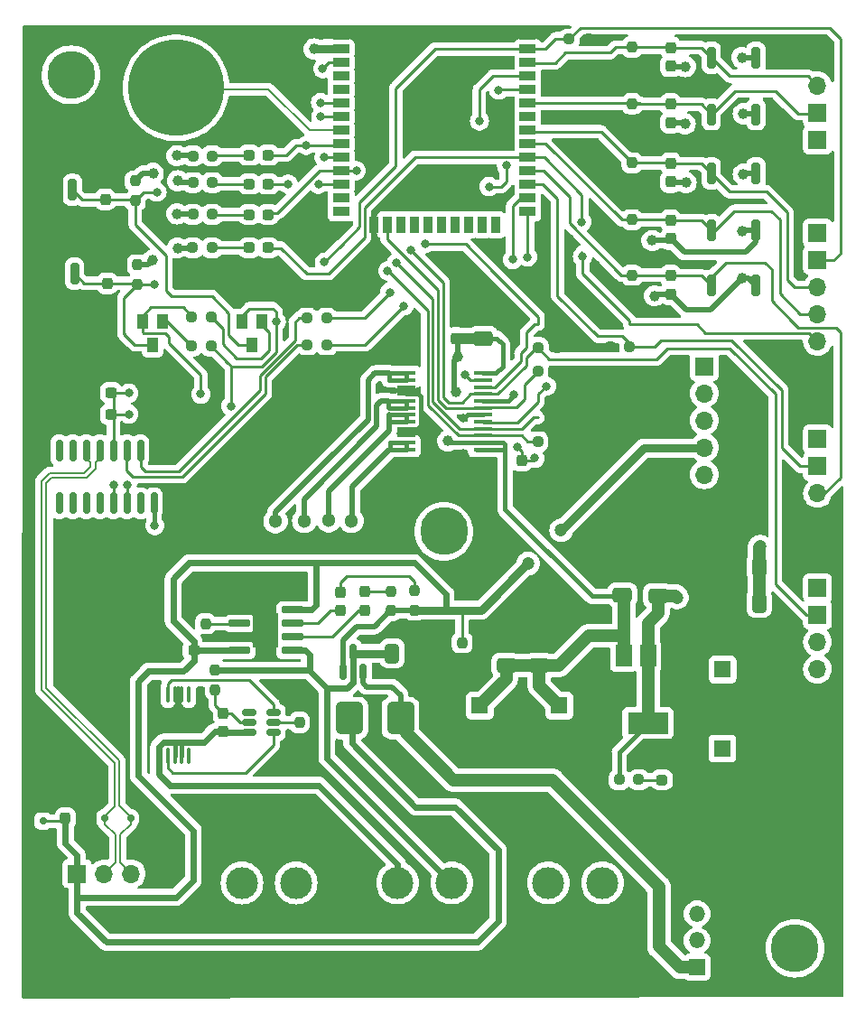
<source format=gtl>
G04 #@! TF.GenerationSoftware,KiCad,Pcbnew,7.0.8*
G04 #@! TF.CreationDate,2023-12-01T18:56:09+08:00*
G04 #@! TF.ProjectId,ESPCARproject,45535043-4152-4707-926f-6a6563742e6b,rev?*
G04 #@! TF.SameCoordinates,Original*
G04 #@! TF.FileFunction,Copper,L1,Top*
G04 #@! TF.FilePolarity,Positive*
%FSLAX46Y46*%
G04 Gerber Fmt 4.6, Leading zero omitted, Abs format (unit mm)*
G04 Created by KiCad (PCBNEW 7.0.8) date 2023-12-01 18:56:09*
%MOMM*%
%LPD*%
G01*
G04 APERTURE LIST*
G04 Aperture macros list*
%AMRoundRect*
0 Rectangle with rounded corners*
0 $1 Rounding radius*
0 $2 $3 $4 $5 $6 $7 $8 $9 X,Y pos of 4 corners*
0 Add a 4 corners polygon primitive as box body*
4,1,4,$2,$3,$4,$5,$6,$7,$8,$9,$2,$3,0*
0 Add four circle primitives for the rounded corners*
1,1,$1+$1,$2,$3*
1,1,$1+$1,$4,$5*
1,1,$1+$1,$6,$7*
1,1,$1+$1,$8,$9*
0 Add four rect primitives between the rounded corners*
20,1,$1+$1,$2,$3,$4,$5,0*
20,1,$1+$1,$4,$5,$6,$7,0*
20,1,$1+$1,$6,$7,$8,$9,0*
20,1,$1+$1,$8,$9,$2,$3,0*%
G04 Aperture macros list end*
G04 #@! TA.AperFunction,ComponentPad*
%ADD10R,1.700000X1.700000*%
G04 #@! TD*
G04 #@! TA.AperFunction,ComponentPad*
%ADD11O,1.700000X1.700000*%
G04 #@! TD*
G04 #@! TA.AperFunction,SMDPad,CuDef*
%ADD12R,2.413000X3.302000*%
G04 #@! TD*
G04 #@! TA.AperFunction,SMDPad,CuDef*
%ADD13RoundRect,0.042000X-0.943000X-0.258000X0.943000X-0.258000X0.943000X0.258000X-0.943000X0.258000X0*%
G04 #@! TD*
G04 #@! TA.AperFunction,SMDPad,CuDef*
%ADD14RoundRect,0.100000X-0.100000X0.637500X-0.100000X-0.637500X0.100000X-0.637500X0.100000X0.637500X0*%
G04 #@! TD*
G04 #@! TA.AperFunction,SMDPad,CuDef*
%ADD15RoundRect,0.150000X0.150000X0.200000X-0.150000X0.200000X-0.150000X-0.200000X0.150000X-0.200000X0*%
G04 #@! TD*
G04 #@! TA.AperFunction,SMDPad,CuDef*
%ADD16RoundRect,0.150000X-0.150000X-0.200000X0.150000X-0.200000X0.150000X0.200000X-0.150000X0.200000X0*%
G04 #@! TD*
G04 #@! TA.AperFunction,SMDPad,CuDef*
%ADD17R,1.000000X1.400000*%
G04 #@! TD*
G04 #@! TA.AperFunction,SMDPad,CuDef*
%ADD18RoundRect,0.237500X-0.237500X0.250000X-0.237500X-0.250000X0.237500X-0.250000X0.237500X0.250000X0*%
G04 #@! TD*
G04 #@! TA.AperFunction,SMDPad,CuDef*
%ADD19RoundRect,0.150000X-0.150000X0.825000X-0.150000X-0.825000X0.150000X-0.825000X0.150000X0.825000X0*%
G04 #@! TD*
G04 #@! TA.AperFunction,SMDPad,CuDef*
%ADD20RoundRect,0.237500X-0.250000X-0.237500X0.250000X-0.237500X0.250000X0.237500X-0.250000X0.237500X0*%
G04 #@! TD*
G04 #@! TA.AperFunction,SMDPad,CuDef*
%ADD21RoundRect,0.237500X0.237500X-0.300000X0.237500X0.300000X-0.237500X0.300000X-0.237500X-0.300000X0*%
G04 #@! TD*
G04 #@! TA.AperFunction,SMDPad,CuDef*
%ADD22RoundRect,0.237500X-0.237500X0.300000X-0.237500X-0.300000X0.237500X-0.300000X0.237500X0.300000X0*%
G04 #@! TD*
G04 #@! TA.AperFunction,SMDPad,CuDef*
%ADD23RoundRect,0.200000X-0.200000X-0.800000X0.200000X-0.800000X0.200000X0.800000X-0.200000X0.800000X0*%
G04 #@! TD*
G04 #@! TA.AperFunction,SMDPad,CuDef*
%ADD24RoundRect,0.237500X0.300000X0.237500X-0.300000X0.237500X-0.300000X-0.237500X0.300000X-0.237500X0*%
G04 #@! TD*
G04 #@! TA.AperFunction,SMDPad,CuDef*
%ADD25RoundRect,0.237500X0.237500X-0.287500X0.237500X0.287500X-0.237500X0.287500X-0.237500X-0.287500X0*%
G04 #@! TD*
G04 #@! TA.AperFunction,SMDPad,CuDef*
%ADD26RoundRect,0.237500X0.250000X0.237500X-0.250000X0.237500X-0.250000X-0.237500X0.250000X-0.237500X0*%
G04 #@! TD*
G04 #@! TA.AperFunction,SMDPad,CuDef*
%ADD27R,1.500000X0.900000*%
G04 #@! TD*
G04 #@! TA.AperFunction,SMDPad,CuDef*
%ADD28R,0.900000X1.500000*%
G04 #@! TD*
G04 #@! TA.AperFunction,SMDPad,CuDef*
%ADD29R,1.050000X1.050000*%
G04 #@! TD*
G04 #@! TA.AperFunction,HeatsinkPad*
%ADD30C,0.600000*%
G04 #@! TD*
G04 #@! TA.AperFunction,SMDPad,CuDef*
%ADD31R,4.200000X4.200000*%
G04 #@! TD*
G04 #@! TA.AperFunction,SMDPad,CuDef*
%ADD32RoundRect,0.237500X0.237500X-0.250000X0.237500X0.250000X-0.237500X0.250000X-0.237500X-0.250000X0*%
G04 #@! TD*
G04 #@! TA.AperFunction,SMDPad,CuDef*
%ADD33RoundRect,0.150000X0.150000X-0.587500X0.150000X0.587500X-0.150000X0.587500X-0.150000X-0.587500X0*%
G04 #@! TD*
G04 #@! TA.AperFunction,ComponentPad*
%ADD34C,3.000000*%
G04 #@! TD*
G04 #@! TA.AperFunction,SMDPad,CuDef*
%ADD35RoundRect,0.250000X-0.650000X0.412500X-0.650000X-0.412500X0.650000X-0.412500X0.650000X0.412500X0*%
G04 #@! TD*
G04 #@! TA.AperFunction,SMDPad,CuDef*
%ADD36RoundRect,0.150000X0.200000X-0.150000X0.200000X0.150000X-0.200000X0.150000X-0.200000X-0.150000X0*%
G04 #@! TD*
G04 #@! TA.AperFunction,SMDPad,CuDef*
%ADD37RoundRect,0.237500X0.287500X0.237500X-0.287500X0.237500X-0.287500X-0.237500X0.287500X-0.237500X0*%
G04 #@! TD*
G04 #@! TA.AperFunction,ComponentPad*
%ADD38R,1.600000X1.600000*%
G04 #@! TD*
G04 #@! TA.AperFunction,ComponentPad*
%ADD39C,1.600000*%
G04 #@! TD*
G04 #@! TA.AperFunction,SMDPad,CuDef*
%ADD40RoundRect,0.150000X0.512500X0.150000X-0.512500X0.150000X-0.512500X-0.150000X0.512500X-0.150000X0*%
G04 #@! TD*
G04 #@! TA.AperFunction,SMDPad,CuDef*
%ADD41R,3.800000X2.000000*%
G04 #@! TD*
G04 #@! TA.AperFunction,SMDPad,CuDef*
%ADD42R,1.500000X2.000000*%
G04 #@! TD*
G04 #@! TA.AperFunction,SMDPad,CuDef*
%ADD43RoundRect,0.250000X0.412500X0.650000X-0.412500X0.650000X-0.412500X-0.650000X0.412500X-0.650000X0*%
G04 #@! TD*
G04 #@! TA.AperFunction,SMDPad,CuDef*
%ADD44R,1.750000X0.450000*%
G04 #@! TD*
G04 #@! TA.AperFunction,SMDPad,CuDef*
%ADD45C,9.000000*%
G04 #@! TD*
G04 #@! TA.AperFunction,SMDPad,CuDef*
%ADD46RoundRect,0.250000X-0.412500X-0.650000X0.412500X-0.650000X0.412500X0.650000X-0.412500X0.650000X0*%
G04 #@! TD*
G04 #@! TA.AperFunction,ComponentPad*
%ADD47R,1.500000X1.500000*%
G04 #@! TD*
G04 #@! TA.AperFunction,ComponentPad*
%ADD48O,1.500000X1.500000*%
G04 #@! TD*
G04 #@! TA.AperFunction,SMDPad,CuDef*
%ADD49RoundRect,0.373135X0.876865X1.126865X-0.876865X1.126865X-0.876865X-1.126865X0.876865X-1.126865X0*%
G04 #@! TD*
G04 #@! TA.AperFunction,ViaPad*
%ADD50C,1.000000*%
G04 #@! TD*
G04 #@! TA.AperFunction,ViaPad*
%ADD51C,0.800000*%
G04 #@! TD*
G04 #@! TA.AperFunction,ViaPad*
%ADD52C,1.300000*%
G04 #@! TD*
G04 #@! TA.AperFunction,ViaPad*
%ADD53C,4.500000*%
G04 #@! TD*
G04 #@! TA.AperFunction,ViaPad*
%ADD54C,1.200000*%
G04 #@! TD*
G04 #@! TA.AperFunction,Conductor*
%ADD55C,0.250000*%
G04 #@! TD*
G04 #@! TA.AperFunction,Conductor*
%ADD56C,0.400000*%
G04 #@! TD*
G04 #@! TA.AperFunction,Conductor*
%ADD57C,1.200000*%
G04 #@! TD*
G04 #@! TA.AperFunction,Conductor*
%ADD58C,0.800000*%
G04 #@! TD*
G04 #@! TA.AperFunction,Conductor*
%ADD59C,0.600000*%
G04 #@! TD*
G04 #@! TA.AperFunction,Conductor*
%ADD60C,0.200000*%
G04 #@! TD*
G04 #@! TA.AperFunction,Conductor*
%ADD61C,0.500000*%
G04 #@! TD*
G04 #@! TA.AperFunction,Conductor*
%ADD62C,0.450000*%
G04 #@! TD*
G04 #@! TA.AperFunction,Conductor*
%ADD63C,1.000000*%
G04 #@! TD*
G04 #@! TA.AperFunction,Conductor*
%ADD64C,0.180000*%
G04 #@! TD*
G04 APERTURE END LIST*
D10*
X183582500Y-59507500D03*
X183582500Y-56967500D03*
D11*
X183582500Y-54427500D03*
X183582500Y-51887500D03*
D10*
X183582500Y-70770000D03*
D11*
X183582500Y-73310000D03*
X183582500Y-75850000D03*
X183582500Y-78390000D03*
X183582500Y-80930000D03*
D10*
X183582500Y-68230000D03*
X183582500Y-87565000D03*
X183582500Y-90105000D03*
D11*
X183582500Y-92645000D03*
X183582500Y-95185000D03*
X183582500Y-111660000D03*
X183582500Y-109120000D03*
X183582500Y-106580000D03*
D10*
X183582500Y-104040000D03*
X183582500Y-101500000D03*
D12*
X131855000Y-105480000D03*
D13*
X134330000Y-103575000D03*
X134330000Y-104845000D03*
X134330000Y-106115000D03*
X134330000Y-107385000D03*
X129380000Y-107385000D03*
X129380000Y-106115000D03*
X129380000Y-104845000D03*
X129380000Y-103575000D03*
D14*
X124620000Y-111510000D03*
X123970000Y-111510000D03*
X123320000Y-111510000D03*
X122670000Y-111510000D03*
X122670000Y-117235000D03*
X123320000Y-117235000D03*
X123970000Y-117235000D03*
X124620000Y-117235000D03*
D15*
X115350000Y-123130000D03*
X116750000Y-123130000D03*
D16*
X120560000Y-123130000D03*
X119160000Y-123130000D03*
D17*
X122200000Y-76519250D03*
X121250000Y-78719250D03*
X120300000Y-76519250D03*
D18*
X119610000Y-63365000D03*
X119610000Y-65190000D03*
D19*
X121365000Y-93565000D03*
X120095000Y-93565000D03*
X118825000Y-93565000D03*
X117555000Y-93565000D03*
X116285000Y-93565000D03*
X115015000Y-93565000D03*
X113745000Y-93565000D03*
X112475000Y-93565000D03*
X112475000Y-88615000D03*
X113745000Y-88615000D03*
X115015000Y-88615000D03*
X116285000Y-88615000D03*
X117555000Y-88615000D03*
X118825000Y-88615000D03*
X120095000Y-88615000D03*
X121365000Y-88615000D03*
D20*
X135717500Y-76209250D03*
X137542500Y-76209250D03*
D10*
X172960000Y-80740000D03*
D11*
X172960000Y-83280000D03*
X172960000Y-85820000D03*
X172960000Y-88360000D03*
X172960000Y-90900000D03*
X172960000Y-93440000D03*
D21*
X127855000Y-114995000D03*
X127855000Y-113270000D03*
D22*
X116800000Y-63375000D03*
X116800000Y-65100000D03*
X169810000Y-67045000D03*
X169810000Y-68770000D03*
D11*
X121770000Y-128310000D03*
X119230000Y-128310000D03*
X116690000Y-128310000D03*
D10*
X114150000Y-128310000D03*
D23*
X109710000Y-72047500D03*
X113910000Y-72047500D03*
D24*
X115597500Y-83200000D03*
X117322500Y-83200000D03*
D20*
X157365000Y-81175000D03*
X159190000Y-81175000D03*
D25*
X138870000Y-103652500D03*
X138870000Y-101902500D03*
D20*
X160277500Y-50060000D03*
X162102500Y-50060000D03*
X135735000Y-78729250D03*
X137560000Y-78729250D03*
D26*
X126702500Y-78819250D03*
X124877500Y-78819250D03*
D22*
X155860000Y-89567500D03*
X155860000Y-91292500D03*
D27*
X138905000Y-49702500D03*
X138905000Y-50972500D03*
X138905000Y-52242500D03*
X138905000Y-53512500D03*
X138905000Y-54782500D03*
X138905000Y-56052500D03*
X138905000Y-57322500D03*
X138905000Y-58592500D03*
X138905000Y-59862500D03*
X138905000Y-61132500D03*
X138905000Y-62402500D03*
X138905000Y-63672500D03*
X138905000Y-64942500D03*
X138905000Y-66212500D03*
D28*
X141945000Y-67462500D03*
X143215000Y-67462500D03*
X144485000Y-67462500D03*
X145755000Y-67462500D03*
X147025000Y-67462500D03*
X148295000Y-67462500D03*
X149565000Y-67462500D03*
X150835000Y-67462500D03*
X152105000Y-67462500D03*
X153375000Y-67462500D03*
D27*
X156405000Y-66212500D03*
X156405000Y-64942500D03*
X156405000Y-63672500D03*
X156405000Y-62402500D03*
X156405000Y-61132500D03*
X156405000Y-59862500D03*
X156405000Y-58592500D03*
X156405000Y-57322500D03*
X156405000Y-56052500D03*
X156405000Y-54782500D03*
X156405000Y-53512500D03*
X156405000Y-52242500D03*
X156405000Y-50972500D03*
X156405000Y-49702500D03*
D29*
X145450000Y-55517500D03*
D30*
X145450000Y-56280000D03*
D29*
X145450000Y-57042500D03*
D30*
X145450000Y-57805000D03*
D29*
X145450000Y-58567500D03*
D30*
X146212500Y-55517500D03*
X146212500Y-57042500D03*
X146212500Y-58567500D03*
D29*
X146975000Y-55517500D03*
D30*
X146975000Y-56280000D03*
D29*
X146975000Y-57042500D03*
D31*
X146975000Y-57042500D03*
D30*
X146975000Y-57805000D03*
D29*
X146975000Y-58567500D03*
D30*
X147737500Y-55517500D03*
X147737500Y-57042500D03*
X147737500Y-58567500D03*
D29*
X148500000Y-55517500D03*
D30*
X148500000Y-56280000D03*
D29*
X148500000Y-57042500D03*
D30*
X148500000Y-57805000D03*
D29*
X148500000Y-58567500D03*
D23*
X109520000Y-64187500D03*
X113720000Y-64187500D03*
D32*
X145790000Y-103592500D03*
X145790000Y-101767500D03*
D33*
X139062500Y-109395000D03*
X140962500Y-109395000D03*
X140012500Y-107520000D03*
D23*
X173620000Y-51797500D03*
X177820000Y-51797500D03*
D32*
X126200000Y-104872500D03*
X126200000Y-103047500D03*
D23*
X173620000Y-73180000D03*
X177820000Y-73180000D03*
D34*
X163420000Y-129180000D03*
X158340000Y-129180000D03*
D35*
X154390000Y-105647500D03*
X154390000Y-108772500D03*
D36*
X110950000Y-121980000D03*
X110950000Y-123380000D03*
D18*
X166190000Y-50805000D03*
X166190000Y-52630000D03*
D37*
X132065000Y-63647500D03*
X130315000Y-63647500D03*
D26*
X165972500Y-78920000D03*
X164147500Y-78920000D03*
D38*
X174672375Y-109170000D03*
D39*
X177172375Y-109170000D03*
D23*
X173620000Y-57110000D03*
X177820000Y-57110000D03*
D32*
X143560000Y-103642500D03*
X143560000Y-101817500D03*
D20*
X125000000Y-60997500D03*
X126825000Y-60997500D03*
D22*
X169810000Y-56167500D03*
X169810000Y-57892500D03*
D34*
X149280000Y-129180000D03*
X144200000Y-129180000D03*
D35*
X168617500Y-99120000D03*
X168617500Y-102245000D03*
D32*
X127110000Y-111062500D03*
X127110000Y-109237500D03*
D18*
X166190000Y-61657500D03*
X166190000Y-63482500D03*
X166190000Y-72187500D03*
X166190000Y-74012500D03*
D35*
X157500000Y-105647500D03*
X157500000Y-108772500D03*
X152220000Y-74982500D03*
X152220000Y-78107500D03*
D20*
X157342500Y-87795000D03*
X159167500Y-87795000D03*
D25*
X141170000Y-103630000D03*
X141170000Y-101880000D03*
D24*
X117327500Y-85240000D03*
X115602500Y-85240000D03*
D18*
X166190000Y-66995000D03*
X166190000Y-68820000D03*
D40*
X132545000Y-115072500D03*
X132545000Y-114122500D03*
X132545000Y-113172500D03*
X130270000Y-113172500D03*
X130270000Y-114122500D03*
X130270000Y-115072500D03*
D37*
X132065000Y-66517500D03*
X130315000Y-66517500D03*
D41*
X167687500Y-114185000D03*
D42*
X165387500Y-107885000D03*
X167687500Y-107885000D03*
X169987500Y-107885000D03*
D38*
X159350000Y-112550000D03*
D39*
X159350000Y-115050000D03*
D37*
X132065000Y-60937500D03*
X130315000Y-60937500D03*
D22*
X113060000Y-121397500D03*
X113060000Y-123122500D03*
D21*
X149680000Y-78110000D03*
X149680000Y-76385000D03*
D39*
X177150000Y-116590000D03*
D38*
X174650000Y-116590000D03*
D23*
X173620000Y-62650000D03*
X177820000Y-62650000D03*
D22*
X116990000Y-71235000D03*
X116990000Y-72960000D03*
D43*
X146825000Y-107655000D03*
X143700000Y-107655000D03*
D20*
X164985000Y-119490000D03*
X166810000Y-119490000D03*
X124877500Y-76139250D03*
X126702500Y-76139250D03*
D22*
X169810000Y-61707500D03*
X169810000Y-63432500D03*
D24*
X125092500Y-107390000D03*
X123367500Y-107390000D03*
D18*
X166190000Y-56117500D03*
X166190000Y-57942500D03*
X119800000Y-71225000D03*
X119800000Y-73050000D03*
D44*
X144990000Y-81385000D03*
X144990000Y-82035000D03*
X144990000Y-82685000D03*
X144990000Y-83335000D03*
X144990000Y-83985000D03*
X144990000Y-84635000D03*
X144990000Y-85285000D03*
X144990000Y-85935000D03*
X144990000Y-86585000D03*
X144990000Y-87235000D03*
X144990000Y-87885000D03*
X144990000Y-88535000D03*
X152190000Y-88535000D03*
X152190000Y-87885000D03*
X152190000Y-87235000D03*
X152190000Y-86585000D03*
X152190000Y-85935000D03*
X152190000Y-85285000D03*
X152190000Y-84635000D03*
X152190000Y-83985000D03*
X152190000Y-83335000D03*
X152190000Y-82685000D03*
X152190000Y-82035000D03*
X152190000Y-81385000D03*
D20*
X157372500Y-78985000D03*
X159197500Y-78985000D03*
D37*
X130295000Y-69620000D03*
X132045000Y-69620000D03*
D22*
X169810000Y-72237500D03*
X169810000Y-73962500D03*
D20*
X125000000Y-63497500D03*
X126825000Y-63497500D03*
D22*
X169810000Y-50855000D03*
X169810000Y-52580000D03*
D20*
X126805000Y-69630000D03*
X124980000Y-69630000D03*
D35*
X165277500Y-99042500D03*
X165277500Y-102167500D03*
D45*
X123440000Y-54620000D03*
D46*
X174987500Y-102910000D03*
X178112500Y-102910000D03*
D47*
X172290000Y-137070000D03*
D48*
X172290000Y-134570000D03*
X172290000Y-132070000D03*
D18*
X150260000Y-106645000D03*
X150260000Y-108470000D03*
D37*
X170750000Y-119510000D03*
X169000000Y-119510000D03*
D32*
X134990000Y-115952500D03*
X134990000Y-114127500D03*
D49*
X139715000Y-113720000D03*
X144475000Y-113720000D03*
D20*
X125000000Y-66487500D03*
X126825000Y-66487500D03*
D46*
X175009875Y-99560000D03*
X178134875Y-99560000D03*
D17*
X131480000Y-76559250D03*
X130530000Y-78759250D03*
X129580000Y-76559250D03*
D34*
X134690000Y-129180000D03*
X129610000Y-129180000D03*
D23*
X173620000Y-67987500D03*
X177820000Y-67987500D03*
D38*
X151910000Y-112550000D03*
D39*
X151910000Y-115050000D03*
D50*
X152030000Y-49760000D03*
X149260000Y-49750000D03*
X151510000Y-52360000D03*
X149340000Y-52370000D03*
X160830000Y-60920000D03*
X154250000Y-59760000D03*
X154250000Y-57460000D03*
D51*
X157080000Y-89350000D03*
X155430000Y-88260000D03*
X119000000Y-85210000D03*
X118990000Y-83260000D03*
X121430000Y-95660000D03*
X127450000Y-97740000D03*
X125670000Y-97830000D03*
X125970000Y-100730000D03*
X127620000Y-100660000D03*
X132840000Y-110740000D03*
X131870000Y-107850000D03*
X117590000Y-111050000D03*
X121140000Y-111510000D03*
X117930000Y-113180000D03*
X121330000Y-113540000D03*
X177040000Y-82680000D03*
X178550000Y-79620000D03*
X179650000Y-80430000D03*
X178240000Y-84020000D03*
X158160000Y-66410000D03*
X160340000Y-68760000D03*
X164160000Y-69320000D03*
X162770000Y-71230000D03*
X158020000Y-70520000D03*
X160440000Y-72850000D03*
X174190000Y-54280000D03*
X179840000Y-52370000D03*
D52*
X135460000Y-95230000D03*
X139880000Y-95220000D03*
X137750000Y-95180000D03*
X132760000Y-95260000D03*
D51*
X161545000Y-70455000D03*
X161490000Y-67180000D03*
X128560000Y-84460000D03*
X118850000Y-91870000D03*
X117590000Y-91890000D03*
D53*
X181460000Y-135300000D03*
X148540000Y-96210000D03*
X113580000Y-53410000D03*
D51*
X167830000Y-57380000D03*
D50*
X157644497Y-95282943D03*
X163690000Y-50130000D03*
X146330000Y-62710000D03*
X153510000Y-96600000D03*
X152820000Y-93380000D03*
X164130000Y-52770000D03*
X163780000Y-63960000D03*
X151100000Y-71600000D03*
X153450000Y-70020000D03*
X150380000Y-88940000D03*
X152170000Y-72880000D03*
X160520000Y-57390000D03*
X153130000Y-65420000D03*
D51*
X150380000Y-85630000D03*
D50*
X152140000Y-69220000D03*
D51*
X168050000Y-54290000D03*
D50*
X145190000Y-60090000D03*
X148770000Y-59970000D03*
X156100000Y-93410000D03*
X157640000Y-93680000D03*
X154680000Y-97790000D03*
X162840000Y-66320000D03*
X161280000Y-59910000D03*
X148760000Y-62430000D03*
D54*
X159540000Y-96100000D03*
X156450000Y-99220000D03*
D50*
X168300000Y-74120000D03*
D51*
X155140000Y-83430000D03*
D50*
X123520000Y-66430000D03*
X168060000Y-68950000D03*
X121280000Y-62650000D03*
X123590000Y-63350000D03*
X176500000Y-51800000D03*
X136390000Y-50980000D03*
X123560000Y-69632500D03*
D54*
X168617500Y-103862500D03*
X170410000Y-102400000D03*
D50*
X171180000Y-52630000D03*
X123510000Y-60990000D03*
D54*
X178190000Y-97620000D03*
D50*
X176630000Y-62730000D03*
X176540000Y-68030000D03*
X121250000Y-70770000D03*
D54*
X178100000Y-101290000D03*
D50*
X171160000Y-58000000D03*
X176630000Y-57050000D03*
X176480000Y-72470000D03*
X171240000Y-63520000D03*
X149850000Y-79870000D03*
X148920000Y-87720000D03*
X149720000Y-83130000D03*
D51*
X121640000Y-64400000D03*
X137180000Y-52820000D03*
X121370000Y-73020000D03*
X156390000Y-70480000D03*
X137335000Y-70985000D03*
X150490000Y-81520000D03*
X140330000Y-62400000D03*
X146770000Y-69240000D03*
X154987408Y-70730000D03*
X158150000Y-82600000D03*
X133920000Y-63640000D03*
X135630000Y-60040000D03*
X144090000Y-71050000D03*
X137310000Y-61120000D03*
X145470000Y-69880000D03*
X136980000Y-56010000D03*
X137000000Y-57300000D03*
X125760000Y-83340000D03*
X144790000Y-75080000D03*
X151880000Y-57730000D03*
X154420000Y-61920000D03*
X152790000Y-63880000D03*
X143460000Y-73780000D03*
X153680000Y-54840000D03*
X132830000Y-76540000D03*
X136780000Y-63660000D03*
X143270000Y-71790000D03*
D55*
X132065000Y-69640000D02*
X132045000Y-69620000D01*
X133260000Y-69640000D02*
X132065000Y-69640000D01*
X135667500Y-72047500D02*
X137712500Y-72047500D01*
X141110000Y-68650000D02*
X141110000Y-65860000D01*
X133260000Y-69640000D02*
X135667500Y-72047500D01*
X141110000Y-65860000D02*
X145837500Y-61132500D01*
X145837500Y-61132500D02*
X156405000Y-61132500D01*
X137712500Y-72047500D02*
X141110000Y-68650000D01*
X144030000Y-54670000D02*
X147727500Y-50972500D01*
X144030000Y-61950000D02*
X144030000Y-54670000D01*
X138932500Y-69377500D02*
X140650000Y-67660000D01*
X138932500Y-69387500D02*
X138932500Y-69377500D01*
X140650000Y-65330000D02*
X144030000Y-61950000D01*
X147727500Y-50972500D02*
X156405000Y-50972500D01*
X137335000Y-70985000D02*
X138932500Y-69387500D01*
X140650000Y-67660000D02*
X140650000Y-65330000D01*
X156862500Y-89567500D02*
X157080000Y-89350000D01*
X155860000Y-89567500D02*
X156862500Y-89567500D01*
X155860000Y-89567500D02*
X155860000Y-88690000D01*
X155860000Y-88690000D02*
X155430000Y-88260000D01*
D56*
X164985000Y-116887500D02*
X167687500Y-114185000D01*
X164985000Y-119490000D02*
X164985000Y-116887500D01*
D57*
X167687500Y-107885000D02*
X167687500Y-114185000D01*
D55*
X118970000Y-85240000D02*
X117327500Y-85240000D01*
X119000000Y-85210000D02*
X118970000Y-85240000D01*
X117382500Y-83260000D02*
X118990000Y-83260000D01*
X117322500Y-83200000D02*
X117382500Y-83260000D01*
X117555000Y-83432500D02*
X117322500Y-83200000D01*
X117555000Y-88615000D02*
X117555000Y-83432500D01*
X121365000Y-95595000D02*
X121430000Y-95660000D01*
D56*
X121365000Y-93565000D02*
X121365000Y-95595000D01*
D55*
X180220000Y-88350000D02*
X181975000Y-90105000D01*
X180220000Y-82960000D02*
X180220000Y-88350000D01*
X168940000Y-78280000D02*
X175540000Y-78280000D01*
X168300000Y-78920000D02*
X168940000Y-78280000D01*
X175540000Y-78280000D02*
X180220000Y-82960000D01*
X181975000Y-90105000D02*
X183582500Y-90105000D01*
X165972500Y-78920000D02*
X168300000Y-78920000D01*
X168510000Y-80050000D02*
X158437500Y-80050000D01*
X179630000Y-83320000D02*
X175340000Y-79030000D01*
X175340000Y-79030000D02*
X169530000Y-79030000D01*
X169530000Y-79030000D02*
X168510000Y-80050000D01*
X158437500Y-80050000D02*
X157372500Y-78985000D01*
X179630000Y-101170000D02*
X179630000Y-83320000D01*
X182500000Y-104040000D02*
X179630000Y-101170000D01*
X183582500Y-104040000D02*
X182500000Y-104040000D01*
X161545000Y-70455000D02*
X161490000Y-70400000D01*
X165960000Y-76807500D02*
X165972500Y-76820000D01*
X161490000Y-70400000D02*
X161490000Y-70010000D01*
X165960000Y-76440000D02*
X165960000Y-76807500D01*
X161545000Y-72025000D02*
X165960000Y-76440000D01*
X161545000Y-70455000D02*
X161545000Y-72025000D01*
X161490000Y-67120000D02*
X161490000Y-67180000D01*
X161470000Y-67100000D02*
X161490000Y-67120000D01*
X157952500Y-61132500D02*
X156405000Y-61132500D01*
X161490000Y-64670000D02*
X157952500Y-61132500D01*
X161490000Y-67180000D02*
X161490000Y-64670000D01*
X185110000Y-70770000D02*
X183582500Y-70770000D01*
X185740000Y-50000000D02*
X185740000Y-70140000D01*
X184720000Y-48980000D02*
X185740000Y-50000000D01*
X185740000Y-70140000D02*
X185110000Y-70770000D01*
X161357500Y-48980000D02*
X184720000Y-48980000D01*
X160277500Y-50060000D02*
X161357500Y-48980000D01*
X184235000Y-92645000D02*
X183582500Y-92645000D01*
X185710000Y-91170000D02*
X184235000Y-92645000D01*
X185710000Y-77520000D02*
X185710000Y-91170000D01*
X185300000Y-77110000D02*
X185710000Y-77520000D01*
X181800000Y-77110000D02*
X185300000Y-77110000D01*
X181270000Y-76590000D02*
X181280000Y-76590000D01*
X181280000Y-76590000D02*
X181800000Y-77110000D01*
X178670000Y-71020000D02*
X179300000Y-71650000D01*
X175020000Y-71020000D02*
X178670000Y-71020000D01*
X179300000Y-71650000D02*
X179300000Y-74620000D01*
X179300000Y-74620000D02*
X181270000Y-76590000D01*
X173620000Y-72420000D02*
X175020000Y-71020000D01*
X173620000Y-73180000D02*
X173620000Y-72420000D01*
D58*
X167290000Y-88410000D02*
X159570000Y-96130000D01*
X172960000Y-88360000D02*
X172910000Y-88410000D01*
X172910000Y-88410000D02*
X167290000Y-88410000D01*
D59*
X139910000Y-113915000D02*
X139715000Y-113720000D01*
X139910000Y-116070000D02*
X139910000Y-113915000D01*
X145880000Y-122040000D02*
X139910000Y-116070000D01*
X153640000Y-132760000D02*
X153640000Y-126100000D01*
X151680000Y-134720000D02*
X153640000Y-132760000D01*
X149580000Y-122040000D02*
X145880000Y-122040000D01*
X114150000Y-131970000D02*
X116900000Y-134720000D01*
X153640000Y-126100000D02*
X149580000Y-122040000D01*
X114150000Y-130490000D02*
X114150000Y-131970000D01*
X116900000Y-134720000D02*
X151680000Y-134720000D01*
X125092500Y-108347500D02*
X125092500Y-107390000D01*
X124110000Y-109330000D02*
X125092500Y-108347500D01*
X120840000Y-109330000D02*
X124110000Y-109330000D01*
X119890000Y-119100000D02*
X119890000Y-110280000D01*
X119890000Y-110280000D02*
X120840000Y-109330000D01*
X125040000Y-124250000D02*
X119890000Y-119100000D01*
X125040000Y-128910000D02*
X125040000Y-124250000D01*
X123420000Y-130530000D02*
X125040000Y-128910000D01*
X114150000Y-130490000D02*
X114190000Y-130530000D01*
X114190000Y-130530000D02*
X123420000Y-130530000D01*
D55*
X150260000Y-103832500D02*
X150500000Y-103592500D01*
D58*
X150500000Y-103592500D02*
X152047500Y-103592500D01*
D55*
X150260000Y-106645000D02*
X150260000Y-103832500D01*
D58*
X148150000Y-103592500D02*
X150500000Y-103592500D01*
D59*
X114150000Y-128310000D02*
X114150000Y-130490000D01*
X114150000Y-126540000D02*
X113060000Y-125450000D01*
X113060000Y-125450000D02*
X113060000Y-123122500D01*
X114150000Y-128310000D02*
X114150000Y-126540000D01*
D55*
X112802500Y-123380000D02*
X113060000Y-123122500D01*
X110950000Y-123380000D02*
X112802500Y-123380000D01*
D59*
X137570000Y-117470000D02*
X149180000Y-129080000D01*
X137570000Y-110940000D02*
X137570000Y-117470000D01*
X122262500Y-115972500D02*
X123995000Y-115972500D01*
X121810000Y-116425000D02*
X122262500Y-115972500D01*
X121810000Y-118990000D02*
X121810000Y-116425000D01*
X122830000Y-120010000D02*
X121810000Y-118990000D01*
X144200000Y-127390000D02*
X136820000Y-120010000D01*
X136820000Y-120010000D02*
X122830000Y-120010000D01*
X144200000Y-129180000D02*
X144200000Y-127390000D01*
X124660000Y-99170000D02*
X145820000Y-99170000D01*
X145820000Y-99170000D02*
X148730000Y-102080000D01*
X123170000Y-100660000D02*
X124660000Y-99170000D01*
X123170000Y-104620000D02*
X123170000Y-100660000D01*
X125092500Y-106542500D02*
X123170000Y-104620000D01*
X148730000Y-103592500D02*
X148150000Y-103592500D01*
X125092500Y-107390000D02*
X125092500Y-106542500D01*
X148730000Y-102080000D02*
X148730000Y-103592500D01*
D60*
X119160000Y-123010000D02*
X119160000Y-123130000D01*
X118095000Y-121945000D02*
X119160000Y-123010000D01*
X118095000Y-117716800D02*
X118095000Y-121945000D01*
X111763200Y-91205000D02*
X111275000Y-91693200D01*
X115023200Y-91205000D02*
X111763200Y-91205000D01*
X115875000Y-90353200D02*
X115023200Y-91205000D01*
X111275000Y-110896800D02*
X118095000Y-117716800D01*
X115875000Y-89700000D02*
X115875000Y-90353200D01*
X111275000Y-91693200D02*
X111275000Y-110896800D01*
X116285000Y-89290000D02*
X115875000Y-89700000D01*
X116285000Y-88615000D02*
X116285000Y-89290000D01*
X116750000Y-122890000D02*
X116750000Y-123130000D01*
X117645000Y-121995000D02*
X116750000Y-122890000D01*
X111576800Y-90755000D02*
X110825000Y-91506800D01*
X114836800Y-90755000D02*
X111576800Y-90755000D01*
X115425000Y-89700000D02*
X115425000Y-90166800D01*
X117645000Y-117903200D02*
X117645000Y-121995000D01*
X110825000Y-91506800D02*
X110825000Y-111083200D01*
X115015000Y-89290000D02*
X115425000Y-89700000D01*
X115425000Y-90166800D02*
X114836800Y-90755000D01*
X115015000Y-88615000D02*
X115015000Y-89290000D01*
X110825000Y-111083200D02*
X117645000Y-117903200D01*
D55*
X132550000Y-114127500D02*
X132545000Y-114122500D01*
X134990000Y-114127500D02*
X132550000Y-114127500D01*
D56*
X123320000Y-116080000D02*
X123320000Y-117235000D01*
X123407500Y-115972500D02*
X123310000Y-116070000D01*
X123310000Y-116070000D02*
X123320000Y-116080000D01*
X123995000Y-115972500D02*
X123407500Y-115972500D01*
D59*
X127122500Y-109250000D02*
X127110000Y-109237500D01*
X135880000Y-109250000D02*
X127122500Y-109250000D01*
X135940000Y-109310000D02*
X135880000Y-109250000D01*
X135940000Y-109000000D02*
X135940000Y-109310000D01*
X135940000Y-107790000D02*
X135940000Y-109000000D01*
X135535000Y-107385000D02*
X135940000Y-107790000D01*
X134330000Y-107385000D02*
X135535000Y-107385000D01*
D55*
X127110000Y-111062500D02*
X127110000Y-112525000D01*
X127110000Y-112525000D02*
X127855000Y-113270000D01*
D60*
X135867500Y-109237500D02*
X135940000Y-109310000D01*
D55*
X129352500Y-104872500D02*
X129380000Y-104845000D01*
X126200000Y-104872500D02*
X129352500Y-104872500D01*
D57*
X144475000Y-114585000D02*
X144475000Y-113720000D01*
X158710000Y-119530000D02*
X149420000Y-119530000D01*
X168720000Y-129540000D02*
X158710000Y-119530000D01*
X149420000Y-119530000D02*
X144475000Y-114585000D01*
X170650000Y-137070000D02*
X168720000Y-135140000D01*
X168720000Y-135140000D02*
X168720000Y-129540000D01*
X172290000Y-137070000D02*
X170650000Y-137070000D01*
D61*
X139930000Y-92060000D02*
X143450000Y-88540000D01*
X139930000Y-95160000D02*
X139930000Y-92060000D01*
X139890000Y-95200000D02*
X139930000Y-95160000D01*
X137710000Y-95200000D02*
X137710000Y-92450000D01*
X137750000Y-95240000D02*
X137710000Y-95200000D01*
X137710000Y-92450000D02*
X143390000Y-86770000D01*
X143390000Y-86770000D02*
X143390000Y-85920000D01*
X137240000Y-89910000D02*
X141430000Y-85720000D01*
X141430000Y-82050000D02*
X142100000Y-81380000D01*
X137210000Y-89910000D02*
X137240000Y-89910000D01*
X141430000Y-85720000D02*
X141430000Y-82050000D01*
X142100000Y-81380000D02*
X143390000Y-81380000D01*
X132740000Y-94380000D02*
X137210000Y-89910000D01*
X132740000Y-95200000D02*
X132740000Y-94380000D01*
X135440000Y-93170000D02*
X135440000Y-95240000D01*
X142270000Y-86340000D02*
X135440000Y-93170000D01*
X142660000Y-84000000D02*
X142270000Y-84390000D01*
X143350000Y-84000000D02*
X142660000Y-84000000D01*
X142270000Y-84390000D02*
X142270000Y-86340000D01*
D55*
X122670000Y-110507500D02*
X122670000Y-111510000D01*
X130265000Y-110152500D02*
X123025000Y-110152500D01*
X123025000Y-110152500D02*
X122670000Y-110507500D01*
X132545000Y-112432500D02*
X130265000Y-110152500D01*
X132545000Y-113172500D02*
X132545000Y-112432500D01*
D57*
X165407500Y-107865000D02*
X165387500Y-107885000D01*
X165407500Y-105995000D02*
X165407500Y-107865000D01*
D55*
X175340000Y-64370000D02*
X173620000Y-62650000D01*
X180710000Y-66290000D02*
X178790000Y-64370000D01*
X183562500Y-73330000D02*
X181430000Y-73330000D01*
X181430000Y-73330000D02*
X180710000Y-72610000D01*
X180710000Y-72610000D02*
X180710000Y-66290000D01*
X178790000Y-64370000D02*
X175340000Y-64370000D01*
X183582500Y-73310000D02*
X183562500Y-73330000D01*
X180040000Y-66990000D02*
X179240000Y-66190000D01*
X175770000Y-66190000D02*
X173972500Y-67987500D01*
X180040000Y-73930000D02*
X180040000Y-66990000D01*
X181960000Y-75850000D02*
X180040000Y-73930000D01*
X173972500Y-67987500D02*
X173620000Y-67987500D01*
X183582500Y-75850000D02*
X181960000Y-75850000D01*
X179240000Y-66190000D02*
X175770000Y-66190000D01*
D60*
X116690000Y-128305344D02*
X116690000Y-128310000D01*
X117735000Y-127260344D02*
X116690000Y-128305344D01*
X117735000Y-126917206D02*
X117735000Y-127260344D01*
X117730000Y-126912206D02*
X117735000Y-126917206D01*
X117730000Y-124635001D02*
X117730000Y-126912206D01*
X116750000Y-123655001D02*
X117730000Y-124635001D01*
X116750000Y-123130000D02*
X116750000Y-123655001D01*
X119230000Y-128305344D02*
X119230000Y-128310000D01*
X118185000Y-127260344D02*
X119230000Y-128305344D01*
X118185000Y-126745000D02*
X118185000Y-127260344D01*
X118180000Y-126740000D02*
X118185000Y-126745000D01*
X118180000Y-124635001D02*
X118180000Y-126740000D01*
X119160000Y-123655001D02*
X118180000Y-124635001D01*
X119160000Y-123130000D02*
X119160000Y-123655001D01*
D55*
X166830000Y-119510000D02*
X166810000Y-119490000D01*
X169000000Y-119510000D02*
X166830000Y-119510000D01*
X153910000Y-63880000D02*
X152790000Y-63880000D01*
X154410000Y-63380000D02*
X154410000Y-61930000D01*
X154410000Y-61930000D02*
X154420000Y-61920000D01*
X153910000Y-63880000D02*
X154410000Y-63380000D01*
X165197500Y-72187500D02*
X166190000Y-72187500D01*
X160350000Y-67340000D02*
X165197500Y-72187500D01*
X160350000Y-64850000D02*
X160350000Y-67340000D01*
X157902500Y-62402500D02*
X160350000Y-64850000D01*
X156405000Y-62402500D02*
X157902500Y-62402500D01*
X173080000Y-77630000D02*
X172270000Y-76820000D01*
X182822500Y-77630000D02*
X173080000Y-77630000D01*
X172270000Y-76820000D02*
X165972500Y-76820000D01*
X183582500Y-78390000D02*
X182822500Y-77630000D01*
X159200000Y-74120000D02*
X159200000Y-65050000D01*
X163000000Y-77920000D02*
X159200000Y-74120000D01*
X159200000Y-65050000D02*
X157822500Y-63672500D01*
X165300000Y-77920000D02*
X163000000Y-77920000D01*
X165972500Y-78592500D02*
X165300000Y-77920000D01*
X157822500Y-63672500D02*
X156405000Y-63672500D01*
X165972500Y-78920000D02*
X165972500Y-78592500D01*
X175810000Y-54920000D02*
X173620000Y-57110000D01*
X181730000Y-57020000D02*
X179630000Y-54920000D01*
X183530000Y-57020000D02*
X181730000Y-57020000D01*
X179630000Y-54920000D02*
X175810000Y-54920000D01*
X183582500Y-56967500D02*
X183530000Y-57020000D01*
X182675000Y-53520000D02*
X183582500Y-54427500D01*
X173637500Y-51797500D02*
X175360000Y-53520000D01*
X173620000Y-51797500D02*
X173637500Y-51797500D01*
X175360000Y-53520000D02*
X182675000Y-53520000D01*
D57*
X167687500Y-104792500D02*
X167687500Y-107885000D01*
X168617500Y-103862500D02*
X167687500Y-104792500D01*
D55*
X131480000Y-76559250D02*
X131480000Y-76890000D01*
X131430000Y-79970000D02*
X129110000Y-79970000D01*
X131480000Y-76890000D02*
X132140000Y-77550000D01*
X127800000Y-78660000D02*
X127800000Y-77236750D01*
X132140000Y-79260000D02*
X131430000Y-79970000D01*
X132140000Y-77550000D02*
X132140000Y-79260000D01*
X129110000Y-79970000D02*
X127800000Y-78660000D01*
X127800000Y-77236750D02*
X126702500Y-76139250D01*
X128600000Y-84420000D02*
X128600000Y-80720000D01*
X128560000Y-84460000D02*
X128600000Y-84420000D01*
X128600000Y-80720000D02*
X128300000Y-80420000D01*
X132820000Y-79390000D02*
X131450000Y-80760000D01*
X132820000Y-76550000D02*
X132820000Y-79390000D01*
X132830000Y-76540000D02*
X132820000Y-76550000D01*
X131450000Y-80760000D02*
X128640000Y-80760000D01*
X128640000Y-80760000D02*
X128300000Y-80420000D01*
X120300000Y-77510000D02*
X120300000Y-76519250D01*
X120410000Y-77620000D02*
X120300000Y-77510000D01*
X122440000Y-77620000D02*
X120410000Y-77620000D01*
X122750000Y-77930000D02*
X122440000Y-77620000D01*
X122750000Y-78530000D02*
X122750000Y-77930000D01*
X125760000Y-81540000D02*
X122750000Y-78530000D01*
X125760000Y-83340000D02*
X125760000Y-81540000D01*
X127712500Y-113412500D02*
X127855000Y-113270000D01*
D56*
X123975000Y-117230000D02*
X123970000Y-117235000D01*
X123975000Y-115992500D02*
X123975000Y-117230000D01*
X123995000Y-115972500D02*
X123975000Y-115992500D01*
D59*
X126075000Y-115972500D02*
X123995000Y-115972500D01*
X127052500Y-114995000D02*
X126075000Y-115972500D01*
X127855000Y-114995000D02*
X127052500Y-114995000D01*
D55*
X132545000Y-116222500D02*
X132545000Y-115072500D01*
X123125000Y-118852500D02*
X129915000Y-118852500D01*
X122670000Y-118397500D02*
X123125000Y-118852500D01*
X122670000Y-117235000D02*
X122670000Y-118397500D01*
X129915000Y-118852500D02*
X132545000Y-116222500D01*
X118825000Y-91895000D02*
X118850000Y-91870000D01*
X118825000Y-93565000D02*
X118825000Y-91895000D01*
X117555000Y-91925000D02*
X117590000Y-91890000D01*
X117555000Y-93565000D02*
X117555000Y-91925000D01*
X134980750Y-76209250D02*
X135717500Y-76209250D01*
X131320000Y-81580000D02*
X134600000Y-78300000D01*
X131320000Y-82940000D02*
X131320000Y-81580000D01*
X134600000Y-78300000D02*
X134600000Y-76590000D01*
X134600000Y-76590000D02*
X134980750Y-76209250D01*
X123680000Y-90580000D02*
X131320000Y-82940000D01*
X120095000Y-88615000D02*
X120095000Y-90155000D01*
X120095000Y-90155000D02*
X120520000Y-90580000D01*
X120520000Y-90580000D02*
X123680000Y-90580000D01*
X134807146Y-78729250D02*
X135735000Y-78729250D01*
X131820000Y-81716396D02*
X134807146Y-78729250D01*
X131820000Y-83300000D02*
X131820000Y-81716396D01*
X126390000Y-88730000D02*
X131820000Y-83300000D01*
X119390000Y-91100000D02*
X124030000Y-91100000D01*
X118810000Y-90520000D02*
X119390000Y-91100000D01*
X118810000Y-88630000D02*
X118810000Y-90520000D01*
X118825000Y-88615000D02*
X118810000Y-88630000D01*
X124030000Y-91100000D02*
X126390000Y-88740000D01*
X126390000Y-88740000D02*
X126390000Y-88730000D01*
D59*
X140010000Y-110400000D02*
X139470000Y-110940000D01*
D60*
X140147500Y-107655000D02*
X140012500Y-107520000D01*
D59*
X137570000Y-110940000D02*
X135940000Y-109310000D01*
D58*
X143700000Y-107655000D02*
X140147500Y-107655000D01*
D59*
X140010000Y-107792500D02*
X140010000Y-110400000D01*
X139470000Y-110940000D02*
X137570000Y-110940000D01*
X140147500Y-107655000D02*
X140010000Y-107792500D01*
D60*
X127855000Y-114995000D02*
X127865000Y-115005000D01*
D59*
X130270000Y-115072500D02*
X127932500Y-115072500D01*
D60*
X127932500Y-115072500D02*
X127855000Y-114995000D01*
D56*
X150755000Y-85285000D02*
X150410000Y-85630000D01*
D55*
X150380000Y-85630000D02*
X150380000Y-85660000D01*
X150380000Y-85660000D02*
X150410000Y-85630000D01*
D56*
X146115000Y-83335000D02*
X146340000Y-83560000D01*
D55*
X150410000Y-85630000D02*
X150380000Y-85630000D01*
D56*
X146340000Y-86270000D02*
X146025000Y-86585000D01*
X144990000Y-83335000D02*
X146115000Y-83335000D01*
X146025000Y-86585000D02*
X144990000Y-86585000D01*
X152190000Y-85285000D02*
X150755000Y-85285000D01*
X146340000Y-83560000D02*
X146340000Y-86270000D01*
D61*
X140330000Y-105120000D02*
X142032500Y-105120000D01*
X145740000Y-103642500D02*
X145790000Y-103592500D01*
X139062500Y-106387500D02*
X140330000Y-105120000D01*
D59*
X136590000Y-103080000D02*
X136590000Y-99190000D01*
D61*
X143510000Y-103642500D02*
X145740000Y-103642500D01*
D58*
X145790000Y-103592500D02*
X148150000Y-103592500D01*
D59*
X136095000Y-103575000D02*
X136590000Y-103080000D01*
D55*
X139715000Y-113720000D02*
X139670000Y-113765000D01*
D61*
X139062500Y-109395000D02*
X139062500Y-106387500D01*
D59*
X125160000Y-107390000D02*
X125080000Y-107310000D01*
D58*
X152047500Y-103592500D02*
X156400000Y-99240000D01*
D59*
X129265000Y-107390000D02*
X125160000Y-107390000D01*
X134330000Y-103575000D02*
X136095000Y-103575000D01*
D58*
X156400000Y-99230000D02*
X156410000Y-99230000D01*
D55*
X129285000Y-107480000D02*
X129380000Y-107385000D01*
D61*
X142032500Y-105120000D02*
X143510000Y-103642500D01*
D58*
X156410000Y-99230000D02*
X156370000Y-99270000D01*
X156400000Y-99240000D02*
X156400000Y-99230000D01*
D59*
X136590000Y-99190000D02*
X136610000Y-99170000D01*
D55*
X166190000Y-72187500D02*
X169760000Y-72187500D01*
X169760000Y-72187500D02*
X169810000Y-72237500D01*
X172670000Y-72230000D02*
X173620000Y-73180000D01*
X169817500Y-72230000D02*
X172670000Y-72230000D01*
X169810000Y-72237500D02*
X169817500Y-72230000D01*
D57*
X170255000Y-102245000D02*
X170380000Y-102370000D01*
D61*
X177820000Y-67987500D02*
X177820000Y-69090000D01*
X121280000Y-62650000D02*
X120325000Y-62650000D01*
X169810000Y-73962500D02*
X168457500Y-73962500D01*
D55*
X176710000Y-62650000D02*
X176630000Y-62730000D01*
D61*
X176860000Y-70050000D02*
X171090000Y-70050000D01*
D55*
X176582500Y-67987500D02*
X176540000Y-68030000D01*
D61*
X176480000Y-72470000D02*
X173530000Y-75420000D01*
X123510000Y-60990000D02*
X124992500Y-60990000D01*
D62*
X155140000Y-83430000D02*
X154585000Y-83985000D01*
D61*
X176500000Y-51800000D02*
X177817500Y-51800000D01*
D57*
X178134875Y-99560000D02*
X178134875Y-102887625D01*
D61*
X171052500Y-57892500D02*
X169810000Y-57892500D01*
X123560000Y-69632500D02*
X124977500Y-69632500D01*
D55*
X168457500Y-73962500D02*
X168300000Y-74120000D01*
D57*
X168617500Y-102245000D02*
X170255000Y-102245000D01*
D61*
X124992500Y-60990000D02*
X125000000Y-60997500D01*
X120795000Y-71225000D02*
X121250000Y-70770000D01*
X171240000Y-63520000D02*
X169897500Y-63520000D01*
X124942500Y-66430000D02*
X125000000Y-66487500D01*
D58*
X137287500Y-50972500D02*
X138905000Y-50972500D01*
D61*
X177820000Y-62650000D02*
X176710000Y-62650000D01*
X177110000Y-72470000D02*
X177820000Y-73180000D01*
X177820000Y-67987500D02*
X176582500Y-67987500D01*
D55*
X171160000Y-58000000D02*
X171052500Y-57892500D01*
D57*
X178134875Y-99560000D02*
X178134875Y-97705125D01*
D55*
X169897500Y-63520000D02*
X169810000Y-63432500D01*
D61*
X171090000Y-70050000D02*
X169810000Y-68770000D01*
X124977500Y-69632500D02*
X124980000Y-69630000D01*
X123737500Y-63497500D02*
X123590000Y-63350000D01*
D57*
X178134875Y-97705125D02*
X178160000Y-97680000D01*
D58*
X136390000Y-50980000D02*
X137280000Y-50980000D01*
D61*
X123520000Y-66430000D02*
X124942500Y-66430000D01*
D57*
X178134875Y-99560000D02*
X178134875Y-99064875D01*
D61*
X119800000Y-71225000D02*
X120795000Y-71225000D01*
D63*
X178134875Y-99064875D02*
X178130000Y-99060000D01*
D58*
X137280000Y-50980000D02*
X137287500Y-50972500D01*
D55*
X169860000Y-52630000D02*
X169810000Y-52580000D01*
D57*
X168617500Y-103862500D02*
X168617500Y-102245000D01*
D61*
X171180000Y-52630000D02*
X169860000Y-52630000D01*
X177820000Y-69090000D02*
X176860000Y-70050000D01*
X120325000Y-62650000D02*
X119610000Y-63365000D01*
X176480000Y-72470000D02*
X177110000Y-72470000D01*
X168060000Y-68950000D02*
X169630000Y-68950000D01*
D55*
X169630000Y-68950000D02*
X169810000Y-68770000D01*
D62*
X154585000Y-83985000D02*
X152190000Y-83985000D01*
D55*
X177817500Y-51800000D02*
X177820000Y-51797500D01*
X177760000Y-57050000D02*
X177820000Y-57110000D01*
D61*
X125000000Y-63497500D02*
X123737500Y-63497500D01*
X171267500Y-75420000D02*
X169810000Y-73962500D01*
X173530000Y-75420000D02*
X171267500Y-75420000D01*
X176630000Y-57050000D02*
X177760000Y-57050000D01*
D55*
X178134875Y-102887625D02*
X178112500Y-102910000D01*
X158092500Y-59862500D02*
X165225000Y-66995000D01*
X169810000Y-67045000D02*
X172677500Y-67045000D01*
X156405000Y-59862500D02*
X158092500Y-59862500D01*
X165225000Y-66995000D02*
X166190000Y-66995000D01*
X166190000Y-66995000D02*
X169760000Y-66995000D01*
X172677500Y-67045000D02*
X173620000Y-67987500D01*
X169760000Y-66995000D02*
X169810000Y-67045000D01*
X169810000Y-61707500D02*
X172677500Y-61707500D01*
X163272500Y-58740000D02*
X166190000Y-61657500D01*
X169760000Y-61657500D02*
X169810000Y-61707500D01*
X156405000Y-58592500D02*
X156552500Y-58740000D01*
X172677500Y-61707500D02*
X173620000Y-62650000D01*
X166190000Y-61657500D02*
X169760000Y-61657500D01*
X156552500Y-58740000D02*
X163272500Y-58740000D01*
X169760000Y-56117500D02*
X169810000Y-56167500D01*
X166330000Y-56052500D02*
X166927500Y-56052500D01*
X156405000Y-56052500D02*
X166330000Y-56052500D01*
X166265000Y-56117500D02*
X166330000Y-56052500D01*
X169810000Y-56167500D02*
X172677500Y-56167500D01*
X166190000Y-56117500D02*
X166265000Y-56117500D01*
X166190000Y-56117500D02*
X169760000Y-56117500D01*
X172677500Y-56167500D02*
X173620000Y-57110000D01*
X156405000Y-52242500D02*
X156452500Y-52290000D01*
X169815000Y-50860000D02*
X172682500Y-50860000D01*
X159930000Y-51320000D02*
X164150000Y-51320000D01*
X169810000Y-50855000D02*
X169815000Y-50860000D01*
X166190000Y-50805000D02*
X169760000Y-50805000D01*
X164665000Y-50805000D02*
X166190000Y-50805000D01*
X158960000Y-52290000D02*
X159930000Y-51320000D01*
X156452500Y-52290000D02*
X158960000Y-52290000D01*
X172682500Y-50860000D02*
X173620000Y-51797500D01*
X169760000Y-50805000D02*
X169810000Y-50855000D01*
X164150000Y-51320000D02*
X164665000Y-50805000D01*
D57*
X159327500Y-108772500D02*
X162105000Y-105995000D01*
D62*
X152190000Y-81385000D02*
X153442500Y-81385000D01*
D61*
X149510000Y-80210000D02*
X149850000Y-79870000D01*
X144475000Y-111555000D02*
X144475000Y-113720000D01*
D56*
X149085000Y-87885000D02*
X148920000Y-87720000D01*
X151620000Y-87875000D02*
X154057500Y-87875000D01*
D55*
X154267500Y-88525000D02*
X154270000Y-88527500D01*
D62*
X154270000Y-88087500D02*
X154270000Y-88527500D01*
D55*
X149825000Y-78107500D02*
X149690000Y-78242500D01*
D62*
X153470000Y-78107500D02*
X152220000Y-78107500D01*
D55*
X149825000Y-79835000D02*
X149790000Y-79870000D01*
D57*
X165407500Y-105995000D02*
X165407500Y-102297500D01*
D61*
X140940000Y-110430000D02*
X141290000Y-110780000D01*
D57*
X154390000Y-108772500D02*
X154390000Y-110070000D01*
D56*
X154257500Y-88535000D02*
X154267500Y-88525000D01*
D62*
X154270000Y-94100000D02*
X154270000Y-88527500D01*
D57*
X157500000Y-108772500D02*
X159327500Y-108772500D01*
X162105000Y-105995000D02*
X165407500Y-105995000D01*
D61*
X141290000Y-110780000D02*
X143700000Y-110780000D01*
D57*
X154390000Y-108772500D02*
X157500000Y-108772500D01*
D56*
X151645000Y-88535000D02*
X154257500Y-88535000D01*
D55*
X165407500Y-102297500D02*
X165277500Y-102167500D01*
D56*
X152190000Y-87885000D02*
X149085000Y-87885000D01*
D62*
X162467500Y-102297500D02*
X154270000Y-94100000D01*
D61*
X140962500Y-109395000D02*
X140940000Y-109417500D01*
D57*
X154390000Y-110070000D02*
X151910000Y-112550000D01*
D56*
X154057500Y-87875000D02*
X154270000Y-88087500D01*
D61*
X143700000Y-110780000D02*
X144475000Y-111555000D01*
X140940000Y-109417500D02*
X140940000Y-110430000D01*
D62*
X165407500Y-102297500D02*
X162467500Y-102297500D01*
X154050000Y-78687500D02*
X153470000Y-78107500D01*
D57*
X157500000Y-108772500D02*
X157500000Y-110700000D01*
D56*
X152190000Y-88535000D02*
X152197500Y-88527500D01*
D62*
X153442500Y-81385000D02*
X154050000Y-80777500D01*
D57*
X157500000Y-110700000D02*
X159350000Y-112550000D01*
D63*
X152220000Y-78107500D02*
X149825000Y-78107500D01*
D62*
X154050000Y-80777500D02*
X154050000Y-78687500D01*
D61*
X149720000Y-83130000D02*
X149510000Y-82920000D01*
X149825000Y-78107500D02*
X149825000Y-79835000D01*
X149510000Y-82920000D02*
X149510000Y-80210000D01*
D56*
X151627500Y-88517500D02*
X151645000Y-88535000D01*
D55*
X114662500Y-65130000D02*
X116770000Y-65130000D01*
X126780000Y-74160000D02*
X123000000Y-74160000D01*
X130530000Y-78759250D02*
X129299250Y-78759250D01*
X119520000Y-65100000D02*
X119610000Y-65190000D01*
X113720000Y-64187500D02*
X114662500Y-65130000D01*
X116770000Y-65130000D02*
X116800000Y-65100000D01*
X116800000Y-65100000D02*
X119520000Y-65100000D01*
X137180000Y-52820000D02*
X137757500Y-52242500D01*
X119610000Y-65190000D02*
X120400000Y-64400000D01*
X122480000Y-70320000D02*
X119610000Y-67450000D01*
X122480000Y-73640000D02*
X122480000Y-70320000D01*
X129299250Y-78759250D02*
X128370000Y-77830000D01*
X123000000Y-74160000D02*
X122480000Y-73640000D01*
X120400000Y-64400000D02*
X121640000Y-64400000D01*
X137757500Y-52242500D02*
X138905000Y-52242500D01*
X128370000Y-75750000D02*
X126780000Y-74160000D01*
X128370000Y-77830000D02*
X128370000Y-75750000D01*
X119610000Y-67450000D02*
X119610000Y-65190000D01*
X118540000Y-77680000D02*
X118540000Y-77670000D01*
X119710000Y-72960000D02*
X119800000Y-73050000D01*
X121250000Y-78719250D02*
X119579250Y-78719250D01*
X118540000Y-74310000D02*
X119800000Y-73050000D01*
X121370000Y-73030000D02*
X121370000Y-73020000D01*
X119800000Y-73050000D02*
X121350000Y-73050000D01*
X156405000Y-70465000D02*
X156390000Y-70480000D01*
X116990000Y-72960000D02*
X119710000Y-72960000D01*
X118540000Y-77670000D02*
X118570000Y-77640000D01*
X156405000Y-66212500D02*
X156405000Y-70465000D01*
X156390000Y-70480000D02*
X156405000Y-70495000D01*
X121370000Y-73020000D02*
X121380000Y-73020000D01*
X114822500Y-72960000D02*
X116990000Y-72960000D01*
X113910000Y-72047500D02*
X114822500Y-72960000D01*
X118540000Y-77610000D02*
X118540000Y-74310000D01*
X121350000Y-73050000D02*
X121370000Y-73030000D01*
X119579250Y-78719250D02*
X118540000Y-77680000D01*
X118570000Y-77640000D02*
X118540000Y-77610000D01*
X121380000Y-73020000D02*
X121360000Y-73040000D01*
X158077500Y-50972500D02*
X159030000Y-50020000D01*
X150490000Y-81520000D02*
X151005000Y-82035000D01*
X156405000Y-50972500D02*
X158077500Y-50972500D01*
X151005000Y-82035000D02*
X152190000Y-82035000D01*
X160237500Y-50020000D02*
X160277500Y-50060000D01*
X159030000Y-50020000D02*
X160237500Y-50020000D01*
X126805000Y-69630000D02*
X130285000Y-69630000D01*
X130285000Y-69630000D02*
X130295000Y-69620000D01*
X136887500Y-62402500D02*
X132950000Y-66340000D01*
X156310000Y-78977500D02*
X155770000Y-79517500D01*
X157062500Y-76795000D02*
X156310000Y-77547500D01*
X132242500Y-66340000D02*
X132065000Y-66517500D01*
X146990000Y-69280000D02*
X146770000Y-69240000D01*
X146910000Y-69280000D02*
X146950000Y-69280000D01*
X140327500Y-62402500D02*
X140330000Y-62400000D01*
X157380000Y-76795000D02*
X157062500Y-76795000D01*
X157380000Y-76795000D02*
X157380000Y-76080000D01*
X138905000Y-62402500D02*
X136887500Y-62402500D01*
X155770000Y-80217500D02*
X153302500Y-82685000D01*
X157380000Y-76080000D02*
X153350000Y-72050000D01*
X153302500Y-82685000D02*
X152190000Y-82685000D01*
X156310000Y-77547500D02*
X156310000Y-78977500D01*
X138905000Y-62402500D02*
X140327500Y-62402500D01*
X153350000Y-72050000D02*
X150580000Y-69280000D01*
X155770000Y-79517500D02*
X155770000Y-80217500D01*
X150580000Y-69280000D02*
X146990000Y-69280000D01*
X132950000Y-66340000D02*
X132242500Y-66340000D01*
X146770000Y-69240000D02*
X146910000Y-69280000D01*
X130315000Y-66517500D02*
X126855000Y-66517500D01*
X126855000Y-66517500D02*
X126825000Y-66487500D01*
X152255000Y-86000000D02*
X155430000Y-86000000D01*
X155000000Y-70717408D02*
X155000000Y-65710000D01*
X155000000Y-65710000D02*
X155767500Y-64942500D01*
X132072500Y-63640000D02*
X133920000Y-63640000D01*
X158150000Y-82600000D02*
X157405000Y-83345000D01*
X155767500Y-64942500D02*
X156405000Y-64942500D01*
X157357500Y-84072500D02*
X157357500Y-83345000D01*
X152190000Y-85935000D02*
X152255000Y-86000000D01*
X132065000Y-63647500D02*
X132072500Y-63640000D01*
X155430000Y-86000000D02*
X157357500Y-84072500D01*
X154987408Y-70730000D02*
X155000000Y-70717408D01*
X130315000Y-63647500D02*
X126975000Y-63647500D01*
X126975000Y-63647500D02*
X126825000Y-63497500D01*
X134660000Y-60040000D02*
X138727500Y-60040000D01*
X152190000Y-86585000D02*
X149995000Y-86585000D01*
X147510000Y-84100000D02*
X147510000Y-74450000D01*
X149995000Y-86585000D02*
X147510000Y-84100000D01*
X144150000Y-71090000D02*
X144090000Y-71050000D01*
X132065000Y-60937500D02*
X133762500Y-60937500D01*
X147510000Y-74450000D02*
X144150000Y-71090000D01*
X138727500Y-60040000D02*
X138905000Y-59862500D01*
X157350000Y-85535000D02*
X156942500Y-85535000D01*
X144090000Y-71050000D02*
X144100000Y-71090000D01*
X133762500Y-60937500D02*
X134660000Y-60040000D01*
X155892500Y-86585000D02*
X152190000Y-86585000D01*
X156942500Y-85535000D02*
X155892500Y-86585000D01*
X130315000Y-60937500D02*
X126885000Y-60937500D01*
X126885000Y-60937500D02*
X126825000Y-60997500D01*
X137927500Y-103652500D02*
X138870000Y-103652500D01*
X134330000Y-104845000D02*
X136735000Y-104845000D01*
X136735000Y-104845000D02*
X137927500Y-103652500D01*
X145790000Y-101767500D02*
X145790000Y-100920000D01*
X145790000Y-100920000D02*
X145290000Y-100420000D01*
X139460000Y-100420000D02*
X138870000Y-101010000D01*
X145290000Y-100420000D02*
X139460000Y-100420000D01*
X138870000Y-101010000D02*
X138870000Y-101902500D01*
X141170000Y-103630000D02*
X140550000Y-103630000D01*
X138065000Y-106115000D02*
X134330000Y-106115000D01*
X140550000Y-103630000D02*
X138065000Y-106115000D01*
X143447500Y-101880000D02*
X143510000Y-101817500D01*
X141170000Y-101880000D02*
X143447500Y-101880000D01*
D56*
X144990000Y-81385000D02*
X143395000Y-81385000D01*
X143415000Y-82035000D02*
X144990000Y-82035000D01*
X143390000Y-81380000D02*
X143390000Y-82020000D01*
D55*
X143410000Y-82040000D02*
X143415000Y-82035000D01*
X143395000Y-81385000D02*
X143390000Y-81380000D01*
X143390000Y-82020000D02*
X143410000Y-82040000D01*
D56*
X144990000Y-81385000D02*
X144990000Y-82035000D01*
D55*
X143365000Y-83985000D02*
X143350000Y-84000000D01*
D56*
X144990000Y-83985000D02*
X143365000Y-83985000D01*
X143375000Y-84635000D02*
X144990000Y-84635000D01*
X143350000Y-84000000D02*
X143350000Y-84610000D01*
X144990000Y-83985000D02*
X144990000Y-84635000D01*
X143450000Y-88540000D02*
X144985000Y-88540000D01*
X143460000Y-87880000D02*
X143460000Y-88530000D01*
X144990000Y-88535000D02*
X144985000Y-88540000D01*
D55*
X143465000Y-87885000D02*
X143460000Y-87880000D01*
X143460000Y-88530000D02*
X143450000Y-88540000D01*
D56*
X144990000Y-87885000D02*
X143465000Y-87885000D01*
X144990000Y-87885000D02*
X144990000Y-88535000D01*
D62*
X143390000Y-85920000D02*
X144975000Y-85920000D01*
D56*
X144990000Y-85285000D02*
X144990000Y-85935000D01*
D61*
X143395000Y-85285000D02*
X143390000Y-85290000D01*
X143390000Y-85290000D02*
X143390000Y-85920000D01*
D62*
X144990000Y-85285000D02*
X143395000Y-85285000D01*
D55*
X148480000Y-83620000D02*
X148480000Y-72880000D01*
X137322500Y-61132500D02*
X137310000Y-61120000D01*
X138905000Y-61132500D02*
X137322500Y-61132500D01*
X148480000Y-72880000D02*
X145480000Y-69880000D01*
X157182500Y-78985000D02*
X156270000Y-79897500D01*
X145480000Y-69880000D02*
X145470000Y-69880000D01*
X145470000Y-69880000D02*
X145470000Y-69870000D01*
X145470000Y-69870000D02*
X145480000Y-69880000D01*
X156270000Y-79897500D02*
X156270000Y-80657500D01*
X151025000Y-83335000D02*
X150250000Y-84110000D01*
X150250000Y-84110000D02*
X148970000Y-84110000D01*
X153592500Y-83335000D02*
X152190000Y-83335000D01*
X152190000Y-83335000D02*
X151025000Y-83335000D01*
X157372500Y-78985000D02*
X157182500Y-78985000D01*
X148970000Y-84110000D02*
X148480000Y-83620000D01*
X156270000Y-80657500D02*
X153592500Y-83335000D01*
X136980000Y-56010000D02*
X136940000Y-56010000D01*
X136982500Y-56052500D02*
X136980000Y-56050000D01*
X136940000Y-56010000D02*
X136960000Y-56030000D01*
X138905000Y-56052500D02*
X136982500Y-56052500D01*
X136980000Y-56050000D02*
X136980000Y-56010000D01*
X137010000Y-57300000D02*
X137000000Y-57300000D01*
X138905000Y-57322500D02*
X137032500Y-57322500D01*
X137000000Y-57300000D02*
X137000000Y-57290000D01*
X137032500Y-57322500D02*
X137010000Y-57300000D01*
X137000000Y-57290000D02*
X137000000Y-57290000D01*
X120300000Y-76519250D02*
X120300000Y-76000000D01*
X124070000Y-75200000D02*
X124877500Y-76007500D01*
X120300000Y-76000000D02*
X121100000Y-75200000D01*
X124877500Y-76007500D02*
X124877500Y-76139250D01*
X121100000Y-75200000D02*
X124070000Y-75200000D01*
X151860000Y-57720000D02*
X151870000Y-57730000D01*
X151880000Y-57740000D02*
X151900000Y-57760000D01*
X153157500Y-53512500D02*
X151860000Y-54810000D01*
X151860000Y-54810000D02*
X151860000Y-57720000D01*
X144780000Y-75080000D02*
X144790000Y-75080000D01*
X141130750Y-78729250D02*
X144780000Y-75080000D01*
X156405000Y-53512500D02*
X153157500Y-53512500D01*
X137560000Y-78729250D02*
X141130750Y-78729250D01*
X151880000Y-57730000D02*
X151880000Y-57740000D01*
X151870000Y-57730000D02*
X151880000Y-57730000D01*
X143540000Y-73780000D02*
X143520000Y-73800000D01*
X137542500Y-76209250D02*
X141110750Y-76209250D01*
X153737500Y-54782500D02*
X153680000Y-54840000D01*
X143460000Y-73780000D02*
X143540000Y-73780000D01*
X141110750Y-76209250D02*
X143460000Y-73860000D01*
X156405000Y-54782500D02*
X153737500Y-54782500D01*
X143460000Y-73860000D02*
X143460000Y-73780000D01*
X129580000Y-76559250D02*
X129580000Y-76060000D01*
X132820000Y-76530000D02*
X132830000Y-76540000D01*
X132820000Y-75630000D02*
X132820000Y-76530000D01*
X126702500Y-78822500D02*
X126702500Y-78819250D01*
X129580000Y-76060000D02*
X130330000Y-75310000D01*
X128300000Y-80420000D02*
X126702500Y-78822500D01*
X130330000Y-75310000D02*
X132500000Y-75310000D01*
X132500000Y-75310000D02*
X132820000Y-75630000D01*
D64*
X132097500Y-54757500D02*
X135932500Y-58592500D01*
X135932500Y-58592500D02*
X138905000Y-58592500D01*
X121920000Y-54757500D02*
X132097500Y-54757500D01*
D55*
X122577500Y-76519250D02*
X124877500Y-78819250D01*
X122200000Y-76519250D02*
X122577500Y-76519250D01*
X155390000Y-84560000D02*
X156100000Y-83850000D01*
X147970000Y-83880000D02*
X148725000Y-84635000D01*
X152265000Y-84560000D02*
X155390000Y-84560000D01*
X152190000Y-84635000D02*
X152265000Y-84560000D01*
X147970000Y-73560000D02*
X147970000Y-83880000D01*
X148725000Y-84635000D02*
X152190000Y-84635000D01*
X143215000Y-67462500D02*
X143215000Y-68805000D01*
X157365000Y-81175000D02*
X157315000Y-81175000D01*
X156100000Y-82440000D02*
X157365000Y-81175000D01*
X143215000Y-68805000D02*
X147970000Y-73560000D01*
X156100000Y-83850000D02*
X156100000Y-82440000D01*
X152190000Y-87235000D02*
X149895000Y-87235000D01*
X143320000Y-71830000D02*
X143270000Y-71790000D01*
X155827500Y-87235000D02*
X152190000Y-87235000D01*
X157342500Y-87795000D02*
X156387500Y-87795000D01*
X143270000Y-71790000D02*
X143290000Y-71830000D01*
X149895000Y-87235000D02*
X147030000Y-84370000D01*
X136780000Y-63660000D02*
X136800000Y-63680000D01*
X136800000Y-63680000D02*
X137520000Y-63680000D01*
X137527500Y-63672500D02*
X137520000Y-63680000D01*
X147030000Y-75540000D02*
X143320000Y-71830000D01*
X138905000Y-63672500D02*
X137527500Y-63672500D01*
X147030000Y-84370000D02*
X147030000Y-75540000D01*
X156387500Y-87795000D02*
X155827500Y-87235000D01*
X128592500Y-113270000D02*
X127855000Y-113270000D01*
X130270000Y-114122500D02*
X129445000Y-114122500D01*
X129445000Y-114122500D02*
X128592500Y-113270000D01*
G04 #@! TA.AperFunction,Conductor*
G36*
X160363590Y-48790009D02*
G01*
X160430618Y-48809719D01*
X160476352Y-48862540D01*
X160486269Y-48931703D01*
X160457219Y-48995247D01*
X160451219Y-49001689D01*
X160404727Y-49048181D01*
X160343404Y-49081666D01*
X160317046Y-49084500D01*
X159978331Y-49084500D01*
X159978312Y-49084501D01*
X159877247Y-49094825D01*
X159713484Y-49149092D01*
X159713481Y-49149093D01*
X159566648Y-49239661D01*
X159448129Y-49358181D01*
X159386806Y-49391666D01*
X159360448Y-49394500D01*
X159112737Y-49394500D01*
X159097120Y-49392776D01*
X159097093Y-49393062D01*
X159089331Y-49392327D01*
X159020203Y-49394500D01*
X158990650Y-49394500D01*
X158989929Y-49394590D01*
X158983757Y-49395369D01*
X158977945Y-49395826D01*
X158931372Y-49397290D01*
X158931369Y-49397291D01*
X158912126Y-49402881D01*
X158893083Y-49406825D01*
X158873204Y-49409336D01*
X158873203Y-49409337D01*
X158829878Y-49426490D01*
X158824352Y-49428382D01*
X158779608Y-49441383D01*
X158779604Y-49441385D01*
X158762365Y-49451580D01*
X158744898Y-49460137D01*
X158726269Y-49467512D01*
X158726267Y-49467513D01*
X158688564Y-49494906D01*
X158683682Y-49498112D01*
X158643580Y-49521828D01*
X158629408Y-49536000D01*
X158614623Y-49548628D01*
X158598412Y-49560407D01*
X158568709Y-49596310D01*
X158564776Y-49600631D01*
X158193248Y-49972161D01*
X157854728Y-50310681D01*
X157793405Y-50344166D01*
X157767047Y-50347000D01*
X157708861Y-50347000D01*
X157641822Y-50327315D01*
X157604362Y-50287081D01*
X157604112Y-50287269D01*
X157602364Y-50284934D01*
X157600027Y-50282424D01*
X157598797Y-50280173D01*
X157598796Y-50280169D01*
X157598793Y-50280165D01*
X157598792Y-50280163D01*
X157512547Y-50164955D01*
X157512544Y-50164952D01*
X157397335Y-50078706D01*
X157397328Y-50078702D01*
X157262482Y-50028408D01*
X157262483Y-50028408D01*
X157202883Y-50022001D01*
X157202881Y-50022000D01*
X157202873Y-50022000D01*
X157202864Y-50022000D01*
X155607129Y-50022000D01*
X155607123Y-50022001D01*
X155547516Y-50028408D01*
X155412671Y-50078702D01*
X155412664Y-50078706D01*
X155297455Y-50164952D01*
X155297452Y-50164955D01*
X155211207Y-50280163D01*
X155209973Y-50282424D01*
X155208150Y-50284246D01*
X155205888Y-50287269D01*
X155205453Y-50286943D01*
X155160569Y-50331831D01*
X155101139Y-50347000D01*
X147810243Y-50347000D01*
X147794622Y-50345275D01*
X147794595Y-50345561D01*
X147786833Y-50344826D01*
X147717672Y-50347000D01*
X147688149Y-50347000D01*
X147681278Y-50347867D01*
X147675459Y-50348325D01*
X147628874Y-50349789D01*
X147628868Y-50349790D01*
X147609626Y-50355380D01*
X147590587Y-50359323D01*
X147570717Y-50361834D01*
X147570703Y-50361837D01*
X147527383Y-50378988D01*
X147521858Y-50380880D01*
X147477113Y-50393880D01*
X147477110Y-50393881D01*
X147459866Y-50404079D01*
X147442405Y-50412633D01*
X147423774Y-50420010D01*
X147423762Y-50420017D01*
X147386070Y-50447402D01*
X147381187Y-50450609D01*
X147341080Y-50474329D01*
X147326914Y-50488495D01*
X147312124Y-50501127D01*
X147295914Y-50512904D01*
X147295911Y-50512907D01*
X147266210Y-50548809D01*
X147262277Y-50553131D01*
X143646208Y-54169199D01*
X143633951Y-54179020D01*
X143634134Y-54179241D01*
X143628123Y-54184213D01*
X143580772Y-54234636D01*
X143559889Y-54255519D01*
X143559877Y-54255532D01*
X143555621Y-54261017D01*
X143551837Y-54265447D01*
X143519937Y-54299418D01*
X143519936Y-54299420D01*
X143510284Y-54316976D01*
X143499610Y-54333226D01*
X143487329Y-54349061D01*
X143487324Y-54349068D01*
X143468815Y-54391838D01*
X143466245Y-54397084D01*
X143443803Y-54437906D01*
X143438822Y-54457307D01*
X143432521Y-54475710D01*
X143424562Y-54494102D01*
X143424561Y-54494105D01*
X143417271Y-54540127D01*
X143416087Y-54545846D01*
X143404501Y-54590972D01*
X143404500Y-54590982D01*
X143404500Y-54611016D01*
X143402973Y-54630413D01*
X143402249Y-54634983D01*
X143399840Y-54650194D01*
X143399840Y-54650195D01*
X143404225Y-54696583D01*
X143404500Y-54702421D01*
X143404500Y-61639546D01*
X143384815Y-61706585D01*
X143368181Y-61727227D01*
X140367180Y-64728228D01*
X140305857Y-64761713D01*
X140236165Y-64756729D01*
X140180232Y-64714857D01*
X140155815Y-64649393D01*
X140155499Y-64640547D01*
X140155499Y-64444629D01*
X140155498Y-64444623D01*
X140155497Y-64444616D01*
X140149091Y-64385017D01*
X140136340Y-64350832D01*
X140131357Y-64281142D01*
X140136340Y-64264169D01*
X140149091Y-64229983D01*
X140155500Y-64170373D01*
X140155499Y-63424499D01*
X140175183Y-63357461D01*
X140227987Y-63311706D01*
X140279499Y-63300500D01*
X140424644Y-63300500D01*
X140424646Y-63300500D01*
X140609803Y-63261144D01*
X140782730Y-63184151D01*
X140935871Y-63072888D01*
X141062533Y-62932216D01*
X141157179Y-62768284D01*
X141215674Y-62588256D01*
X141235460Y-62400000D01*
X141215674Y-62211744D01*
X141157179Y-62031716D01*
X141062533Y-61867784D01*
X140935871Y-61727112D01*
X140929942Y-61722804D01*
X140782734Y-61615851D01*
X140782729Y-61615848D01*
X140609807Y-61538857D01*
X140609802Y-61538855D01*
X140454878Y-61505926D01*
X140424646Y-61499500D01*
X140279499Y-61499500D01*
X140212460Y-61479815D01*
X140166705Y-61427011D01*
X140155499Y-61375500D01*
X140155499Y-60634629D01*
X140155498Y-60634623D01*
X140155466Y-60634329D01*
X140149091Y-60575017D01*
X140136340Y-60540832D01*
X140131357Y-60471142D01*
X140136338Y-60454172D01*
X140149091Y-60419983D01*
X140155500Y-60360373D01*
X140155499Y-59364628D01*
X140149091Y-59305017D01*
X140136340Y-59270832D01*
X140131357Y-59201142D01*
X140136340Y-59184169D01*
X140149091Y-59149983D01*
X140155500Y-59090373D01*
X140155499Y-58094628D01*
X140149091Y-58035017D01*
X140136340Y-58000832D01*
X140131357Y-57931142D01*
X140136340Y-57914169D01*
X140149091Y-57879983D01*
X140155500Y-57820373D01*
X140155499Y-56824628D01*
X140149091Y-56765017D01*
X140136340Y-56730832D01*
X140131357Y-56661142D01*
X140136340Y-56644169D01*
X140149091Y-56609983D01*
X140155500Y-56550373D01*
X140155499Y-55554628D01*
X140149091Y-55495017D01*
X140136340Y-55460832D01*
X140131357Y-55391142D01*
X140136338Y-55374172D01*
X140149091Y-55339983D01*
X140155500Y-55280373D01*
X140155499Y-54284628D01*
X140149091Y-54225017D01*
X140136340Y-54190832D01*
X140131357Y-54121142D01*
X140136340Y-54104169D01*
X140149091Y-54069983D01*
X140155500Y-54010373D01*
X140155499Y-53014628D01*
X140154814Y-53008259D01*
X140149091Y-52955018D01*
X140149091Y-52955017D01*
X140136340Y-52920832D01*
X140131357Y-52851142D01*
X140136338Y-52834172D01*
X140149091Y-52799983D01*
X140155500Y-52740373D01*
X140155499Y-51744628D01*
X140149091Y-51685017D01*
X140136340Y-51650832D01*
X140131357Y-51581142D01*
X140136338Y-51564172D01*
X140149091Y-51529983D01*
X140155500Y-51470373D01*
X140155499Y-50474628D01*
X140149784Y-50421460D01*
X140149091Y-50415016D01*
X140098797Y-50280171D01*
X140098793Y-50280164D01*
X140012547Y-50164955D01*
X140012544Y-50164952D01*
X139897335Y-50078706D01*
X139897328Y-50078702D01*
X139762482Y-50028408D01*
X139762483Y-50028408D01*
X139702883Y-50022001D01*
X139702881Y-50022000D01*
X139702873Y-50022000D01*
X139702864Y-50022000D01*
X138107129Y-50022000D01*
X138107123Y-50022001D01*
X138047516Y-50028408D01*
X137951604Y-50064182D01*
X137908271Y-50072000D01*
X137368127Y-50072000D01*
X137348728Y-50070473D01*
X137334888Y-50068281D01*
X137265541Y-50071915D01*
X137262298Y-50072000D01*
X137240308Y-50072000D01*
X137234059Y-50072656D01*
X137218441Y-50074297D01*
X137215210Y-50074551D01*
X137141758Y-50078401D01*
X137127805Y-50079500D01*
X136858759Y-50079500D01*
X136800306Y-50064858D01*
X136789969Y-50059333D01*
X136774730Y-50051187D01*
X136586129Y-49993975D01*
X136390000Y-49974659D01*
X136193870Y-49993975D01*
X136005266Y-50051188D01*
X135831467Y-50144086D01*
X135831460Y-50144090D01*
X135679116Y-50269116D01*
X135554090Y-50421460D01*
X135554086Y-50421467D01*
X135461188Y-50595266D01*
X135403975Y-50783870D01*
X135384659Y-50980000D01*
X135403975Y-51176129D01*
X135403976Y-51176132D01*
X135455947Y-51347458D01*
X135461188Y-51364733D01*
X135554086Y-51538532D01*
X135554090Y-51538539D01*
X135679116Y-51690883D01*
X135831460Y-51815909D01*
X135831467Y-51815913D01*
X136005266Y-51908811D01*
X136005269Y-51908811D01*
X136005273Y-51908814D01*
X136193868Y-51966024D01*
X136390000Y-51985341D01*
X136433523Y-51981054D01*
X136502167Y-51994072D01*
X136552878Y-52042137D01*
X136569553Y-52109988D01*
X136546898Y-52176082D01*
X136537826Y-52187429D01*
X136447466Y-52287784D01*
X136352821Y-52451715D01*
X136352818Y-52451722D01*
X136294327Y-52631740D01*
X136294326Y-52631744D01*
X136274540Y-52820000D01*
X136294326Y-53008256D01*
X136294327Y-53008259D01*
X136352818Y-53188277D01*
X136352821Y-53188284D01*
X136447467Y-53352216D01*
X136502684Y-53413540D01*
X136574129Y-53492888D01*
X136727265Y-53604148D01*
X136727270Y-53604151D01*
X136900192Y-53681142D01*
X136900197Y-53681144D01*
X137085354Y-53720500D01*
X137085355Y-53720500D01*
X137274644Y-53720500D01*
X137274646Y-53720500D01*
X137459803Y-53681144D01*
X137480062Y-53672123D01*
X137549311Y-53662837D01*
X137612589Y-53692464D01*
X137649803Y-53751598D01*
X137654500Y-53785401D01*
X137654500Y-54010369D01*
X137654501Y-54010376D01*
X137660908Y-54069981D01*
X137673659Y-54104169D01*
X137678642Y-54173861D01*
X137673659Y-54190831D01*
X137660908Y-54225018D01*
X137657628Y-54255529D01*
X137654501Y-54284623D01*
X137654500Y-54284635D01*
X137654500Y-55143610D01*
X137634815Y-55210649D01*
X137582011Y-55256404D01*
X137512853Y-55266348D01*
X137457616Y-55243929D01*
X137432733Y-55225850D01*
X137432729Y-55225848D01*
X137259807Y-55148857D01*
X137259802Y-55148855D01*
X137114001Y-55117865D01*
X137074646Y-55109500D01*
X136885354Y-55109500D01*
X136852897Y-55116398D01*
X136700197Y-55148855D01*
X136700192Y-55148857D01*
X136527270Y-55225848D01*
X136527265Y-55225851D01*
X136374129Y-55337111D01*
X136247466Y-55477785D01*
X136152821Y-55641715D01*
X136152818Y-55641722D01*
X136094327Y-55821740D01*
X136094326Y-55821744D01*
X136074540Y-56010000D01*
X136094326Y-56198256D01*
X136094327Y-56198259D01*
X136152818Y-56378277D01*
X136152821Y-56378284D01*
X136247467Y-56542216D01*
X136254821Y-56550383D01*
X136284310Y-56583135D01*
X136314539Y-56646127D01*
X136305913Y-56715462D01*
X136284311Y-56749076D01*
X136267466Y-56767785D01*
X136172821Y-56931715D01*
X136172818Y-56931722D01*
X136114327Y-57111740D01*
X136114326Y-57111744D01*
X136094540Y-57300000D01*
X136114326Y-57488256D01*
X136114327Y-57488259D01*
X136171777Y-57665073D01*
X136173772Y-57734914D01*
X136137692Y-57794747D01*
X136074991Y-57825575D01*
X136005576Y-57817610D01*
X135966165Y-57791072D01*
X132545286Y-54370193D01*
X132539932Y-54364088D01*
X132518652Y-54336354D01*
X132518650Y-54336352D01*
X132518649Y-54336351D01*
X132489134Y-54313704D01*
X132489117Y-54313689D01*
X132395298Y-54241700D01*
X132319699Y-54210386D01*
X132275534Y-54192092D01*
X132251651Y-54182199D01*
X132221853Y-54178276D01*
X132128669Y-54166008D01*
X132128664Y-54166007D01*
X132097504Y-54161905D01*
X132097499Y-54161905D01*
X132084107Y-54163668D01*
X132062830Y-54166469D01*
X132054732Y-54167000D01*
X128533142Y-54167000D01*
X128466103Y-54147315D01*
X128420348Y-54094511D01*
X128410264Y-54059645D01*
X128391602Y-53921877D01*
X128365099Y-53726226D01*
X128265155Y-53288342D01*
X128126361Y-52861179D01*
X127949836Y-52448178D01*
X127737000Y-52052662D01*
X127679786Y-51965986D01*
X127489571Y-51677822D01*
X127489570Y-51677821D01*
X127449983Y-51628181D01*
X127324136Y-51470373D01*
X127209534Y-51326667D01*
X127209532Y-51326665D01*
X127209529Y-51326661D01*
X126899142Y-51002021D01*
X126862607Y-50970101D01*
X126560919Y-50706524D01*
X126560907Y-50706515D01*
X126560903Y-50706511D01*
X126556376Y-50703222D01*
X126197541Y-50442512D01*
X125811966Y-50212142D01*
X125811960Y-50212139D01*
X125407311Y-50017270D01*
X125407297Y-50017264D01*
X124986810Y-49859453D01*
X124986785Y-49859445D01*
X124553843Y-49739960D01*
X124111916Y-49659762D01*
X124111915Y-49659761D01*
X124111910Y-49659761D01*
X123664573Y-49619500D01*
X123215427Y-49619500D01*
X122768090Y-49659761D01*
X122768085Y-49659761D01*
X122768083Y-49659762D01*
X122326156Y-49739960D01*
X121893214Y-49859445D01*
X121893189Y-49859453D01*
X121472702Y-50017264D01*
X121472688Y-50017270D01*
X121068039Y-50212139D01*
X121068033Y-50212142D01*
X120682458Y-50442512D01*
X120319108Y-50706502D01*
X120319080Y-50706524D01*
X119980868Y-51002011D01*
X119980865Y-51002014D01*
X119980859Y-51002019D01*
X119980858Y-51002021D01*
X119846785Y-51142251D01*
X119670465Y-51326667D01*
X119390429Y-51677821D01*
X119390428Y-51677822D01*
X119143004Y-52052654D01*
X119143004Y-52052655D01*
X119143001Y-52052660D01*
X119143000Y-52052662D01*
X119132883Y-52071462D01*
X118930165Y-52448175D01*
X118859147Y-52614328D01*
X118754921Y-52858181D01*
X118753636Y-52861187D01*
X118614843Y-53288347D01*
X118514901Y-53726223D01*
X118454611Y-54171307D01*
X118454610Y-54171316D01*
X118434460Y-54619996D01*
X118434460Y-54620003D01*
X118454610Y-55068683D01*
X118454610Y-55068691D01*
X118454611Y-55068693D01*
X118473519Y-55208277D01*
X118514901Y-55513776D01*
X118614843Y-55951652D01*
X118753464Y-56378284D01*
X118753639Y-56378821D01*
X118930164Y-56791822D01*
X119143000Y-57187338D01*
X119143004Y-57187344D01*
X119143004Y-57187345D01*
X119390428Y-57562177D01*
X119390429Y-57562178D01*
X119643868Y-57879981D01*
X119670471Y-57913339D01*
X119980858Y-58237979D01*
X119980865Y-58237985D01*
X119980868Y-58237988D01*
X120319080Y-58533475D01*
X120319089Y-58533482D01*
X120319097Y-58533489D01*
X120319107Y-58533496D01*
X120319108Y-58533497D01*
X120682458Y-58797487D01*
X120682462Y-58797489D01*
X120682463Y-58797490D01*
X121055245Y-59020217D01*
X121068033Y-59027857D01*
X121068039Y-59027860D01*
X121472688Y-59222729D01*
X121472702Y-59222735D01*
X121893189Y-59380546D01*
X121893193Y-59380547D01*
X121893203Y-59380551D01*
X122326163Y-59500041D01*
X122768090Y-59580239D01*
X123215427Y-59620500D01*
X123215434Y-59620500D01*
X123664566Y-59620500D01*
X123664573Y-59620500D01*
X124111910Y-59580239D01*
X124553837Y-59500041D01*
X124986797Y-59380551D01*
X125407303Y-59222733D01*
X125811969Y-59027856D01*
X126197537Y-58797490D01*
X126560903Y-58533489D01*
X126899142Y-58237979D01*
X127209529Y-57913339D01*
X127489567Y-57562183D01*
X127737000Y-57187338D01*
X127949836Y-56791822D01*
X128126361Y-56378821D01*
X128265155Y-55951658D01*
X128365099Y-55513774D01*
X128373012Y-55455354D01*
X128401518Y-55391564D01*
X128459986Y-55353312D01*
X128495890Y-55348000D01*
X131801545Y-55348000D01*
X131868584Y-55367685D01*
X131889226Y-55384319D01*
X135463801Y-58958894D01*
X135497286Y-59020217D01*
X135492302Y-59089909D01*
X135450430Y-59145842D01*
X135401903Y-59167865D01*
X135350194Y-59178856D01*
X135350192Y-59178857D01*
X135177270Y-59255848D01*
X135177265Y-59255851D01*
X135024130Y-59367110D01*
X135024126Y-59367114D01*
X135018400Y-59373474D01*
X134958913Y-59410121D01*
X134926252Y-59414500D01*
X134742743Y-59414500D01*
X134727122Y-59412775D01*
X134727095Y-59413061D01*
X134719333Y-59412326D01*
X134650172Y-59414500D01*
X134620649Y-59414500D01*
X134613778Y-59415367D01*
X134607959Y-59415825D01*
X134561374Y-59417289D01*
X134561368Y-59417290D01*
X134542126Y-59422880D01*
X134523087Y-59426823D01*
X134503217Y-59429334D01*
X134503203Y-59429337D01*
X134459883Y-59446488D01*
X134454358Y-59448380D01*
X134409613Y-59461380D01*
X134409610Y-59461381D01*
X134392366Y-59471579D01*
X134374905Y-59480133D01*
X134356274Y-59487510D01*
X134356262Y-59487517D01*
X134318570Y-59514902D01*
X134313687Y-59518109D01*
X134273580Y-59541829D01*
X134259414Y-59555995D01*
X134244624Y-59568627D01*
X134228414Y-59580404D01*
X134228411Y-59580407D01*
X134198710Y-59616309D01*
X134194777Y-59620631D01*
X133539728Y-60275681D01*
X133478405Y-60309166D01*
X133452047Y-60312000D01*
X133049481Y-60312000D01*
X132982442Y-60292315D01*
X132943942Y-60253096D01*
X132940000Y-60246705D01*
X132935340Y-60239150D01*
X132813350Y-60117160D01*
X132722129Y-60060895D01*
X132666518Y-60026593D01*
X132666513Y-60026591D01*
X132652658Y-60022000D01*
X132502753Y-59972326D01*
X132502751Y-59972325D01*
X132401678Y-59962000D01*
X131728330Y-59962000D01*
X131728312Y-59962001D01*
X131627247Y-59972325D01*
X131463484Y-60026592D01*
X131463481Y-60026593D01*
X131316648Y-60117161D01*
X131277681Y-60156129D01*
X131216358Y-60189614D01*
X131146666Y-60184630D01*
X131102319Y-60156129D01*
X131063351Y-60117161D01*
X131063350Y-60117160D01*
X130972129Y-60060895D01*
X130916518Y-60026593D01*
X130916513Y-60026591D01*
X130902658Y-60022000D01*
X130752753Y-59972326D01*
X130752751Y-59972325D01*
X130651678Y-59962000D01*
X129978330Y-59962000D01*
X129978312Y-59962001D01*
X129877247Y-59972325D01*
X129713484Y-60026592D01*
X129713481Y-60026593D01*
X129566648Y-60117161D01*
X129444660Y-60239149D01*
X129444659Y-60239151D01*
X129436058Y-60253096D01*
X129384110Y-60299821D01*
X129330519Y-60312000D01*
X127722052Y-60312000D01*
X127655013Y-60292315D01*
X127634371Y-60275681D01*
X127535851Y-60177161D01*
X127535850Y-60177160D01*
X127389016Y-60086592D01*
X127225253Y-60032326D01*
X127225251Y-60032325D01*
X127124178Y-60022000D01*
X126525830Y-60022000D01*
X126525812Y-60022001D01*
X126424747Y-60032325D01*
X126260984Y-60086592D01*
X126260981Y-60086593D01*
X126114148Y-60177161D01*
X126000181Y-60291129D01*
X125938858Y-60324614D01*
X125869166Y-60319630D01*
X125824819Y-60291129D01*
X125710851Y-60177161D01*
X125710850Y-60177160D01*
X125564016Y-60086592D01*
X125400253Y-60032326D01*
X125400251Y-60032325D01*
X125299178Y-60022000D01*
X124700830Y-60022000D01*
X124700812Y-60022001D01*
X124599747Y-60032325D01*
X124435984Y-60086592D01*
X124435981Y-60086593D01*
X124289150Y-60177160D01*
X124281845Y-60184465D01*
X124220520Y-60217947D01*
X124150829Y-60212960D01*
X124115501Y-60192632D01*
X124068540Y-60154091D01*
X124068532Y-60154086D01*
X123894733Y-60061188D01*
X123894727Y-60061186D01*
X123706132Y-60003976D01*
X123706129Y-60003975D01*
X123510000Y-59984659D01*
X123313870Y-60003975D01*
X123125266Y-60061188D01*
X122951467Y-60154086D01*
X122951460Y-60154090D01*
X122799116Y-60279116D01*
X122674090Y-60431460D01*
X122674086Y-60431467D01*
X122581188Y-60605266D01*
X122523975Y-60793870D01*
X122504659Y-60990000D01*
X122523975Y-61186129D01*
X122581188Y-61374733D01*
X122674086Y-61548532D01*
X122674090Y-61548539D01*
X122799116Y-61700883D01*
X122951460Y-61825909D01*
X122951467Y-61825913D01*
X123125266Y-61918811D01*
X123125269Y-61918811D01*
X123125273Y-61918814D01*
X123313868Y-61976024D01*
X123510000Y-61995341D01*
X123706132Y-61976024D01*
X123894727Y-61918814D01*
X123902314Y-61914759D01*
X123990197Y-61867784D01*
X124068538Y-61825910D01*
X124107263Y-61794128D01*
X124171573Y-61766815D01*
X124240440Y-61778606D01*
X124273610Y-61802300D01*
X124289150Y-61817840D01*
X124435984Y-61908408D01*
X124599747Y-61962674D01*
X124700823Y-61973000D01*
X125299176Y-61972999D01*
X125299184Y-61972998D01*
X125299187Y-61972998D01*
X125354530Y-61967344D01*
X125400253Y-61962674D01*
X125564016Y-61908408D01*
X125710850Y-61817840D01*
X125824819Y-61703871D01*
X125886142Y-61670386D01*
X125955834Y-61675370D01*
X126000181Y-61703871D01*
X126114150Y-61817840D01*
X126260984Y-61908408D01*
X126424747Y-61962674D01*
X126525823Y-61973000D01*
X127124176Y-61972999D01*
X127124184Y-61972998D01*
X127124187Y-61972998D01*
X127179530Y-61967344D01*
X127225253Y-61962674D01*
X127389016Y-61908408D01*
X127535850Y-61817840D01*
X127657840Y-61695850D01*
X127684754Y-61652216D01*
X127703452Y-61621903D01*
X127755400Y-61575178D01*
X127808990Y-61563000D01*
X129330519Y-61563000D01*
X129397558Y-61582685D01*
X129436057Y-61621903D01*
X129444660Y-61635850D01*
X129566650Y-61757840D01*
X129713484Y-61848408D01*
X129877247Y-61902674D01*
X129978323Y-61913000D01*
X130651676Y-61912999D01*
X130651684Y-61912998D01*
X130651687Y-61912998D01*
X130707030Y-61907344D01*
X130752753Y-61902674D01*
X130916516Y-61848408D01*
X131063350Y-61757840D01*
X131102319Y-61718871D01*
X131163642Y-61685386D01*
X131233334Y-61690370D01*
X131277681Y-61718871D01*
X131316650Y-61757840D01*
X131463484Y-61848408D01*
X131627247Y-61902674D01*
X131728323Y-61913000D01*
X132401676Y-61912999D01*
X132401684Y-61912998D01*
X132401687Y-61912998D01*
X132457030Y-61907344D01*
X132502753Y-61902674D01*
X132666516Y-61848408D01*
X132813350Y-61757840D01*
X132935340Y-61635850D01*
X132943943Y-61621903D01*
X132995890Y-61575179D01*
X133049481Y-61563000D01*
X133679757Y-61563000D01*
X133695377Y-61564724D01*
X133695404Y-61564439D01*
X133703160Y-61565171D01*
X133703167Y-61565173D01*
X133772314Y-61563000D01*
X133801850Y-61563000D01*
X133808728Y-61562130D01*
X133814541Y-61561672D01*
X133861127Y-61560209D01*
X133880369Y-61554617D01*
X133899412Y-61550674D01*
X133919292Y-61548164D01*
X133962622Y-61531007D01*
X133968146Y-61529117D01*
X133971896Y-61528027D01*
X134012890Y-61516118D01*
X134030129Y-61505922D01*
X134047603Y-61497362D01*
X134066227Y-61489988D01*
X134066227Y-61489987D01*
X134066232Y-61489986D01*
X134103949Y-61462582D01*
X134108805Y-61459392D01*
X134148920Y-61435670D01*
X134163089Y-61421499D01*
X134177879Y-61408868D01*
X134194087Y-61397094D01*
X134223799Y-61361176D01*
X134227712Y-61356876D01*
X134860959Y-60723630D01*
X134922280Y-60690147D01*
X134991972Y-60695131D01*
X135021523Y-60710995D01*
X135177265Y-60824148D01*
X135177270Y-60824151D01*
X135350192Y-60901142D01*
X135350197Y-60901144D01*
X135535354Y-60940500D01*
X135535355Y-60940500D01*
X135724644Y-60940500D01*
X135724646Y-60940500D01*
X135909803Y-60901144D01*
X136082730Y-60824151D01*
X136235871Y-60712888D01*
X136239544Y-60708809D01*
X136241600Y-60706526D01*
X136301087Y-60669879D01*
X136333748Y-60665500D01*
X136340163Y-60665500D01*
X136407202Y-60685185D01*
X136452957Y-60737989D01*
X136462901Y-60807147D01*
X136458094Y-60827815D01*
X136448288Y-60857998D01*
X136434269Y-60901144D01*
X136424326Y-60931744D01*
X136404540Y-61120000D01*
X136424326Y-61308256D01*
X136424327Y-61308259D01*
X136482818Y-61488277D01*
X136482821Y-61488284D01*
X136577464Y-61652212D01*
X136577465Y-61652214D01*
X136577467Y-61652216D01*
X136595474Y-61672215D01*
X136625703Y-61735204D01*
X136617079Y-61804539D01*
X136576210Y-61855504D01*
X136546071Y-61877401D01*
X136541188Y-61880609D01*
X136501079Y-61904329D01*
X136486914Y-61918495D01*
X136472124Y-61931127D01*
X136455914Y-61942904D01*
X136455911Y-61942907D01*
X136426210Y-61978809D01*
X136422277Y-61983131D01*
X134985049Y-63420358D01*
X134923726Y-63453843D01*
X134854034Y-63448859D01*
X134798101Y-63406987D01*
X134779437Y-63370995D01*
X134747181Y-63271721D01*
X134747178Y-63271715D01*
X134725874Y-63234815D01*
X134652533Y-63107784D01*
X134525871Y-62967112D01*
X134525870Y-62967111D01*
X134372734Y-62855851D01*
X134372729Y-62855848D01*
X134199807Y-62778857D01*
X134199802Y-62778855D01*
X134054001Y-62747865D01*
X134014646Y-62739500D01*
X133825354Y-62739500D01*
X133792897Y-62746398D01*
X133640197Y-62778855D01*
X133640192Y-62778857D01*
X133467270Y-62855848D01*
X133467265Y-62855851D01*
X133314130Y-62967110D01*
X133314126Y-62967114D01*
X133308400Y-62973474D01*
X133248913Y-63010121D01*
X133216252Y-63014500D01*
X133044855Y-63014500D01*
X132977816Y-62994815D01*
X132939317Y-62955598D01*
X132935340Y-62949150D01*
X132813350Y-62827160D01*
X132666516Y-62736592D01*
X132502753Y-62682326D01*
X132502751Y-62682325D01*
X132401678Y-62672000D01*
X131728330Y-62672000D01*
X131728312Y-62672001D01*
X131627247Y-62682325D01*
X131463484Y-62736592D01*
X131463481Y-62736593D01*
X131316648Y-62827161D01*
X131277681Y-62866129D01*
X131216358Y-62899614D01*
X131146666Y-62894630D01*
X131102319Y-62866129D01*
X131063351Y-62827161D01*
X131063350Y-62827160D01*
X130916516Y-62736592D01*
X130752753Y-62682326D01*
X130752751Y-62682325D01*
X130651678Y-62672000D01*
X129978330Y-62672000D01*
X129978312Y-62672001D01*
X129877247Y-62682325D01*
X129713484Y-62736592D01*
X129713481Y-62736593D01*
X129566648Y-62827161D01*
X129444660Y-62949149D01*
X129444659Y-62949151D01*
X129436058Y-62963096D01*
X129384110Y-63009821D01*
X129330519Y-63022000D01*
X127862851Y-63022000D01*
X127795812Y-63002315D01*
X127750467Y-62950400D01*
X127748409Y-62945987D01*
X127748408Y-62945986D01*
X127748408Y-62945984D01*
X127657840Y-62799150D01*
X127535850Y-62677160D01*
X127389016Y-62586592D01*
X127225253Y-62532326D01*
X127225251Y-62532325D01*
X127124178Y-62522000D01*
X126525830Y-62522000D01*
X126525812Y-62522001D01*
X126424747Y-62532325D01*
X126260984Y-62586592D01*
X126260981Y-62586593D01*
X126114148Y-62677161D01*
X126000181Y-62791129D01*
X125938858Y-62824614D01*
X125869166Y-62819630D01*
X125824819Y-62791129D01*
X125710851Y-62677161D01*
X125710850Y-62677160D01*
X125564016Y-62586592D01*
X125400253Y-62532326D01*
X125400251Y-62532325D01*
X125299178Y-62522000D01*
X124700830Y-62522000D01*
X124700812Y-62522001D01*
X124599747Y-62532325D01*
X124435984Y-62586592D01*
X124435974Y-62586597D01*
X124397648Y-62610236D01*
X124330255Y-62628675D01*
X124263592Y-62607751D01*
X124253889Y-62600549D01*
X124148539Y-62514090D01*
X124148532Y-62514086D01*
X123974733Y-62421188D01*
X123974727Y-62421186D01*
X123848997Y-62383046D01*
X123786129Y-62363975D01*
X123590000Y-62344659D01*
X123393870Y-62363975D01*
X123205266Y-62421188D01*
X123031467Y-62514086D01*
X123031460Y-62514090D01*
X122879116Y-62639116D01*
X122754090Y-62791460D01*
X122754086Y-62791467D01*
X122661188Y-62965266D01*
X122603975Y-63153870D01*
X122584659Y-63350000D01*
X122603975Y-63546129D01*
X122615351Y-63583631D01*
X122655512Y-63716024D01*
X122661188Y-63734733D01*
X122754086Y-63908532D01*
X122754090Y-63908539D01*
X122879116Y-64060883D01*
X123031460Y-64185909D01*
X123031467Y-64185913D01*
X123205266Y-64278811D01*
X123205269Y-64278811D01*
X123205273Y-64278814D01*
X123393868Y-64336024D01*
X123590000Y-64355341D01*
X123786132Y-64336024D01*
X123974727Y-64278814D01*
X124004983Y-64262641D01*
X124063436Y-64248000D01*
X124167948Y-64248000D01*
X124234987Y-64267685D01*
X124255629Y-64284319D01*
X124289150Y-64317840D01*
X124435984Y-64408408D01*
X124599747Y-64462674D01*
X124700823Y-64473000D01*
X125299176Y-64472999D01*
X125299184Y-64472998D01*
X125299187Y-64472998D01*
X125354530Y-64467344D01*
X125400253Y-64462674D01*
X125564016Y-64408408D01*
X125710850Y-64317840D01*
X125824819Y-64203871D01*
X125886142Y-64170386D01*
X125955834Y-64175370D01*
X126000181Y-64203871D01*
X126114150Y-64317840D01*
X126260984Y-64408408D01*
X126424747Y-64462674D01*
X126525823Y-64473000D01*
X127124176Y-64472999D01*
X127124184Y-64472998D01*
X127124187Y-64472998D01*
X127179530Y-64467344D01*
X127225253Y-64462674D01*
X127389016Y-64408408D01*
X127535850Y-64317840D01*
X127544371Y-64309319D01*
X127605694Y-64275834D01*
X127632052Y-64273000D01*
X129330519Y-64273000D01*
X129397558Y-64292685D01*
X129436058Y-64331904D01*
X129444660Y-64345850D01*
X129566650Y-64467840D01*
X129713484Y-64558408D01*
X129877247Y-64612674D01*
X129978323Y-64623000D01*
X130651676Y-64622999D01*
X130651684Y-64622998D01*
X130651687Y-64622998D01*
X130707030Y-64617344D01*
X130752753Y-64612674D01*
X130916516Y-64558408D01*
X131063350Y-64467840D01*
X131102319Y-64428871D01*
X131163642Y-64395386D01*
X131233334Y-64400370D01*
X131277681Y-64428871D01*
X131316650Y-64467840D01*
X131463484Y-64558408D01*
X131627247Y-64612674D01*
X131728323Y-64623000D01*
X132401676Y-64622999D01*
X132401684Y-64622998D01*
X132401687Y-64622998D01*
X132457030Y-64617344D01*
X132502753Y-64612674D01*
X132666516Y-64558408D01*
X132813350Y-64467840D01*
X132935340Y-64345850D01*
X132948568Y-64324404D01*
X133000516Y-64277679D01*
X133054107Y-64265500D01*
X133216252Y-64265500D01*
X133283291Y-64285185D01*
X133308400Y-64306526D01*
X133314126Y-64312885D01*
X133314130Y-64312889D01*
X133467265Y-64424148D01*
X133467270Y-64424151D01*
X133640192Y-64501142D01*
X133640193Y-64501142D01*
X133640197Y-64501144D01*
X133640200Y-64501144D01*
X133646374Y-64503151D01*
X133645494Y-64505858D01*
X133696004Y-64533080D01*
X133729825Y-64594218D01*
X133725223Y-64663936D01*
X133696486Y-64708922D01*
X132817673Y-65587734D01*
X132756350Y-65621219D01*
X132686658Y-65616235D01*
X132673086Y-65609598D01*
X132673064Y-65609646D01*
X132666518Y-65606593D01*
X132666516Y-65606592D01*
X132502753Y-65552326D01*
X132502751Y-65552325D01*
X132401678Y-65542000D01*
X131728330Y-65542000D01*
X131728312Y-65542001D01*
X131627247Y-65552325D01*
X131463484Y-65606592D01*
X131463481Y-65606593D01*
X131316648Y-65697161D01*
X131277681Y-65736129D01*
X131216358Y-65769614D01*
X131146666Y-65764630D01*
X131102319Y-65736129D01*
X131063351Y-65697161D01*
X131063350Y-65697160D01*
X130958427Y-65632443D01*
X130916518Y-65606593D01*
X130916513Y-65606591D01*
X130886024Y-65596488D01*
X130752753Y-65552326D01*
X130752751Y-65552325D01*
X130651678Y-65542000D01*
X129978330Y-65542000D01*
X129978312Y-65542001D01*
X129877247Y-65552325D01*
X129713484Y-65606592D01*
X129713481Y-65606593D01*
X129566648Y-65697161D01*
X129444660Y-65819149D01*
X129444659Y-65819151D01*
X129436058Y-65833096D01*
X129384110Y-65879821D01*
X129330519Y-65892000D01*
X127790485Y-65892000D01*
X127723446Y-65872315D01*
X127684946Y-65833096D01*
X127657840Y-65789150D01*
X127535851Y-65667161D01*
X127535850Y-65667160D01*
X127404019Y-65585846D01*
X127389018Y-65576593D01*
X127389013Y-65576591D01*
X127377817Y-65572881D01*
X127225253Y-65522326D01*
X127225251Y-65522325D01*
X127124178Y-65512000D01*
X126525830Y-65512000D01*
X126525812Y-65512001D01*
X126424747Y-65522325D01*
X126260984Y-65576592D01*
X126260981Y-65576593D01*
X126114148Y-65667161D01*
X126000181Y-65781129D01*
X125938858Y-65814614D01*
X125869166Y-65809630D01*
X125824819Y-65781129D01*
X125710851Y-65667161D01*
X125710850Y-65667160D01*
X125579019Y-65585846D01*
X125564018Y-65576593D01*
X125564013Y-65576591D01*
X125552817Y-65572881D01*
X125400253Y-65522326D01*
X125400251Y-65522325D01*
X125299178Y-65512000D01*
X124700830Y-65512000D01*
X124700812Y-65512001D01*
X124599747Y-65522325D01*
X124435984Y-65576592D01*
X124435981Y-65576593D01*
X124365150Y-65620282D01*
X124299072Y-65661039D01*
X124233978Y-65679500D01*
X124226978Y-65679500D01*
X124159939Y-65659815D01*
X124148313Y-65651353D01*
X124078539Y-65594090D01*
X124078532Y-65594086D01*
X123904733Y-65501188D01*
X123904727Y-65501186D01*
X123716132Y-65443976D01*
X123716129Y-65443975D01*
X123520000Y-65424659D01*
X123323870Y-65443975D01*
X123135266Y-65501188D01*
X122961467Y-65594086D01*
X122961460Y-65594090D01*
X122809116Y-65719116D01*
X122684090Y-65871460D01*
X122684086Y-65871467D01*
X122591188Y-66045266D01*
X122533975Y-66233870D01*
X122514659Y-66430000D01*
X122533975Y-66626129D01*
X122535765Y-66632030D01*
X122590274Y-66811722D01*
X122591188Y-66814733D01*
X122684086Y-66988532D01*
X122684090Y-66988539D01*
X122809116Y-67140883D01*
X122961460Y-67265909D01*
X122961467Y-67265913D01*
X123135266Y-67358811D01*
X123135269Y-67358811D01*
X123135273Y-67358814D01*
X123323868Y-67416024D01*
X123520000Y-67435341D01*
X123716132Y-67416024D01*
X123904727Y-67358814D01*
X124078538Y-67265910D01*
X124084304Y-67261177D01*
X124148611Y-67233861D01*
X124217480Y-67245648D01*
X124250655Y-67269345D01*
X124289150Y-67307840D01*
X124435984Y-67398408D01*
X124599747Y-67452674D01*
X124700823Y-67463000D01*
X125299176Y-67462999D01*
X125299184Y-67462998D01*
X125299187Y-67462998D01*
X125354530Y-67457344D01*
X125400253Y-67452674D01*
X125564016Y-67398408D01*
X125710850Y-67307840D01*
X125824819Y-67193871D01*
X125886142Y-67160386D01*
X125955834Y-67165370D01*
X126000181Y-67193871D01*
X126114150Y-67307840D01*
X126260984Y-67398408D01*
X126424747Y-67452674D01*
X126525823Y-67463000D01*
X127124176Y-67462999D01*
X127124184Y-67462998D01*
X127124187Y-67462998D01*
X127179530Y-67457344D01*
X127225253Y-67452674D01*
X127389016Y-67398408D01*
X127535850Y-67307840D01*
X127657840Y-67185850D01*
X127657840Y-67185849D01*
X127662947Y-67180743D01*
X127664911Y-67182707D01*
X127711510Y-67149712D01*
X127751754Y-67143000D01*
X129330519Y-67143000D01*
X129397558Y-67162685D01*
X129436058Y-67201904D01*
X129444660Y-67215850D01*
X129566650Y-67337840D01*
X129713484Y-67428408D01*
X129877247Y-67482674D01*
X129978323Y-67493000D01*
X130651676Y-67492999D01*
X130651684Y-67492998D01*
X130651687Y-67492998D01*
X130707030Y-67487344D01*
X130752753Y-67482674D01*
X130916516Y-67428408D01*
X131063350Y-67337840D01*
X131102319Y-67298871D01*
X131163642Y-67265386D01*
X131233334Y-67270370D01*
X131277681Y-67298871D01*
X131316650Y-67337840D01*
X131463484Y-67428408D01*
X131627247Y-67482674D01*
X131728323Y-67493000D01*
X132401676Y-67492999D01*
X132401684Y-67492998D01*
X132401687Y-67492998D01*
X132457030Y-67487344D01*
X132502753Y-67482674D01*
X132666516Y-67428408D01*
X132813350Y-67337840D01*
X132935340Y-67215850D01*
X133025908Y-67069016D01*
X133040618Y-67024622D01*
X133080390Y-66967178D01*
X133112674Y-66948334D01*
X133150122Y-66933507D01*
X133155647Y-66931617D01*
X133170581Y-66927278D01*
X133200390Y-66918618D01*
X133217629Y-66908422D01*
X133235103Y-66899862D01*
X133253727Y-66892488D01*
X133253727Y-66892487D01*
X133253732Y-66892486D01*
X133291449Y-66865082D01*
X133296305Y-66861892D01*
X133336420Y-66838170D01*
X133350589Y-66823999D01*
X133365379Y-66811368D01*
X133381587Y-66799594D01*
X133411299Y-66763676D01*
X133415212Y-66759376D01*
X135924231Y-64250358D01*
X135985552Y-64216875D01*
X136055244Y-64221859D01*
X136104058Y-64255066D01*
X136174129Y-64332888D01*
X136191967Y-64345848D01*
X136327265Y-64444148D01*
X136327270Y-64444151D01*
X136500192Y-64521142D01*
X136500197Y-64521144D01*
X136685354Y-64560500D01*
X136685355Y-64560500D01*
X136874644Y-64560500D01*
X136874646Y-64560500D01*
X137059803Y-64521144D01*
X137232730Y-64444151D01*
X137385871Y-64332888D01*
X137385875Y-64332882D01*
X137387900Y-64331412D01*
X137453706Y-64307932D01*
X137456892Y-64307791D01*
X137460664Y-64307672D01*
X137460667Y-64307673D01*
X137527516Y-64305572D01*
X137595140Y-64323142D01*
X137642531Y-64374483D01*
X137654446Y-64441306D01*
X137654500Y-64441306D01*
X137654500Y-64441309D01*
X137654678Y-64441319D01*
X137654624Y-64442310D01*
X137654702Y-64442743D01*
X137654626Y-64443453D01*
X137654501Y-64444623D01*
X137654500Y-64444635D01*
X137654500Y-65440370D01*
X137654501Y-65440376D01*
X137660908Y-65499981D01*
X137673659Y-65534169D01*
X137678642Y-65603861D01*
X137673659Y-65620831D01*
X137660908Y-65655018D01*
X137655428Y-65705995D01*
X137654501Y-65714623D01*
X137654500Y-65714635D01*
X137654500Y-66710370D01*
X137654501Y-66710376D01*
X137660908Y-66769983D01*
X137711202Y-66904828D01*
X137711206Y-66904835D01*
X137797452Y-67020044D01*
X137797455Y-67020047D01*
X137912664Y-67106293D01*
X137912671Y-67106297D01*
X138047517Y-67156591D01*
X138047516Y-67156591D01*
X138054444Y-67157335D01*
X138107127Y-67163000D01*
X139702872Y-67162999D01*
X139762483Y-67156591D01*
X139857167Y-67121275D01*
X139926858Y-67116292D01*
X139988181Y-67149777D01*
X140021666Y-67211100D01*
X140024500Y-67237458D01*
X140024500Y-67349546D01*
X140004815Y-67416585D01*
X139988181Y-67437227D01*
X138548708Y-68876699D01*
X138536451Y-68886520D01*
X138536634Y-68886741D01*
X138530623Y-68891713D01*
X138483272Y-68942136D01*
X138462389Y-68963019D01*
X138462377Y-68963032D01*
X138458121Y-68968517D01*
X138454337Y-68972947D01*
X138422439Y-69006916D01*
X138417854Y-69013228D01*
X138417492Y-69012965D01*
X138402569Y-69032838D01*
X137387228Y-70048181D01*
X137325905Y-70081666D01*
X137299547Y-70084500D01*
X137240354Y-70084500D01*
X137207897Y-70091398D01*
X137055197Y-70123855D01*
X137055192Y-70123857D01*
X136882270Y-70200848D01*
X136882265Y-70200851D01*
X136729129Y-70312111D01*
X136602466Y-70452785D01*
X136507821Y-70616715D01*
X136507818Y-70616722D01*
X136459627Y-70765040D01*
X136449326Y-70796744D01*
X136435760Y-70925823D01*
X136429540Y-70985000D01*
X136437579Y-71061493D01*
X136449326Y-71173256D01*
X136477408Y-71259683D01*
X136479403Y-71329523D01*
X136443323Y-71389356D01*
X136380622Y-71420184D01*
X136359477Y-71422000D01*
X135977953Y-71422000D01*
X135910914Y-71402315D01*
X135890272Y-71385681D01*
X133760803Y-69256212D01*
X133750980Y-69243950D01*
X133750759Y-69244134D01*
X133745786Y-69238123D01*
X133729339Y-69222678D01*
X133695364Y-69190773D01*
X133683495Y-69178904D01*
X133674475Y-69169883D01*
X133668986Y-69165625D01*
X133664561Y-69161847D01*
X133630582Y-69129938D01*
X133630580Y-69129936D01*
X133630577Y-69129935D01*
X133613029Y-69120288D01*
X133596763Y-69109604D01*
X133580933Y-69097325D01*
X133538168Y-69078818D01*
X133532922Y-69076248D01*
X133492093Y-69053803D01*
X133492092Y-69053802D01*
X133472693Y-69048822D01*
X133454281Y-69042518D01*
X133435898Y-69034562D01*
X133435892Y-69034560D01*
X133389874Y-69027272D01*
X133384152Y-69026087D01*
X133339021Y-69014500D01*
X133339019Y-69014500D01*
X133318984Y-69014500D01*
X133299586Y-69012973D01*
X133292162Y-69011797D01*
X133279805Y-69009840D01*
X133279804Y-69009840D01*
X133233416Y-69014225D01*
X133227578Y-69014500D01*
X133041817Y-69014500D01*
X132974778Y-68994815D01*
X132936278Y-68955596D01*
X132915340Y-68921650D01*
X132793351Y-68799661D01*
X132793350Y-68799660D01*
X132664930Y-68720450D01*
X132646518Y-68709093D01*
X132646513Y-68709091D01*
X132645069Y-68708612D01*
X132482753Y-68654826D01*
X132482751Y-68654825D01*
X132381678Y-68644500D01*
X131708330Y-68644500D01*
X131708312Y-68644501D01*
X131607247Y-68654825D01*
X131443484Y-68709092D01*
X131443481Y-68709093D01*
X131296648Y-68799661D01*
X131257681Y-68838629D01*
X131196358Y-68872114D01*
X131126666Y-68867130D01*
X131082319Y-68838629D01*
X131043351Y-68799661D01*
X131043350Y-68799660D01*
X130914930Y-68720450D01*
X130896518Y-68709093D01*
X130896513Y-68709091D01*
X130895069Y-68708612D01*
X130732753Y-68654826D01*
X130732751Y-68654825D01*
X130631678Y-68644500D01*
X129958330Y-68644500D01*
X129958312Y-68644501D01*
X129857247Y-68654825D01*
X129693484Y-68709092D01*
X129693481Y-68709093D01*
X129546648Y-68799661D01*
X129424659Y-68921650D01*
X129409890Y-68945596D01*
X129357942Y-68992321D01*
X129304351Y-69004500D01*
X127751981Y-69004500D01*
X127684942Y-68984815D01*
X127646442Y-68945596D01*
X127644173Y-68941918D01*
X127637840Y-68931650D01*
X127515850Y-68809660D01*
X127391051Y-68732683D01*
X127369018Y-68719093D01*
X127369013Y-68719091D01*
X127351582Y-68713315D01*
X127205253Y-68664826D01*
X127205251Y-68664825D01*
X127104178Y-68654500D01*
X126505830Y-68654500D01*
X126505812Y-68654501D01*
X126404747Y-68664825D01*
X126240984Y-68719092D01*
X126240981Y-68719093D01*
X126094148Y-68809661D01*
X125980181Y-68923629D01*
X125918858Y-68957114D01*
X125849166Y-68952130D01*
X125804819Y-68923629D01*
X125690851Y-68809661D01*
X125690850Y-68809660D01*
X125566051Y-68732683D01*
X125544018Y-68719093D01*
X125544013Y-68719091D01*
X125526582Y-68713315D01*
X125380253Y-68664826D01*
X125380251Y-68664825D01*
X125279178Y-68654500D01*
X124680830Y-68654500D01*
X124680812Y-68654501D01*
X124579747Y-68664825D01*
X124415984Y-68719092D01*
X124415977Y-68719095D01*
X124267592Y-68810620D01*
X124200200Y-68829060D01*
X124133536Y-68808137D01*
X124123835Y-68800937D01*
X124118538Y-68796590D01*
X124118537Y-68796589D01*
X124118534Y-68796587D01*
X124118532Y-68796586D01*
X123944733Y-68703688D01*
X123944727Y-68703686D01*
X123818997Y-68665546D01*
X123756129Y-68646475D01*
X123560000Y-68627159D01*
X123363870Y-68646475D01*
X123175266Y-68703688D01*
X123001467Y-68796586D01*
X123001460Y-68796590D01*
X122849116Y-68921616D01*
X122724090Y-69073960D01*
X122724086Y-69073967D01*
X122631186Y-69247770D01*
X122612380Y-69309764D01*
X122574081Y-69368202D01*
X122510269Y-69396658D01*
X122441202Y-69386096D01*
X122406039Y-69361448D01*
X120271819Y-67227228D01*
X120238334Y-67165905D01*
X120235500Y-67139547D01*
X120235500Y-66136981D01*
X120255185Y-66069942D01*
X120294404Y-66031442D01*
X120295295Y-66030892D01*
X120308350Y-66022840D01*
X120430340Y-65900850D01*
X120520908Y-65754016D01*
X120575174Y-65590253D01*
X120585500Y-65489177D01*
X120585499Y-65150452D01*
X120605183Y-65083414D01*
X120621864Y-65062726D01*
X120622818Y-65061773D01*
X120684158Y-65028320D01*
X120710453Y-65025500D01*
X120936252Y-65025500D01*
X121003291Y-65045185D01*
X121028400Y-65066526D01*
X121034126Y-65072885D01*
X121034130Y-65072889D01*
X121187265Y-65184148D01*
X121187270Y-65184151D01*
X121360192Y-65261142D01*
X121360197Y-65261144D01*
X121545354Y-65300500D01*
X121545355Y-65300500D01*
X121734644Y-65300500D01*
X121734646Y-65300500D01*
X121919803Y-65261144D01*
X122092730Y-65184151D01*
X122245871Y-65072888D01*
X122372533Y-64932216D01*
X122467179Y-64768284D01*
X122525674Y-64588256D01*
X122545460Y-64400000D01*
X122525674Y-64211744D01*
X122467179Y-64031716D01*
X122372533Y-63867784D01*
X122245871Y-63727112D01*
X122245870Y-63727111D01*
X122092734Y-63615851D01*
X122092732Y-63615850D01*
X122008797Y-63578479D01*
X121955561Y-63533228D01*
X121935240Y-63466379D01*
X121954286Y-63399155D01*
X121980569Y-63369347D01*
X121990883Y-63360883D01*
X121990884Y-63360881D01*
X121990886Y-63360880D01*
X122115909Y-63208539D01*
X122115913Y-63208532D01*
X122208811Y-63034733D01*
X122208811Y-63034732D01*
X122208814Y-63034727D01*
X122266024Y-62846132D01*
X122285341Y-62650000D01*
X122266024Y-62453868D01*
X122208814Y-62265273D01*
X122208811Y-62265269D01*
X122208811Y-62265266D01*
X122115913Y-62091467D01*
X122115909Y-62091460D01*
X121990883Y-61939116D01*
X121838539Y-61814090D01*
X121838532Y-61814086D01*
X121664733Y-61721188D01*
X121664727Y-61721186D01*
X121476132Y-61663976D01*
X121476129Y-61663975D01*
X121280000Y-61644659D01*
X121083870Y-61663975D01*
X120895266Y-61721188D01*
X120721467Y-61814086D01*
X120721460Y-61814090D01*
X120651687Y-61871353D01*
X120587377Y-61898666D01*
X120573022Y-61899500D01*
X120388705Y-61899500D01*
X120370735Y-61898191D01*
X120346972Y-61894710D01*
X120301769Y-61898666D01*
X120294931Y-61899264D01*
X120289530Y-61899500D01*
X120281289Y-61899500D01*
X120259579Y-61902037D01*
X120248724Y-61903306D01*
X120237032Y-61904329D01*
X120172199Y-61910001D01*
X120165132Y-61911460D01*
X120165120Y-61911404D01*
X120157763Y-61913035D01*
X120157777Y-61913092D01*
X120150743Y-61914759D01*
X120078575Y-61941025D01*
X120005675Y-61965181D01*
X119999126Y-61968236D01*
X119999101Y-61968183D01*
X119992308Y-61971471D01*
X119992334Y-61971523D01*
X119985880Y-61974764D01*
X119921708Y-62016971D01*
X119856347Y-62057285D01*
X119850683Y-62061765D01*
X119850647Y-62061719D01*
X119844798Y-62066484D01*
X119844835Y-62066528D01*
X119839310Y-62071164D01*
X119839304Y-62071169D01*
X119839304Y-62071170D01*
X119804312Y-62108259D01*
X119786598Y-62127034D01*
X119572949Y-62340682D01*
X119511626Y-62374166D01*
X119485269Y-62377000D01*
X119323331Y-62377000D01*
X119323312Y-62377001D01*
X119222247Y-62387325D01*
X119058484Y-62441592D01*
X119058481Y-62441593D01*
X118911648Y-62532161D01*
X118789661Y-62654148D01*
X118699093Y-62800981D01*
X118699092Y-62800984D01*
X118644826Y-62964747D01*
X118644826Y-62964748D01*
X118644825Y-62964748D01*
X118634500Y-63065815D01*
X118634500Y-63664169D01*
X118634501Y-63664187D01*
X118644825Y-63765252D01*
X118678802Y-63867784D01*
X118691045Y-63904733D01*
X118699092Y-63929015D01*
X118699093Y-63929018D01*
X118726921Y-63974134D01*
X118787486Y-64072326D01*
X118789661Y-64075851D01*
X118903629Y-64189819D01*
X118937114Y-64251142D01*
X118932130Y-64320834D01*
X118903629Y-64365181D01*
X118830629Y-64438181D01*
X118769306Y-64471666D01*
X118742948Y-64474500D01*
X117773032Y-64474500D01*
X117705993Y-64454815D01*
X117667494Y-64415597D01*
X117620342Y-64339153D01*
X117620339Y-64339149D01*
X117498351Y-64217161D01*
X117498350Y-64217160D01*
X117351516Y-64126592D01*
X117187753Y-64072326D01*
X117187751Y-64072325D01*
X117086678Y-64062000D01*
X116513330Y-64062000D01*
X116513312Y-64062001D01*
X116412247Y-64072325D01*
X116248484Y-64126592D01*
X116248481Y-64126593D01*
X116101648Y-64217161D01*
X115979660Y-64339149D01*
X115979657Y-64339153D01*
X115914002Y-64445597D01*
X115862054Y-64492322D01*
X115808464Y-64504500D01*
X114972953Y-64504500D01*
X114905914Y-64484815D01*
X114885272Y-64468181D01*
X114656819Y-64239728D01*
X114623334Y-64178405D01*
X114620500Y-64152047D01*
X114620500Y-63330886D01*
X114620500Y-63330884D01*
X114614086Y-63260304D01*
X114563478Y-63097894D01*
X114475472Y-62952315D01*
X114475470Y-62952313D01*
X114475469Y-62952311D01*
X114355188Y-62832030D01*
X114332780Y-62818484D01*
X114209606Y-62744022D01*
X114047196Y-62693414D01*
X114047194Y-62693413D01*
X114047192Y-62693413D01*
X113997778Y-62688923D01*
X113976616Y-62687000D01*
X113463384Y-62687000D01*
X113444145Y-62688748D01*
X113392807Y-62693413D01*
X113230393Y-62744022D01*
X113084811Y-62832030D01*
X112964530Y-62952311D01*
X112876522Y-63097893D01*
X112825913Y-63260307D01*
X112819500Y-63330886D01*
X112819500Y-65044113D01*
X112825913Y-65114692D01*
X112825913Y-65114694D01*
X112825914Y-65114696D01*
X112876522Y-65277106D01*
X112944201Y-65389061D01*
X112964530Y-65422688D01*
X113084811Y-65542969D01*
X113084813Y-65542970D01*
X113084815Y-65542972D01*
X113230394Y-65630978D01*
X113392804Y-65681586D01*
X113463384Y-65688000D01*
X113463387Y-65688000D01*
X113976613Y-65688000D01*
X113976616Y-65688000D01*
X114047196Y-65681586D01*
X114201214Y-65633592D01*
X114271071Y-65632443D01*
X114297832Y-65643314D01*
X114309466Y-65649709D01*
X114325735Y-65660395D01*
X114341564Y-65672673D01*
X114384338Y-65691182D01*
X114389556Y-65693738D01*
X114430408Y-65716197D01*
X114449816Y-65721180D01*
X114468217Y-65727480D01*
X114486604Y-65735437D01*
X114529988Y-65742308D01*
X114532619Y-65742725D01*
X114538339Y-65743909D01*
X114583481Y-65755500D01*
X114603516Y-65755500D01*
X114622914Y-65757026D01*
X114642694Y-65760159D01*
X114642695Y-65760160D01*
X114642695Y-65760159D01*
X114642696Y-65760160D01*
X114689084Y-65755775D01*
X114694922Y-65755500D01*
X115845473Y-65755500D01*
X115912512Y-65775185D01*
X115951012Y-65814404D01*
X115979657Y-65860846D01*
X115979660Y-65860850D01*
X116101650Y-65982840D01*
X116248484Y-66073408D01*
X116412247Y-66127674D01*
X116513323Y-66138000D01*
X117086676Y-66137999D01*
X117086684Y-66137998D01*
X117086687Y-66137998D01*
X117142030Y-66132344D01*
X117187753Y-66127674D01*
X117351516Y-66073408D01*
X117498350Y-65982840D01*
X117620340Y-65860850D01*
X117642591Y-65824776D01*
X117667494Y-65784403D01*
X117719442Y-65737678D01*
X117773032Y-65725500D01*
X118612296Y-65725500D01*
X118679335Y-65745185D01*
X118717834Y-65784402D01*
X118789660Y-65900850D01*
X118911650Y-66022840D01*
X118923920Y-66030408D01*
X118925596Y-66031442D01*
X118972321Y-66083390D01*
X118984500Y-66136981D01*
X118984500Y-67367255D01*
X118982775Y-67382872D01*
X118983061Y-67382899D01*
X118982326Y-67390665D01*
X118984500Y-67459814D01*
X118984500Y-67489343D01*
X118984501Y-67489360D01*
X118985368Y-67496231D01*
X118985826Y-67502050D01*
X118987290Y-67548624D01*
X118987291Y-67548627D01*
X118992880Y-67567867D01*
X118996824Y-67586911D01*
X118999336Y-67606792D01*
X119006608Y-67625160D01*
X119016490Y-67650119D01*
X119018382Y-67655647D01*
X119026560Y-67683796D01*
X119031382Y-67700390D01*
X119038374Y-67712214D01*
X119041580Y-67717634D01*
X119050138Y-67735103D01*
X119057514Y-67753732D01*
X119084898Y-67791423D01*
X119088106Y-67796307D01*
X119111827Y-67836416D01*
X119111833Y-67836424D01*
X119125990Y-67850580D01*
X119138628Y-67865376D01*
X119150405Y-67881586D01*
X119150406Y-67881587D01*
X119186309Y-67911288D01*
X119190617Y-67915207D01*
X120482518Y-69207109D01*
X120911814Y-69636405D01*
X120945299Y-69697728D01*
X120940315Y-69767420D01*
X120898443Y-69823353D01*
X120870364Y-69837570D01*
X120870897Y-69838856D01*
X120865273Y-69841185D01*
X120691467Y-69934086D01*
X120691460Y-69934090D01*
X120539116Y-70059116D01*
X120414091Y-70211459D01*
X120412973Y-70213552D01*
X120412098Y-70214441D01*
X120410709Y-70216522D01*
X120410314Y-70216258D01*
X120364006Y-70263392D01*
X120295867Y-70278847D01*
X120264617Y-70272796D01*
X120187753Y-70247326D01*
X120187751Y-70247325D01*
X120086678Y-70237000D01*
X119513330Y-70237000D01*
X119513312Y-70237001D01*
X119412247Y-70247325D01*
X119248484Y-70301592D01*
X119248481Y-70301593D01*
X119101648Y-70392161D01*
X118979661Y-70514148D01*
X118889093Y-70660981D01*
X118889091Y-70660986D01*
X118866222Y-70730000D01*
X118834826Y-70824747D01*
X118834826Y-70824748D01*
X118834825Y-70824748D01*
X118824500Y-70925815D01*
X118824500Y-71524169D01*
X118824501Y-71524187D01*
X118834825Y-71625252D01*
X118868702Y-71727483D01*
X118889092Y-71789016D01*
X118977486Y-71932326D01*
X118979661Y-71935851D01*
X119093629Y-72049819D01*
X119127114Y-72111142D01*
X119122130Y-72180834D01*
X119093629Y-72225181D01*
X119020629Y-72298181D01*
X118959306Y-72331666D01*
X118932948Y-72334500D01*
X117963032Y-72334500D01*
X117895993Y-72314815D01*
X117857494Y-72275597D01*
X117810342Y-72199153D01*
X117810339Y-72199149D01*
X117688351Y-72077161D01*
X117688350Y-72077160D01*
X117582785Y-72012047D01*
X117541518Y-71986593D01*
X117541513Y-71986591D01*
X117516369Y-71978259D01*
X117377753Y-71932326D01*
X117377751Y-71932325D01*
X117276678Y-71922000D01*
X116703330Y-71922000D01*
X116703312Y-71922001D01*
X116602247Y-71932325D01*
X116438484Y-71986592D01*
X116438481Y-71986593D01*
X116291648Y-72077161D01*
X116169660Y-72199149D01*
X116169657Y-72199153D01*
X116122506Y-72275597D01*
X116070558Y-72322322D01*
X116016968Y-72334500D01*
X115132952Y-72334500D01*
X115065913Y-72314815D01*
X115045271Y-72298181D01*
X114846819Y-72099728D01*
X114813334Y-72038405D01*
X114810500Y-72012047D01*
X114810500Y-71190886D01*
X114808898Y-71173256D01*
X114804086Y-71120304D01*
X114753478Y-70957894D01*
X114665472Y-70812315D01*
X114665470Y-70812313D01*
X114665469Y-70812311D01*
X114545188Y-70692030D01*
X114540781Y-70689366D01*
X114399606Y-70604022D01*
X114237196Y-70553414D01*
X114237194Y-70553413D01*
X114237192Y-70553413D01*
X114187778Y-70548923D01*
X114166616Y-70547000D01*
X113653384Y-70547000D01*
X113634145Y-70548748D01*
X113582807Y-70553413D01*
X113420393Y-70604022D01*
X113274811Y-70692030D01*
X113154530Y-70812311D01*
X113066522Y-70957893D01*
X113015913Y-71120307D01*
X113009500Y-71190886D01*
X113009500Y-72904113D01*
X113015913Y-72974692D01*
X113015913Y-72974694D01*
X113015914Y-72974696D01*
X113066522Y-73137106D01*
X113095445Y-73184951D01*
X113154530Y-73282688D01*
X113274811Y-73402969D01*
X113274813Y-73402970D01*
X113274815Y-73402972D01*
X113420394Y-73490978D01*
X113582804Y-73541586D01*
X113653384Y-73548000D01*
X113653387Y-73548000D01*
X114166613Y-73548000D01*
X114166616Y-73548000D01*
X114237196Y-73541586D01*
X114399606Y-73490978D01*
X114399609Y-73490975D01*
X114400835Y-73490594D01*
X114470695Y-73489444D01*
X114500848Y-73502249D01*
X114501557Y-73502668D01*
X114501564Y-73502673D01*
X114519714Y-73510527D01*
X114544333Y-73521182D01*
X114549577Y-73523750D01*
X114590408Y-73546197D01*
X114597431Y-73548000D01*
X114609805Y-73551177D01*
X114628219Y-73557481D01*
X114646604Y-73565438D01*
X114692657Y-73572732D01*
X114698326Y-73573906D01*
X114743481Y-73585500D01*
X114763516Y-73585500D01*
X114782913Y-73587026D01*
X114802696Y-73590160D01*
X114849084Y-73585775D01*
X114854922Y-73585500D01*
X116016968Y-73585500D01*
X116084007Y-73605185D01*
X116122506Y-73644403D01*
X116169657Y-73720846D01*
X116169660Y-73720850D01*
X116291650Y-73842840D01*
X116438484Y-73933408D01*
X116602247Y-73987674D01*
X116703323Y-73998000D01*
X117276676Y-73997999D01*
X117276684Y-73997998D01*
X117276687Y-73997998D01*
X117364106Y-73989068D01*
X117377753Y-73987674D01*
X117541516Y-73933408D01*
X117688350Y-73842840D01*
X117810340Y-73720850D01*
X117834408Y-73681830D01*
X117857494Y-73644403D01*
X117909442Y-73597678D01*
X117963032Y-73585500D01*
X118080546Y-73585500D01*
X118147585Y-73605185D01*
X118193340Y-73657989D01*
X118203284Y-73727147D01*
X118174259Y-73790703D01*
X118168236Y-73797171D01*
X118161260Y-73804148D01*
X118156205Y-73809203D01*
X118143951Y-73819021D01*
X118144134Y-73819241D01*
X118138123Y-73824213D01*
X118090772Y-73874636D01*
X118069889Y-73895519D01*
X118069877Y-73895532D01*
X118065621Y-73901017D01*
X118061837Y-73905447D01*
X118029937Y-73939418D01*
X118029936Y-73939420D01*
X118020284Y-73956976D01*
X118009610Y-73973226D01*
X117997329Y-73989061D01*
X117997324Y-73989068D01*
X117978815Y-74031838D01*
X117976245Y-74037084D01*
X117953803Y-74077906D01*
X117948822Y-74097307D01*
X117942521Y-74115710D01*
X117934562Y-74134102D01*
X117934561Y-74134105D01*
X117927271Y-74180127D01*
X117926087Y-74185846D01*
X117914501Y-74230972D01*
X117914500Y-74230982D01*
X117914500Y-74251016D01*
X117912973Y-74270413D01*
X117909840Y-74290196D01*
X117912292Y-74316132D01*
X117914225Y-74336583D01*
X117914500Y-74342421D01*
X117914500Y-77527255D01*
X117912775Y-77542873D01*
X117913061Y-77542900D01*
X117912326Y-77550667D01*
X117913763Y-77596389D01*
X117912214Y-77612831D01*
X117913060Y-77612911D01*
X117912277Y-77621184D01*
X117910857Y-77643772D01*
X117909840Y-77650196D01*
X117910247Y-77654500D01*
X117914225Y-77696583D01*
X117914500Y-77702421D01*
X117914500Y-77719343D01*
X117914501Y-77719360D01*
X117915368Y-77726231D01*
X117915826Y-77732050D01*
X117917290Y-77778627D01*
X117917291Y-77778628D01*
X117920973Y-77791303D01*
X117922635Y-77800009D01*
X117923013Y-77799925D01*
X117926206Y-77814212D01*
X117927210Y-77819965D01*
X117929336Y-77836792D01*
X117929336Y-77836794D01*
X117946490Y-77880120D01*
X117948382Y-77885647D01*
X117960121Y-77926052D01*
X117961382Y-77930390D01*
X117969726Y-77944500D01*
X117971580Y-77947634D01*
X117980136Y-77965100D01*
X117987514Y-77983732D01*
X118014898Y-78021423D01*
X118018106Y-78026307D01*
X118041827Y-78066416D01*
X118041833Y-78066424D01*
X118055990Y-78080580D01*
X118068628Y-78095376D01*
X118080405Y-78111586D01*
X118080406Y-78111587D01*
X118116309Y-78141288D01*
X118120620Y-78145210D01*
X118846838Y-78871429D01*
X119078447Y-79103038D01*
X119088272Y-79115301D01*
X119088493Y-79115119D01*
X119093464Y-79121128D01*
X119119467Y-79145545D01*
X119143885Y-79168476D01*
X119164779Y-79189370D01*
X119170261Y-79193623D01*
X119174693Y-79197407D01*
X119208668Y-79229312D01*
X119226226Y-79238964D01*
X119242485Y-79249645D01*
X119258314Y-79261923D01*
X119301088Y-79280432D01*
X119306306Y-79282988D01*
X119347158Y-79305447D01*
X119366566Y-79310430D01*
X119384967Y-79316730D01*
X119403354Y-79324687D01*
X119446738Y-79331558D01*
X119449369Y-79331975D01*
X119455089Y-79333159D01*
X119500231Y-79344750D01*
X119520266Y-79344750D01*
X119539664Y-79346276D01*
X119559444Y-79349409D01*
X119559445Y-79349410D01*
X119559445Y-79349409D01*
X119559446Y-79349410D01*
X119605834Y-79345025D01*
X119611672Y-79344750D01*
X120125501Y-79344750D01*
X120192540Y-79364435D01*
X120238295Y-79417239D01*
X120248437Y-79463861D01*
X120249099Y-79463826D01*
X120249146Y-79463821D01*
X120249146Y-79463823D01*
X120249324Y-79463814D01*
X120249501Y-79467126D01*
X120255908Y-79526733D01*
X120306202Y-79661578D01*
X120306206Y-79661585D01*
X120392452Y-79776794D01*
X120392455Y-79776797D01*
X120507664Y-79863043D01*
X120507671Y-79863047D01*
X120642517Y-79913341D01*
X120642516Y-79913341D01*
X120649444Y-79914085D01*
X120702127Y-79919750D01*
X121797872Y-79919749D01*
X121857483Y-79913341D01*
X121992331Y-79863046D01*
X122107546Y-79776796D01*
X122193796Y-79661581D01*
X122244091Y-79526733D01*
X122250500Y-79467123D01*
X122250499Y-79214449D01*
X122270183Y-79147412D01*
X122322987Y-79101657D01*
X122392146Y-79091713D01*
X122455701Y-79120738D01*
X122462180Y-79126770D01*
X125098181Y-81762771D01*
X125131666Y-81824094D01*
X125134500Y-81850452D01*
X125134500Y-82641312D01*
X125114815Y-82708351D01*
X125102650Y-82724284D01*
X125027466Y-82807784D01*
X124932821Y-82971715D01*
X124932818Y-82971722D01*
X124880671Y-83132216D01*
X124874326Y-83151744D01*
X124854540Y-83340000D01*
X124874326Y-83528256D01*
X124874327Y-83528259D01*
X124932818Y-83708277D01*
X124932821Y-83708284D01*
X125027467Y-83872216D01*
X125104558Y-83957834D01*
X125154129Y-84012888D01*
X125307265Y-84124148D01*
X125307270Y-84124151D01*
X125480192Y-84201142D01*
X125480197Y-84201144D01*
X125665354Y-84240500D01*
X125665355Y-84240500D01*
X125854644Y-84240500D01*
X125854646Y-84240500D01*
X126039803Y-84201144D01*
X126212730Y-84124151D01*
X126365871Y-84012888D01*
X126492533Y-83872216D01*
X126587179Y-83708284D01*
X126645674Y-83528256D01*
X126665460Y-83340000D01*
X126645674Y-83151744D01*
X126587179Y-82971716D01*
X126492533Y-82807784D01*
X126488413Y-82803208D01*
X126417350Y-82724284D01*
X126387120Y-82661292D01*
X126385500Y-82641312D01*
X126385500Y-81622742D01*
X126387224Y-81607122D01*
X126386939Y-81607096D01*
X126387671Y-81599340D01*
X126387673Y-81599333D01*
X126385500Y-81530185D01*
X126385500Y-81500650D01*
X126384629Y-81493756D01*
X126384172Y-81487938D01*
X126382709Y-81441372D01*
X126377122Y-81422144D01*
X126373174Y-81403084D01*
X126370664Y-81383208D01*
X126370663Y-81383206D01*
X126370663Y-81383204D01*
X126353512Y-81339887D01*
X126351619Y-81334358D01*
X126338618Y-81289609D01*
X126338616Y-81289606D01*
X126328423Y-81272371D01*
X126319861Y-81254894D01*
X126312487Y-81236270D01*
X126312486Y-81236268D01*
X126285079Y-81198545D01*
X126281888Y-81193686D01*
X126258172Y-81153583D01*
X126258165Y-81153574D01*
X126244006Y-81139415D01*
X126231368Y-81124619D01*
X126222293Y-81112128D01*
X126219594Y-81108413D01*
X126183688Y-81078709D01*
X126179376Y-81074786D01*
X125109564Y-80004974D01*
X125076079Y-79943651D01*
X125081063Y-79873959D01*
X125122935Y-79818026D01*
X125184643Y-79793935D01*
X125277753Y-79784424D01*
X125441516Y-79730158D01*
X125588350Y-79639590D01*
X125702319Y-79525621D01*
X125763642Y-79492136D01*
X125833334Y-79497120D01*
X125877681Y-79525621D01*
X125991650Y-79639590D01*
X126138484Y-79730158D01*
X126302247Y-79784424D01*
X126403323Y-79794750D01*
X126738797Y-79794749D01*
X126805836Y-79814433D01*
X126826478Y-79831068D01*
X127887663Y-80892255D01*
X127887685Y-80892275D01*
X127938181Y-80942771D01*
X127971666Y-81004094D01*
X127974500Y-81030452D01*
X127974500Y-83716888D01*
X127954815Y-83783927D01*
X127942650Y-83799860D01*
X127827466Y-83927785D01*
X127732821Y-84091715D01*
X127732818Y-84091722D01*
X127678833Y-84257873D01*
X127674326Y-84271744D01*
X127654540Y-84460000D01*
X127674326Y-84648256D01*
X127674327Y-84648259D01*
X127732818Y-84828277D01*
X127732821Y-84828284D01*
X127827467Y-84992216D01*
X127954129Y-85132888D01*
X128003706Y-85168908D01*
X128046372Y-85224236D01*
X128052352Y-85293849D01*
X128019746Y-85355644D01*
X128018502Y-85356906D01*
X123457228Y-89918181D01*
X123395905Y-89951666D01*
X123369547Y-89954500D01*
X120913864Y-89954500D01*
X120846825Y-89934815D01*
X120801070Y-89882011D01*
X120791126Y-89812853D01*
X120807132Y-89767380D01*
X120838194Y-89714855D01*
X120846744Y-89700398D01*
X120892598Y-89542569D01*
X120895500Y-89505694D01*
X120895500Y-87724306D01*
X120892598Y-87687431D01*
X120891069Y-87682169D01*
X120853401Y-87552516D01*
X120846744Y-87529602D01*
X120763081Y-87388135D01*
X120763079Y-87388133D01*
X120763076Y-87388129D01*
X120646870Y-87271923D01*
X120646862Y-87271917D01*
X120505396Y-87188255D01*
X120505393Y-87188254D01*
X120347573Y-87142402D01*
X120347567Y-87142401D01*
X120310696Y-87139500D01*
X120310694Y-87139500D01*
X119879306Y-87139500D01*
X119879304Y-87139500D01*
X119842432Y-87142401D01*
X119842426Y-87142402D01*
X119684606Y-87188254D01*
X119684603Y-87188255D01*
X119543137Y-87271917D01*
X119536969Y-87276702D01*
X119535072Y-87274256D01*
X119486358Y-87300857D01*
X119416666Y-87295873D01*
X119384296Y-87275069D01*
X119383031Y-87276702D01*
X119376862Y-87271917D01*
X119235396Y-87188255D01*
X119235393Y-87188254D01*
X119077573Y-87142402D01*
X119077567Y-87142401D01*
X119040696Y-87139500D01*
X119040694Y-87139500D01*
X118609306Y-87139500D01*
X118609304Y-87139500D01*
X118572432Y-87142401D01*
X118572426Y-87142402D01*
X118414606Y-87188254D01*
X118414605Y-87188254D01*
X118367620Y-87216041D01*
X118299896Y-87233222D01*
X118233634Y-87211062D01*
X118189871Y-87156596D01*
X118180500Y-87109308D01*
X118180500Y-86019188D01*
X118200185Y-85952149D01*
X118207238Y-85942272D01*
X118210334Y-85938355D01*
X118210340Y-85938350D01*
X118218942Y-85924404D01*
X118270890Y-85877679D01*
X118324481Y-85865500D01*
X118329907Y-85865500D01*
X118396946Y-85885185D01*
X118402792Y-85889182D01*
X118547265Y-85994148D01*
X118547270Y-85994151D01*
X118720192Y-86071142D01*
X118720197Y-86071144D01*
X118905354Y-86110500D01*
X118905355Y-86110500D01*
X119094644Y-86110500D01*
X119094646Y-86110500D01*
X119279803Y-86071144D01*
X119452730Y-85994151D01*
X119605871Y-85882888D01*
X119732533Y-85742216D01*
X119827179Y-85578284D01*
X119885674Y-85398256D01*
X119905460Y-85210000D01*
X119885674Y-85021744D01*
X119827179Y-84841716D01*
X119732533Y-84677784D01*
X119605871Y-84537112D01*
X119605863Y-84537106D01*
X119452734Y-84425851D01*
X119452729Y-84425848D01*
X119273866Y-84346212D01*
X119275045Y-84343561D01*
X119227812Y-84311190D01*
X119200681Y-84246803D01*
X119212668Y-84177969D01*
X119259967Y-84126543D01*
X119273447Y-84119521D01*
X119442730Y-84044151D01*
X119595871Y-83932888D01*
X119722533Y-83792216D01*
X119817179Y-83628284D01*
X119875674Y-83448256D01*
X119895460Y-83260000D01*
X119875674Y-83071744D01*
X119817179Y-82891716D01*
X119722533Y-82727784D01*
X119595871Y-82587112D01*
X119585258Y-82579401D01*
X119442734Y-82475851D01*
X119442729Y-82475848D01*
X119269807Y-82398857D01*
X119269802Y-82398855D01*
X119122203Y-82367483D01*
X119084646Y-82359500D01*
X118895354Y-82359500D01*
X118862897Y-82366398D01*
X118710197Y-82398855D01*
X118710192Y-82398857D01*
X118537271Y-82475848D01*
X118405275Y-82571748D01*
X118339468Y-82595227D01*
X118271414Y-82579401D01*
X118226851Y-82536525D01*
X118221847Y-82528413D01*
X118205340Y-82501650D01*
X118083350Y-82379660D01*
X117936516Y-82289092D01*
X117772753Y-82234826D01*
X117772751Y-82234825D01*
X117671678Y-82224500D01*
X116973330Y-82224500D01*
X116973312Y-82224501D01*
X116872247Y-82234825D01*
X116708484Y-82289092D01*
X116708481Y-82289093D01*
X116561648Y-82379661D01*
X116439661Y-82501648D01*
X116349093Y-82648481D01*
X116349091Y-82648486D01*
X116346512Y-82656269D01*
X116294826Y-82812247D01*
X116294826Y-82812248D01*
X116294825Y-82812248D01*
X116284500Y-82913315D01*
X116284500Y-83486669D01*
X116284501Y-83486687D01*
X116294825Y-83587752D01*
X116331109Y-83697249D01*
X116349092Y-83751516D01*
X116439660Y-83898350D01*
X116561650Y-84020340D01*
X116708484Y-84110908D01*
X116708485Y-84110908D01*
X116714631Y-84114699D01*
X116713296Y-84116863D01*
X116756776Y-84155136D01*
X116775937Y-84222327D01*
X116755731Y-84289211D01*
X116717038Y-84326898D01*
X116566653Y-84419657D01*
X116566649Y-84419660D01*
X116444661Y-84541648D01*
X116354093Y-84688481D01*
X116354092Y-84688484D01*
X116299826Y-84852247D01*
X116299826Y-84852248D01*
X116299825Y-84852248D01*
X116289500Y-84953315D01*
X116289500Y-85526669D01*
X116289501Y-85526687D01*
X116299825Y-85627752D01*
X116336109Y-85737249D01*
X116354092Y-85791516D01*
X116444660Y-85938350D01*
X116566650Y-86060340D01*
X116713484Y-86150908D01*
X116844506Y-86194324D01*
X116901949Y-86234095D01*
X116928772Y-86298611D01*
X116929500Y-86312029D01*
X116929500Y-87109308D01*
X116909815Y-87176347D01*
X116857011Y-87222102D01*
X116787853Y-87232046D01*
X116742380Y-87216041D01*
X116701010Y-87191575D01*
X116695398Y-87188256D01*
X116695396Y-87188255D01*
X116695394Y-87188254D01*
X116537573Y-87142402D01*
X116537567Y-87142401D01*
X116500696Y-87139500D01*
X116500694Y-87139500D01*
X116069306Y-87139500D01*
X116069304Y-87139500D01*
X116032432Y-87142401D01*
X116032426Y-87142402D01*
X115874606Y-87188254D01*
X115874603Y-87188255D01*
X115733137Y-87271917D01*
X115726969Y-87276702D01*
X115725072Y-87274256D01*
X115676358Y-87300857D01*
X115606666Y-87295873D01*
X115574296Y-87275069D01*
X115573031Y-87276702D01*
X115566862Y-87271917D01*
X115425396Y-87188255D01*
X115425393Y-87188254D01*
X115267573Y-87142402D01*
X115267567Y-87142401D01*
X115230696Y-87139500D01*
X115230694Y-87139500D01*
X114799306Y-87139500D01*
X114799304Y-87139500D01*
X114762432Y-87142401D01*
X114762426Y-87142402D01*
X114604606Y-87188254D01*
X114604603Y-87188255D01*
X114463137Y-87271917D01*
X114456969Y-87276702D01*
X114455072Y-87274256D01*
X114406358Y-87300857D01*
X114336666Y-87295873D01*
X114304296Y-87275069D01*
X114303031Y-87276702D01*
X114296862Y-87271917D01*
X114155396Y-87188255D01*
X114155393Y-87188254D01*
X113997573Y-87142402D01*
X113997567Y-87142401D01*
X113960696Y-87139500D01*
X113960694Y-87139500D01*
X113529306Y-87139500D01*
X113529304Y-87139500D01*
X113492432Y-87142401D01*
X113492426Y-87142402D01*
X113334606Y-87188254D01*
X113334603Y-87188255D01*
X113193137Y-87271917D01*
X113186969Y-87276702D01*
X113185072Y-87274256D01*
X113136358Y-87300857D01*
X113066666Y-87295873D01*
X113034296Y-87275069D01*
X113033031Y-87276702D01*
X113026862Y-87271917D01*
X112885396Y-87188255D01*
X112885393Y-87188254D01*
X112727573Y-87142402D01*
X112727567Y-87142401D01*
X112690696Y-87139500D01*
X112690694Y-87139500D01*
X112259306Y-87139500D01*
X112259304Y-87139500D01*
X112222432Y-87142401D01*
X112222426Y-87142402D01*
X112064606Y-87188254D01*
X112064603Y-87188255D01*
X111923137Y-87271917D01*
X111923129Y-87271923D01*
X111806923Y-87388129D01*
X111806917Y-87388137D01*
X111723255Y-87529603D01*
X111723254Y-87529606D01*
X111677402Y-87687426D01*
X111677401Y-87687432D01*
X111674500Y-87724304D01*
X111674500Y-89505696D01*
X111677401Y-89542567D01*
X111677402Y-89542573D01*
X111723254Y-89700393D01*
X111723255Y-89700396D01*
X111806917Y-89841862D01*
X111806923Y-89841870D01*
X111907872Y-89942819D01*
X111941357Y-90004142D01*
X111936373Y-90073834D01*
X111894501Y-90129767D01*
X111829037Y-90154184D01*
X111820191Y-90154500D01*
X111620228Y-90154500D01*
X111612129Y-90153969D01*
X111576800Y-90149318D01*
X111537439Y-90154500D01*
X111420039Y-90169955D01*
X111420037Y-90169956D01*
X111273960Y-90230463D01*
X111148514Y-90326721D01*
X111126824Y-90354990D01*
X111121471Y-90361094D01*
X110431096Y-91051468D01*
X110424994Y-91056819D01*
X110396716Y-91078518D01*
X110310665Y-91190665D01*
X110300463Y-91203958D01*
X110300462Y-91203959D01*
X110239957Y-91350034D01*
X110239955Y-91350039D01*
X110219318Y-91506798D01*
X110219318Y-91506800D01*
X110221541Y-91523689D01*
X110223969Y-91542126D01*
X110224500Y-91550228D01*
X110224500Y-111039771D01*
X110223969Y-111047873D01*
X110219318Y-111083199D01*
X110219318Y-111083200D01*
X110224500Y-111122560D01*
X110239955Y-111239960D01*
X110239956Y-111239962D01*
X110298268Y-111380741D01*
X110300464Y-111386041D01*
X110396718Y-111511482D01*
X110424995Y-111533180D01*
X110431085Y-111538520D01*
X113730914Y-114838349D01*
X117008181Y-118115616D01*
X117041666Y-118176939D01*
X117044500Y-118203297D01*
X117044500Y-121694902D01*
X117024815Y-121761941D01*
X117008181Y-121782583D01*
X116535351Y-122255412D01*
X116482266Y-122286807D01*
X116339604Y-122328254D01*
X116339603Y-122328255D01*
X116198137Y-122411917D01*
X116198129Y-122411923D01*
X116081923Y-122528129D01*
X116081917Y-122528137D01*
X115998255Y-122669603D01*
X115998254Y-122669606D01*
X115952402Y-122827426D01*
X115952401Y-122827432D01*
X115949500Y-122864304D01*
X115949500Y-123395696D01*
X115952401Y-123432567D01*
X115952402Y-123432573D01*
X115998254Y-123590393D01*
X115998255Y-123590396D01*
X115998256Y-123590398D01*
X116081919Y-123731865D01*
X116149734Y-123799680D01*
X116176613Y-123839907D01*
X116225462Y-123957839D01*
X116225463Y-123957841D01*
X116225464Y-123957842D01*
X116321718Y-124083283D01*
X116349995Y-124104981D01*
X116356085Y-124110321D01*
X116791023Y-124545259D01*
X117093181Y-124847417D01*
X117126666Y-124908740D01*
X117129500Y-124935098D01*
X117129500Y-126868785D01*
X117128967Y-126876885D01*
X117128494Y-126880478D01*
X117128014Y-126884124D01*
X117099733Y-126948014D01*
X117041399Y-126986472D01*
X116972987Y-126987685D01*
X116925416Y-126974939D01*
X116925412Y-126974938D01*
X116925408Y-126974937D01*
X116925406Y-126974936D01*
X116925403Y-126974936D01*
X116690001Y-126954341D01*
X116689999Y-126954341D01*
X116454596Y-126974936D01*
X116454586Y-126974938D01*
X116226344Y-127036094D01*
X116226335Y-127036098D01*
X116012171Y-127135964D01*
X116012169Y-127135965D01*
X115818600Y-127271503D01*
X115696673Y-127393430D01*
X115635350Y-127426914D01*
X115565658Y-127421930D01*
X115509725Y-127380058D01*
X115492810Y-127349081D01*
X115443797Y-127217671D01*
X115443793Y-127217664D01*
X115357547Y-127102455D01*
X115357544Y-127102452D01*
X115242335Y-127016206D01*
X115242328Y-127016202D01*
X115107483Y-126965908D01*
X115061243Y-126960937D01*
X114996693Y-126934199D01*
X114956845Y-126876806D01*
X114950500Y-126837648D01*
X114950500Y-126449807D01*
X114950500Y-126449806D01*
X114941207Y-126409093D01*
X114940042Y-126402233D01*
X114935368Y-126360745D01*
X114935367Y-126360742D01*
X114921576Y-126321328D01*
X114919650Y-126314641D01*
X114910360Y-126273939D01*
X114892238Y-126236307D01*
X114889583Y-126229899D01*
X114875789Y-126190478D01*
X114875785Y-126190471D01*
X114853574Y-126155122D01*
X114850209Y-126149033D01*
X114840289Y-126128435D01*
X114832092Y-126111414D01*
X114831728Y-126110957D01*
X114806055Y-126078763D01*
X114802029Y-126073089D01*
X114779819Y-126037742D01*
X114779817Y-126037739D01*
X113896819Y-125154741D01*
X113863334Y-125093418D01*
X113860500Y-125067060D01*
X113860500Y-123950681D01*
X113878962Y-123885584D01*
X113937673Y-123790398D01*
X113970908Y-123736516D01*
X114025174Y-123572753D01*
X114035500Y-123471677D01*
X114035499Y-122773324D01*
X114034729Y-122765789D01*
X114025174Y-122672247D01*
X114017282Y-122648431D01*
X113970908Y-122508484D01*
X113880340Y-122361650D01*
X113758350Y-122239660D01*
X113611516Y-122149092D01*
X113447753Y-122094826D01*
X113447751Y-122094825D01*
X113346678Y-122084500D01*
X112773330Y-122084500D01*
X112773312Y-122084501D01*
X112672247Y-122094825D01*
X112508484Y-122149092D01*
X112508481Y-122149093D01*
X112361648Y-122239661D01*
X112239661Y-122361648D01*
X112149093Y-122508481D01*
X112149091Y-122508486D01*
X112095735Y-122669504D01*
X112055962Y-122726949D01*
X111991446Y-122753772D01*
X111978029Y-122754500D01*
X111645809Y-122754500D01*
X111578770Y-122734815D01*
X111558128Y-122718181D01*
X111551870Y-122711923D01*
X111551862Y-122711917D01*
X111410396Y-122628255D01*
X111410393Y-122628254D01*
X111252573Y-122582402D01*
X111252567Y-122582401D01*
X111215696Y-122579500D01*
X111215694Y-122579500D01*
X110684306Y-122579500D01*
X110684304Y-122579500D01*
X110647432Y-122582401D01*
X110647426Y-122582402D01*
X110489606Y-122628254D01*
X110489603Y-122628255D01*
X110348137Y-122711917D01*
X110348129Y-122711923D01*
X110231923Y-122828129D01*
X110231917Y-122828137D01*
X110148255Y-122969603D01*
X110148254Y-122969606D01*
X110102402Y-123127426D01*
X110102401Y-123127432D01*
X110099500Y-123164304D01*
X110099500Y-123595696D01*
X110102401Y-123632567D01*
X110102402Y-123632573D01*
X110148254Y-123790393D01*
X110148255Y-123790396D01*
X110231917Y-123931862D01*
X110231923Y-123931870D01*
X110348129Y-124048076D01*
X110348133Y-124048079D01*
X110348135Y-124048081D01*
X110489602Y-124131744D01*
X110531224Y-124143836D01*
X110647426Y-124177597D01*
X110647429Y-124177597D01*
X110647431Y-124177598D01*
X110659722Y-124178565D01*
X110684304Y-124180500D01*
X110684306Y-124180500D01*
X111215696Y-124180500D01*
X111234131Y-124179049D01*
X111252569Y-124177598D01*
X111252571Y-124177597D01*
X111252573Y-124177597D01*
X111313816Y-124159804D01*
X111410398Y-124131744D01*
X111551865Y-124048081D01*
X111551870Y-124048076D01*
X111558128Y-124041819D01*
X111619451Y-124008334D01*
X111645809Y-124005500D01*
X112135500Y-124005500D01*
X112202539Y-124025185D01*
X112248294Y-124077989D01*
X112259500Y-124129500D01*
X112259500Y-125540191D01*
X112259501Y-125540200D01*
X112268791Y-125580908D01*
X112269955Y-125587763D01*
X112274632Y-125629259D01*
X112288420Y-125668662D01*
X112290345Y-125675345D01*
X112299639Y-125716061D01*
X112317759Y-125753688D01*
X112320421Y-125760114D01*
X112334212Y-125799525D01*
X112356422Y-125834872D01*
X112359787Y-125840959D01*
X112377910Y-125878589D01*
X112403940Y-125911229D01*
X112407966Y-125916904D01*
X112430182Y-125952259D01*
X112430184Y-125952262D01*
X113239124Y-126761202D01*
X113272609Y-126822525D01*
X113267625Y-126892217D01*
X113225753Y-126948150D01*
X113194777Y-126965065D01*
X113057669Y-127016203D01*
X113057664Y-127016206D01*
X112942455Y-127102452D01*
X112942452Y-127102455D01*
X112856206Y-127217664D01*
X112856202Y-127217671D01*
X112805908Y-127352517D01*
X112799501Y-127412116D01*
X112799500Y-127412135D01*
X112799500Y-129207870D01*
X112799501Y-129207876D01*
X112805908Y-129267483D01*
X112856202Y-129402328D01*
X112856206Y-129402335D01*
X112942452Y-129517544D01*
X112942455Y-129517547D01*
X113057664Y-129603793D01*
X113057671Y-129603797D01*
X113192516Y-129654091D01*
X113238757Y-129659063D01*
X113303307Y-129685801D01*
X113343155Y-129743194D01*
X113349500Y-129782352D01*
X113349500Y-132060191D01*
X113349501Y-132060200D01*
X113358791Y-132100908D01*
X113359955Y-132107763D01*
X113364632Y-132149259D01*
X113378420Y-132188662D01*
X113380345Y-132195345D01*
X113389639Y-132236061D01*
X113407759Y-132273688D01*
X113410421Y-132280114D01*
X113424212Y-132319525D01*
X113446422Y-132354872D01*
X113449787Y-132360959D01*
X113467910Y-132398589D01*
X113493940Y-132431229D01*
X113497966Y-132436904D01*
X113520182Y-132472259D01*
X113520184Y-132472262D01*
X116397740Y-135349818D01*
X116410790Y-135358017D01*
X116433104Y-135372038D01*
X116438757Y-135376049D01*
X116471413Y-135402091D01*
X116509044Y-135420213D01*
X116515106Y-135423563D01*
X116550478Y-135445789D01*
X116589898Y-135459583D01*
X116596326Y-135462245D01*
X116633939Y-135480359D01*
X116674655Y-135489652D01*
X116681324Y-135491574D01*
X116720745Y-135505368D01*
X116762251Y-135510044D01*
X116769076Y-135511203D01*
X116809805Y-135520500D01*
X151770194Y-135520500D01*
X151810905Y-135511208D01*
X151817760Y-135510043D01*
X151859255Y-135505368D01*
X151898680Y-135491571D01*
X151905321Y-135489658D01*
X151946061Y-135480360D01*
X151983693Y-135462236D01*
X151990105Y-135459580D01*
X152029522Y-135445789D01*
X152064889Y-135423565D01*
X152070961Y-135420209D01*
X152108587Y-135402091D01*
X152141236Y-135376052D01*
X152146895Y-135372037D01*
X152182262Y-135349816D01*
X152309816Y-135222262D01*
X154237827Y-133294251D01*
X154269816Y-133262262D01*
X154292036Y-133226896D01*
X154296054Y-133221234D01*
X154322092Y-133188586D01*
X154340211Y-133150961D01*
X154343570Y-133144881D01*
X154365789Y-133109522D01*
X154379581Y-133070107D01*
X154382244Y-133063679D01*
X154400360Y-133026061D01*
X154409658Y-132985321D01*
X154411571Y-132978680D01*
X154425368Y-132939255D01*
X154430043Y-132897760D01*
X154431208Y-132890905D01*
X154434410Y-132876877D01*
X154440500Y-132850194D01*
X154440500Y-132669805D01*
X154440500Y-129180001D01*
X156334390Y-129180001D01*
X156354804Y-129465433D01*
X156415628Y-129745037D01*
X156415630Y-129745043D01*
X156415631Y-129745046D01*
X156495627Y-129959523D01*
X156515635Y-130013166D01*
X156652770Y-130264309D01*
X156652775Y-130264317D01*
X156824254Y-130493387D01*
X156824270Y-130493405D01*
X157026594Y-130695729D01*
X157026612Y-130695745D01*
X157255682Y-130867224D01*
X157255690Y-130867229D01*
X157506833Y-131004364D01*
X157506832Y-131004364D01*
X157506836Y-131004365D01*
X157506839Y-131004367D01*
X157774954Y-131104369D01*
X157774960Y-131104370D01*
X157774962Y-131104371D01*
X158054566Y-131165195D01*
X158054568Y-131165195D01*
X158054572Y-131165196D01*
X158289945Y-131182030D01*
X158339999Y-131185610D01*
X158340000Y-131185610D01*
X158340001Y-131185610D01*
X158390055Y-131182030D01*
X158625428Y-131165196D01*
X158905046Y-131104369D01*
X159173161Y-131004367D01*
X159424315Y-130867226D01*
X159653395Y-130695739D01*
X159855739Y-130493395D01*
X160027226Y-130264315D01*
X160164367Y-130013161D01*
X160264369Y-129745046D01*
X160286119Y-129645063D01*
X160325195Y-129465433D01*
X160325195Y-129465432D01*
X160325196Y-129465428D01*
X160343937Y-129203388D01*
X160345610Y-129180001D01*
X161414390Y-129180001D01*
X161434804Y-129465433D01*
X161495628Y-129745037D01*
X161495630Y-129745043D01*
X161495631Y-129745046D01*
X161575627Y-129959523D01*
X161595635Y-130013166D01*
X161732770Y-130264309D01*
X161732775Y-130264317D01*
X161904254Y-130493387D01*
X161904270Y-130493405D01*
X162106594Y-130695729D01*
X162106612Y-130695745D01*
X162335682Y-130867224D01*
X162335690Y-130867229D01*
X162586833Y-131004364D01*
X162586832Y-131004364D01*
X162586836Y-131004365D01*
X162586839Y-131004367D01*
X162854954Y-131104369D01*
X162854960Y-131104370D01*
X162854962Y-131104371D01*
X163134566Y-131165195D01*
X163134568Y-131165195D01*
X163134572Y-131165196D01*
X163369945Y-131182030D01*
X163419999Y-131185610D01*
X163420000Y-131185610D01*
X163420001Y-131185610D01*
X163470055Y-131182030D01*
X163705428Y-131165196D01*
X163985046Y-131104369D01*
X164253161Y-131004367D01*
X164504315Y-130867226D01*
X164733395Y-130695739D01*
X164935739Y-130493395D01*
X165107226Y-130264315D01*
X165244367Y-130013161D01*
X165344369Y-129745046D01*
X165366119Y-129645063D01*
X165405195Y-129465433D01*
X165405195Y-129465432D01*
X165405196Y-129465428D01*
X165423937Y-129203388D01*
X165425610Y-129180001D01*
X165425610Y-129179998D01*
X165417930Y-129072617D01*
X165405196Y-128894572D01*
X165404333Y-128890606D01*
X165344371Y-128614962D01*
X165344370Y-128614960D01*
X165344369Y-128614954D01*
X165244367Y-128346839D01*
X165224251Y-128310000D01*
X165107229Y-128095690D01*
X165107224Y-128095682D01*
X164935745Y-127866612D01*
X164935729Y-127866594D01*
X164733405Y-127664270D01*
X164733387Y-127664254D01*
X164504317Y-127492775D01*
X164504309Y-127492770D01*
X164253166Y-127355635D01*
X164253167Y-127355635D01*
X164089252Y-127294498D01*
X163985046Y-127255631D01*
X163985043Y-127255630D01*
X163985037Y-127255628D01*
X163705433Y-127194804D01*
X163420001Y-127174390D01*
X163419999Y-127174390D01*
X163134566Y-127194804D01*
X162854962Y-127255628D01*
X162586833Y-127355635D01*
X162335690Y-127492770D01*
X162335682Y-127492775D01*
X162106612Y-127664254D01*
X162106594Y-127664270D01*
X161904270Y-127866594D01*
X161904254Y-127866612D01*
X161732775Y-128095682D01*
X161732770Y-128095690D01*
X161595635Y-128346833D01*
X161495628Y-128614962D01*
X161434804Y-128894566D01*
X161414390Y-129179998D01*
X161414390Y-129180001D01*
X160345610Y-129180001D01*
X160345610Y-129179998D01*
X160337930Y-129072617D01*
X160325196Y-128894572D01*
X160324333Y-128890606D01*
X160264371Y-128614962D01*
X160264370Y-128614960D01*
X160264369Y-128614954D01*
X160164367Y-128346839D01*
X160144251Y-128310000D01*
X160027229Y-128095690D01*
X160027224Y-128095682D01*
X159855745Y-127866612D01*
X159855729Y-127866594D01*
X159653405Y-127664270D01*
X159653387Y-127664254D01*
X159424317Y-127492775D01*
X159424309Y-127492770D01*
X159173166Y-127355635D01*
X159173167Y-127355635D01*
X159009252Y-127294498D01*
X158905046Y-127255631D01*
X158905043Y-127255630D01*
X158905037Y-127255628D01*
X158625433Y-127194804D01*
X158340001Y-127174390D01*
X158339999Y-127174390D01*
X158054566Y-127194804D01*
X157774962Y-127255628D01*
X157506833Y-127355635D01*
X157255690Y-127492770D01*
X157255682Y-127492775D01*
X157026612Y-127664254D01*
X157026594Y-127664270D01*
X156824270Y-127866594D01*
X156824254Y-127866612D01*
X156652775Y-128095682D01*
X156652770Y-128095690D01*
X156515635Y-128346833D01*
X156415628Y-128614962D01*
X156354804Y-128894566D01*
X156334390Y-129179998D01*
X156334390Y-129180001D01*
X154440500Y-129180001D01*
X154440500Y-126055046D01*
X154440500Y-126009806D01*
X154431207Y-125969093D01*
X154430042Y-125962233D01*
X154425368Y-125920745D01*
X154421673Y-125910184D01*
X154411576Y-125881328D01*
X154409650Y-125874641D01*
X154400361Y-125833941D01*
X154382244Y-125796320D01*
X154379581Y-125789891D01*
X154365789Y-125750477D01*
X154344163Y-125716061D01*
X154343567Y-125715112D01*
X154340206Y-125709030D01*
X154322091Y-125671412D01*
X154322090Y-125671411D01*
X154296055Y-125638765D01*
X154292028Y-125633089D01*
X154269816Y-125597738D01*
X154142262Y-125470184D01*
X150114252Y-121442174D01*
X150082262Y-121410184D01*
X150082259Y-121410182D01*
X150046904Y-121387966D01*
X150041229Y-121383940D01*
X150008589Y-121357910D01*
X149970959Y-121339787D01*
X149964872Y-121336422D01*
X149929525Y-121314212D01*
X149890114Y-121300421D01*
X149883688Y-121297759D01*
X149846061Y-121279639D01*
X149805345Y-121270345D01*
X149798662Y-121268420D01*
X149759259Y-121254632D01*
X149717763Y-121249955D01*
X149710908Y-121248791D01*
X149670200Y-121239501D01*
X149670196Y-121239500D01*
X149670194Y-121239500D01*
X149670191Y-121239500D01*
X146262940Y-121239500D01*
X146195901Y-121219815D01*
X146175259Y-121203181D01*
X140848460Y-115876382D01*
X140814975Y-115815059D01*
X140819959Y-115745367D01*
X140861831Y-115689434D01*
X140888893Y-115674744D01*
X140888888Y-115674733D01*
X140889193Y-115674581D01*
X140893393Y-115672302D01*
X140894891Y-115671750D01*
X140894911Y-115671746D01*
X141065151Y-115587314D01*
X141213261Y-115468261D01*
X141332314Y-115320151D01*
X141416746Y-115149911D01*
X141462606Y-114965501D01*
X141465500Y-114922824D01*
X141465500Y-112517176D01*
X141462606Y-112474499D01*
X141416746Y-112290089D01*
X141332314Y-112119849D01*
X141332310Y-112119843D01*
X141213261Y-111971739D01*
X141213260Y-111971738D01*
X141065156Y-111852689D01*
X141065150Y-111852685D01*
X140894912Y-111768254D01*
X140710502Y-111722394D01*
X140710505Y-111722394D01*
X140667825Y-111719500D01*
X140667824Y-111719500D01*
X140121940Y-111719500D01*
X140054901Y-111699815D01*
X140009146Y-111647011D01*
X139999202Y-111577853D01*
X140028227Y-111514297D01*
X140034259Y-111507819D01*
X140407674Y-111134404D01*
X140468997Y-111100919D01*
X140538689Y-111105903D01*
X140583036Y-111134404D01*
X140714270Y-111265638D01*
X140726051Y-111279270D01*
X140740388Y-111298528D01*
X140780409Y-111332111D01*
X140784397Y-111335766D01*
X140790216Y-111341585D01*
X140790220Y-111341588D01*
X140790223Y-111341591D01*
X140815959Y-111361940D01*
X140874786Y-111411302D01*
X140874787Y-111411302D01*
X140874789Y-111411304D01*
X140880818Y-111415270D01*
X140880785Y-111415319D01*
X140887147Y-111419372D01*
X140887179Y-111419321D01*
X140893319Y-111423108D01*
X140893323Y-111423111D01*
X140911991Y-111431816D01*
X140962941Y-111455575D01*
X140977230Y-111462751D01*
X141031567Y-111490040D01*
X141031569Y-111490040D01*
X141038357Y-111492511D01*
X141038336Y-111492567D01*
X141045457Y-111495043D01*
X141045476Y-111494986D01*
X141052322Y-111497254D01*
X141052327Y-111497257D01*
X141052332Y-111497258D01*
X141052335Y-111497259D01*
X141127565Y-111512792D01*
X141202279Y-111530500D01*
X141202282Y-111530500D01*
X141202286Y-111530501D01*
X141209453Y-111531339D01*
X141209446Y-111531398D01*
X141216944Y-111532164D01*
X141216950Y-111532105D01*
X141224139Y-111532734D01*
X141224143Y-111532733D01*
X141224144Y-111532734D01*
X141300917Y-111530500D01*
X143245370Y-111530500D01*
X143312409Y-111550185D01*
X143358164Y-111602989D01*
X143368108Y-111672147D01*
X143339083Y-111735703D01*
X143300465Y-111765588D01*
X143124849Y-111852685D01*
X143124843Y-111852689D01*
X142976739Y-111971738D01*
X142976738Y-111971739D01*
X142857689Y-112119843D01*
X142857685Y-112119849D01*
X142773254Y-112290087D01*
X142727394Y-112474495D01*
X142724500Y-112517175D01*
X142724500Y-114922825D01*
X142727394Y-114965504D01*
X142773254Y-115149912D01*
X142857685Y-115320150D01*
X142857689Y-115320156D01*
X142976738Y-115468260D01*
X142976739Y-115468261D01*
X143124843Y-115587310D01*
X143124849Y-115587314D01*
X143295089Y-115671746D01*
X143479495Y-115717605D01*
X143479499Y-115717606D01*
X143518203Y-115720230D01*
X143522175Y-115720500D01*
X143522176Y-115720500D01*
X144002796Y-115720500D01*
X144069835Y-115740185D01*
X144090477Y-115756819D01*
X148569533Y-120235875D01*
X148582858Y-120251627D01*
X148584514Y-120253952D01*
X148617799Y-120285689D01*
X148651084Y-120317427D01*
X148663996Y-120330338D01*
X148678899Y-120345241D01*
X148678904Y-120345245D01*
X148687322Y-120352196D01*
X148690629Y-120355132D01*
X148736622Y-120398986D01*
X148766770Y-120418361D01*
X148772712Y-120422701D01*
X148800355Y-120445524D01*
X148814168Y-120453066D01*
X148856151Y-120475991D01*
X148859959Y-120478250D01*
X148913428Y-120512613D01*
X148946707Y-120525935D01*
X148953356Y-120529068D01*
X148984817Y-120546247D01*
X149045373Y-120565604D01*
X149049506Y-120567089D01*
X149108543Y-120590725D01*
X149143729Y-120597506D01*
X149150874Y-120599330D01*
X149185008Y-120610242D01*
X149229912Y-120615610D01*
X149248123Y-120617788D01*
X149252497Y-120618469D01*
X149314915Y-120630500D01*
X149350752Y-120630500D01*
X149358118Y-120630939D01*
X149362118Y-120631417D01*
X149393691Y-120635192D01*
X149457092Y-120630657D01*
X149461513Y-120630500D01*
X158202796Y-120630500D01*
X158269835Y-120650185D01*
X158290477Y-120666819D01*
X167583181Y-129959523D01*
X167616666Y-130020846D01*
X167619500Y-130047204D01*
X167619500Y-135037763D01*
X167617783Y-135058328D01*
X167617311Y-135061130D01*
X167617311Y-135061133D01*
X167619500Y-135153083D01*
X167619500Y-135192420D01*
X167620536Y-135203287D01*
X167620799Y-135207700D01*
X167621146Y-135222262D01*
X167622313Y-135271245D01*
X167629931Y-135306267D01*
X167631064Y-135313535D01*
X167634472Y-135349217D01*
X167634473Y-135349225D01*
X167652380Y-135410209D01*
X167653475Y-135414498D01*
X167666985Y-135476608D01*
X167666988Y-135476615D01*
X167681093Y-135509556D01*
X167683589Y-135516498D01*
X167693681Y-135550869D01*
X167693683Y-135550874D01*
X167722814Y-135607381D01*
X167724701Y-135611385D01*
X167749718Y-135669807D01*
X167749721Y-135669812D01*
X167769807Y-135699489D01*
X167773568Y-135705829D01*
X167789988Y-135737681D01*
X167829289Y-135787656D01*
X167831901Y-135791232D01*
X167867520Y-135843861D01*
X167867526Y-135843868D01*
X167892859Y-135869201D01*
X167897758Y-135874721D01*
X167919905Y-135902883D01*
X167919909Y-135902887D01*
X167967951Y-135944516D01*
X167971191Y-135947533D01*
X169799533Y-137775875D01*
X169812858Y-137791627D01*
X169814514Y-137793952D01*
X169847799Y-137825689D01*
X169881084Y-137857427D01*
X169891522Y-137867864D01*
X169908899Y-137885241D01*
X169908904Y-137885245D01*
X169917322Y-137892196D01*
X169920629Y-137895132D01*
X169966622Y-137938986D01*
X169996770Y-137958361D01*
X170002712Y-137962701D01*
X170030355Y-137985524D01*
X170044168Y-137993066D01*
X170086151Y-138015991D01*
X170089959Y-138018250D01*
X170143428Y-138052613D01*
X170176707Y-138065935D01*
X170183356Y-138069068D01*
X170214817Y-138086247D01*
X170275373Y-138105604D01*
X170279506Y-138107089D01*
X170338543Y-138130725D01*
X170373729Y-138137506D01*
X170380874Y-138139330D01*
X170415008Y-138150242D01*
X170459912Y-138155610D01*
X170478123Y-138157788D01*
X170482497Y-138158469D01*
X170544915Y-138170500D01*
X170580752Y-138170500D01*
X170588118Y-138170939D01*
X170592118Y-138171417D01*
X170623691Y-138175192D01*
X170687087Y-138170657D01*
X170691510Y-138170500D01*
X171131769Y-138170500D01*
X171198808Y-138190185D01*
X171206080Y-138195233D01*
X171297668Y-138263795D01*
X171297671Y-138263797D01*
X171432517Y-138314091D01*
X171432516Y-138314091D01*
X171439444Y-138314835D01*
X171492127Y-138320500D01*
X173087872Y-138320499D01*
X173147483Y-138314091D01*
X173282331Y-138263796D01*
X173397546Y-138177546D01*
X173483796Y-138062331D01*
X173534091Y-137927483D01*
X173540500Y-137867873D01*
X173540499Y-136272128D01*
X173534091Y-136212517D01*
X173483796Y-136077669D01*
X173483795Y-136077668D01*
X173483793Y-136077664D01*
X173397547Y-135962455D01*
X173397544Y-135962452D01*
X173282335Y-135876206D01*
X173282328Y-135876202D01*
X173147482Y-135825908D01*
X173147483Y-135825908D01*
X173087883Y-135819501D01*
X173087881Y-135819500D01*
X173087873Y-135819500D01*
X173087865Y-135819500D01*
X173078988Y-135819500D01*
X173011949Y-135799815D01*
X172966194Y-135747011D01*
X172956250Y-135677853D01*
X172985275Y-135614297D01*
X173007864Y-135593926D01*
X173029770Y-135578586D01*
X173096877Y-135531598D01*
X173251598Y-135376877D01*
X173305428Y-135300000D01*
X178704473Y-135300000D01*
X178724563Y-135632136D01*
X178724563Y-135632141D01*
X178724564Y-135632142D01*
X178784544Y-135959441D01*
X178784545Y-135959445D01*
X178784546Y-135959449D01*
X178883530Y-136277104D01*
X178883534Y-136277116D01*
X178883537Y-136277123D01*
X179020102Y-136580557D01*
X179192246Y-136865318D01*
X179192251Y-136865326D01*
X179397460Y-137127255D01*
X179632744Y-137362539D01*
X179894673Y-137567748D01*
X179894678Y-137567751D01*
X179894682Y-137567754D01*
X180179443Y-137739898D01*
X180482877Y-137876463D01*
X180482890Y-137876467D01*
X180482895Y-137876469D01*
X180646604Y-137927482D01*
X180800559Y-137975456D01*
X181127858Y-138035436D01*
X181460000Y-138055527D01*
X181792142Y-138035436D01*
X182119441Y-137975456D01*
X182437123Y-137876463D01*
X182740557Y-137739898D01*
X183025318Y-137567754D01*
X183287252Y-137362542D01*
X183522542Y-137127252D01*
X183727754Y-136865318D01*
X183899898Y-136580557D01*
X184036463Y-136277123D01*
X184038020Y-136272128D01*
X184098616Y-136077664D01*
X184135456Y-135959441D01*
X184195436Y-135632142D01*
X184215527Y-135300000D01*
X184195436Y-134967858D01*
X184135456Y-134640559D01*
X184045546Y-134352024D01*
X184036469Y-134322895D01*
X184036467Y-134322890D01*
X184036463Y-134322877D01*
X183899898Y-134019443D01*
X183727754Y-133734682D01*
X183727751Y-133734678D01*
X183727748Y-133734673D01*
X183522539Y-133472744D01*
X183287255Y-133237460D01*
X183025326Y-133032251D01*
X183024238Y-133031593D01*
X182740557Y-132860102D01*
X182437123Y-132723537D01*
X182437116Y-132723534D01*
X182437104Y-132723530D01*
X182119449Y-132624546D01*
X182119445Y-132624545D01*
X182119441Y-132624544D01*
X181792142Y-132564564D01*
X181792141Y-132564563D01*
X181792136Y-132564563D01*
X181460000Y-132544473D01*
X181127863Y-132564563D01*
X181127858Y-132564564D01*
X180800559Y-132624544D01*
X180800556Y-132624544D01*
X180800550Y-132624546D01*
X180482895Y-132723530D01*
X180482879Y-132723536D01*
X180482877Y-132723537D01*
X180289656Y-132810498D01*
X180201458Y-132850194D01*
X180179443Y-132860102D01*
X180087823Y-132915487D01*
X179894673Y-133032251D01*
X179632744Y-133237460D01*
X179397460Y-133472744D01*
X179192251Y-133734673D01*
X179020101Y-134019445D01*
X179020100Y-134019447D01*
X178883536Y-134322880D01*
X178883530Y-134322895D01*
X178784546Y-134640550D01*
X178784544Y-134640556D01*
X178784544Y-134640559D01*
X178757529Y-134787975D01*
X178724563Y-134967863D01*
X178704473Y-135300000D01*
X173305428Y-135300000D01*
X173377102Y-135197639D01*
X173469575Y-134999330D01*
X173526207Y-134787977D01*
X173545277Y-134570000D01*
X173526207Y-134352023D01*
X173469575Y-134140670D01*
X173377102Y-133942362D01*
X173377100Y-133942359D01*
X173377099Y-133942357D01*
X173251599Y-133763124D01*
X173223148Y-133734673D01*
X173096877Y-133608402D01*
X172917639Y-133482898D01*
X172809306Y-133432381D01*
X172756867Y-133386210D01*
X172737715Y-133319016D01*
X172757931Y-133252135D01*
X172809307Y-133207618D01*
X172917639Y-133157102D01*
X173096877Y-133031598D01*
X173251598Y-132876877D01*
X173377102Y-132697639D01*
X173469575Y-132499330D01*
X173526207Y-132287977D01*
X173545277Y-132070000D01*
X173526207Y-131852023D01*
X173469575Y-131640670D01*
X173377102Y-131442362D01*
X173377100Y-131442359D01*
X173377099Y-131442357D01*
X173251599Y-131263124D01*
X173174534Y-131186059D01*
X173096877Y-131108402D01*
X172917639Y-130982898D01*
X172917640Y-130982898D01*
X172917638Y-130982897D01*
X172818484Y-130936661D01*
X172719330Y-130890425D01*
X172719326Y-130890424D01*
X172719322Y-130890422D01*
X172507977Y-130833793D01*
X172290002Y-130814723D01*
X172289998Y-130814723D01*
X172144682Y-130827436D01*
X172072023Y-130833793D01*
X172072020Y-130833793D01*
X171860677Y-130890422D01*
X171860668Y-130890426D01*
X171662361Y-130982898D01*
X171662357Y-130982900D01*
X171483121Y-131108402D01*
X171328402Y-131263121D01*
X171202900Y-131442357D01*
X171202898Y-131442361D01*
X171110426Y-131640668D01*
X171110422Y-131640677D01*
X171053793Y-131852020D01*
X171053793Y-131852024D01*
X171034723Y-132069997D01*
X171034723Y-132070002D01*
X171053793Y-132287975D01*
X171053793Y-132287979D01*
X171110422Y-132499322D01*
X171110424Y-132499326D01*
X171110425Y-132499330D01*
X171131476Y-132544473D01*
X171202897Y-132697638D01*
X171202898Y-132697639D01*
X171328402Y-132876877D01*
X171483123Y-133031598D01*
X171644889Y-133144868D01*
X171662361Y-133157102D01*
X171770693Y-133207618D01*
X171823132Y-133253790D01*
X171842284Y-133320984D01*
X171822068Y-133387865D01*
X171770693Y-133432382D01*
X171662362Y-133482898D01*
X171662357Y-133482900D01*
X171483121Y-133608402D01*
X171328402Y-133763121D01*
X171202900Y-133942357D01*
X171202898Y-133942361D01*
X171110426Y-134140668D01*
X171110422Y-134140677D01*
X171053793Y-134352020D01*
X171053793Y-134352024D01*
X171034723Y-134569997D01*
X171034723Y-134570002D01*
X171053793Y-134787975D01*
X171053793Y-134787979D01*
X171110422Y-134999322D01*
X171110424Y-134999326D01*
X171110425Y-134999330D01*
X171137936Y-135058328D01*
X171202897Y-135197638D01*
X171202898Y-135197639D01*
X171328402Y-135376877D01*
X171483123Y-135531598D01*
X171572137Y-135593926D01*
X171615761Y-135648502D01*
X171622954Y-135718000D01*
X171591432Y-135780355D01*
X171531202Y-135815769D01*
X171501023Y-135819500D01*
X171492134Y-135819500D01*
X171492123Y-135819501D01*
X171432516Y-135825908D01*
X171297671Y-135876202D01*
X171297668Y-135876204D01*
X171220626Y-135933878D01*
X171155161Y-135958295D01*
X171086888Y-135943443D01*
X171058634Y-135922292D01*
X169856819Y-134720477D01*
X169823334Y-134659154D01*
X169820500Y-134632796D01*
X169820500Y-129642238D01*
X169822218Y-129621671D01*
X169822687Y-129618877D01*
X169822689Y-129618867D01*
X169820500Y-129526916D01*
X169820500Y-129487575D01*
X169819462Y-129476708D01*
X169819199Y-129472298D01*
X169819036Y-129465433D01*
X169817687Y-129408755D01*
X169816289Y-129402331D01*
X169810071Y-129373747D01*
X169808933Y-129366452D01*
X169807219Y-129348498D01*
X169805528Y-129330782D01*
X169787613Y-129269772D01*
X169786524Y-129265503D01*
X169785223Y-129259522D01*
X169773013Y-129203388D01*
X169758901Y-129170434D01*
X169756411Y-129163507D01*
X169746316Y-129129125D01*
X169717183Y-129072616D01*
X169715303Y-129068625D01*
X169690279Y-129010188D01*
X169670193Y-128980512D01*
X169666435Y-128974177D01*
X169650013Y-128942321D01*
X169650011Y-128942318D01*
X169610715Y-128892351D01*
X169608103Y-128888774D01*
X169572479Y-128836138D01*
X169572477Y-128836135D01*
X169547130Y-128810788D01*
X169542245Y-128805283D01*
X169520092Y-128777114D01*
X169516111Y-128773664D01*
X169472048Y-128735483D01*
X169468808Y-128732466D01*
X159560466Y-118824124D01*
X159547137Y-118808366D01*
X159545488Y-118806050D01*
X159545485Y-118806047D01*
X159478915Y-118742572D01*
X159465003Y-118728661D01*
X159451101Y-118714759D01*
X159451095Y-118714754D01*
X159451092Y-118714751D01*
X159442679Y-118707804D01*
X159439369Y-118704866D01*
X159393379Y-118661015D01*
X159393371Y-118661009D01*
X159363244Y-118641647D01*
X159357286Y-118637297D01*
X159329647Y-118614478D01*
X159329645Y-118614476D01*
X159273837Y-118584002D01*
X159270050Y-118581755D01*
X159249645Y-118568642D01*
X159216575Y-118547388D01*
X159216576Y-118547388D01*
X159183305Y-118534068D01*
X159176630Y-118530923D01*
X159145184Y-118513752D01*
X159145185Y-118513752D01*
X159084625Y-118494393D01*
X159080461Y-118492896D01*
X159021453Y-118469273D01*
X158986272Y-118462492D01*
X158979125Y-118460668D01*
X158944991Y-118449757D01*
X158881867Y-118442209D01*
X158877495Y-118441527D01*
X158834350Y-118433212D01*
X158815085Y-118429500D01*
X158815083Y-118429500D01*
X158779248Y-118429500D01*
X158771882Y-118429061D01*
X158736310Y-118424808D01*
X158736309Y-118424808D01*
X158672907Y-118429342D01*
X158668487Y-118429500D01*
X149927204Y-118429500D01*
X149860165Y-118409815D01*
X149839523Y-118393181D01*
X146261819Y-114815477D01*
X146228334Y-114754154D01*
X146225500Y-114727796D01*
X146225500Y-112517175D01*
X146224125Y-112496906D01*
X146222606Y-112474499D01*
X146176746Y-112290089D01*
X146092314Y-112119849D01*
X146092310Y-112119843D01*
X145973261Y-111971739D01*
X145973260Y-111971738D01*
X145825156Y-111852689D01*
X145825150Y-111852685D01*
X145654912Y-111768254D01*
X145470502Y-111722394D01*
X145470505Y-111722394D01*
X145427825Y-111719500D01*
X145427824Y-111719500D01*
X145352899Y-111719500D01*
X145285860Y-111699815D01*
X145240105Y-111647011D01*
X145231076Y-111584217D01*
X145230079Y-111584188D01*
X145230246Y-111578447D01*
X145230161Y-111577853D01*
X145230207Y-111577538D01*
X145230289Y-111576975D01*
X145225736Y-111524934D01*
X145225500Y-111519528D01*
X145225500Y-111511297D01*
X145225500Y-111511291D01*
X145221693Y-111478724D01*
X145216501Y-111419372D01*
X145214999Y-111402201D01*
X145213539Y-111395129D01*
X145213597Y-111395116D01*
X145211965Y-111387757D01*
X145211906Y-111387772D01*
X145210242Y-111380753D01*
X145210241Y-111380745D01*
X145183974Y-111308576D01*
X145159814Y-111235666D01*
X145159809Y-111235659D01*
X145156760Y-111229118D01*
X145156815Y-111229091D01*
X145153533Y-111222313D01*
X145153480Y-111222340D01*
X145150235Y-111215880D01*
X145108028Y-111151708D01*
X145082842Y-111110875D01*
X145067712Y-111086345D01*
X145067711Y-111086344D01*
X145067710Y-111086342D01*
X145063234Y-111080682D01*
X145063281Y-111080644D01*
X145058519Y-111074799D01*
X145058474Y-111074838D01*
X145053834Y-111069309D01*
X145053832Y-111069307D01*
X145053830Y-111069304D01*
X145019174Y-111036608D01*
X144997965Y-111016597D01*
X144275729Y-110294361D01*
X144263949Y-110280730D01*
X144256482Y-110270701D01*
X144249612Y-110261472D01*
X144223631Y-110239671D01*
X144209587Y-110227886D01*
X144205612Y-110224244D01*
X144202690Y-110221322D01*
X144199780Y-110218411D01*
X144174040Y-110198059D01*
X144126893Y-110158498D01*
X144115214Y-110148698D01*
X144115213Y-110148697D01*
X144115209Y-110148694D01*
X144109180Y-110144729D01*
X144109212Y-110144680D01*
X144102853Y-110140628D01*
X144102822Y-110140679D01*
X144096680Y-110136891D01*
X144096678Y-110136890D01*
X144096677Y-110136889D01*
X144057474Y-110118608D01*
X144027058Y-110104424D01*
X143983480Y-110082539D01*
X143958433Y-110069960D01*
X143958431Y-110069959D01*
X143958430Y-110069959D01*
X143951645Y-110067489D01*
X143951665Y-110067433D01*
X143944549Y-110064959D01*
X143944531Y-110065015D01*
X143937671Y-110062742D01*
X143909841Y-110056996D01*
X143862434Y-110047207D01*
X143813472Y-110035603D01*
X143787719Y-110029499D01*
X143780547Y-110028661D01*
X143780553Y-110028601D01*
X143773055Y-110027835D01*
X143773050Y-110027895D01*
X143765860Y-110027265D01*
X143689083Y-110029500D01*
X141887000Y-110029500D01*
X141819961Y-110009815D01*
X141774206Y-109957011D01*
X141763000Y-109905500D01*
X141763000Y-108741804D01*
X141760098Y-108704930D01*
X141759522Y-108701776D01*
X141759709Y-108699994D01*
X141759601Y-108698614D01*
X141759857Y-108698593D01*
X141766843Y-108632291D01*
X141810569Y-108577794D01*
X141876816Y-108555589D01*
X141881505Y-108555500D01*
X142491592Y-108555500D01*
X142558631Y-108575185D01*
X142597136Y-108619271D01*
X142598895Y-108618187D01*
X142602685Y-108624331D01*
X142602686Y-108624334D01*
X142694788Y-108773656D01*
X142818844Y-108897712D01*
X142968166Y-108989814D01*
X143134703Y-109044999D01*
X143237491Y-109055500D01*
X144162508Y-109055499D01*
X144162516Y-109055498D01*
X144162519Y-109055498D01*
X144218802Y-109049748D01*
X144265297Y-109044999D01*
X144431834Y-108989814D01*
X144581156Y-108897712D01*
X144705212Y-108773656D01*
X144797314Y-108624334D01*
X144852499Y-108457797D01*
X144863000Y-108355009D01*
X144862999Y-106954992D01*
X144861893Y-106944169D01*
X144852499Y-106852203D01*
X144852498Y-106852200D01*
X144818632Y-106750000D01*
X144797314Y-106685666D01*
X144705212Y-106536344D01*
X144581156Y-106412288D01*
X144473400Y-106345824D01*
X144431836Y-106320187D01*
X144431831Y-106320185D01*
X144422645Y-106317141D01*
X144265297Y-106265001D01*
X144265295Y-106265000D01*
X144162510Y-106254500D01*
X143237498Y-106254500D01*
X143237480Y-106254501D01*
X143134703Y-106265000D01*
X143134700Y-106265001D01*
X142968168Y-106320185D01*
X142968163Y-106320187D01*
X142818842Y-106412289D01*
X142694789Y-106536342D01*
X142694788Y-106536344D01*
X142604941Y-106682011D01*
X142598895Y-106691813D01*
X142597100Y-106690706D01*
X142557813Y-106735337D01*
X142491592Y-106754500D01*
X140881285Y-106754500D01*
X140814246Y-106734815D01*
X140768491Y-106682011D01*
X140767453Y-106679217D01*
X140767344Y-106679265D01*
X140764244Y-106672103D01*
X140764244Y-106672102D01*
X140680581Y-106530635D01*
X140680579Y-106530633D01*
X140680576Y-106530629D01*
X140564370Y-106414423D01*
X140564362Y-106414417D01*
X140477834Y-106363245D01*
X140422898Y-106330756D01*
X140422894Y-106330754D01*
X140421238Y-106330038D01*
X140420143Y-106329127D01*
X140416183Y-106326785D01*
X140416560Y-106326145D01*
X140367532Y-106285345D01*
X140346514Y-106218712D01*
X140364857Y-106151293D01*
X140382799Y-106128567D01*
X140604550Y-105906816D01*
X140665871Y-105873334D01*
X140692229Y-105870500D01*
X141968795Y-105870500D01*
X141986765Y-105871809D01*
X142010523Y-105875289D01*
X142062568Y-105870735D01*
X142067970Y-105870500D01*
X142076204Y-105870500D01*
X142076209Y-105870500D01*
X142087827Y-105869141D01*
X142108776Y-105866693D01*
X142121528Y-105865577D01*
X142185297Y-105859999D01*
X142185305Y-105859996D01*
X142192366Y-105858539D01*
X142192378Y-105858598D01*
X142199743Y-105856965D01*
X142199729Y-105856906D01*
X142206746Y-105855241D01*
X142206755Y-105855241D01*
X142278923Y-105828974D01*
X142351834Y-105804814D01*
X142351843Y-105804807D01*
X142358382Y-105801760D01*
X142358408Y-105801816D01*
X142365190Y-105798532D01*
X142365163Y-105798478D01*
X142371606Y-105795240D01*
X142371617Y-105795237D01*
X142435783Y-105753034D01*
X142501156Y-105712712D01*
X142501162Y-105712705D01*
X142506825Y-105708229D01*
X142506862Y-105708277D01*
X142512704Y-105703518D01*
X142512664Y-105703471D01*
X142518186Y-105698836D01*
X142518196Y-105698830D01*
X142539898Y-105675825D01*
X142570886Y-105642982D01*
X143547048Y-104666818D01*
X143608371Y-104633333D01*
X143634729Y-104630499D01*
X143846670Y-104630499D01*
X143846676Y-104630499D01*
X143947753Y-104620174D01*
X144111516Y-104565908D01*
X144258350Y-104475340D01*
X144304371Y-104429319D01*
X144365694Y-104395834D01*
X144392052Y-104393000D01*
X145007948Y-104393000D01*
X145074987Y-104412685D01*
X145085655Y-104421281D01*
X145085987Y-104420862D01*
X145091647Y-104425338D01*
X145091649Y-104425339D01*
X145091650Y-104425340D01*
X145238484Y-104515908D01*
X145402247Y-104570174D01*
X145503323Y-104580500D01*
X146076676Y-104580499D01*
X146076684Y-104580498D01*
X146076687Y-104580498D01*
X146144488Y-104573572D01*
X146177753Y-104570174D01*
X146341516Y-104515908D01*
X146348726Y-104511460D01*
X146413822Y-104493000D01*
X148102808Y-104493000D01*
X149510500Y-104493000D01*
X149577539Y-104512685D01*
X149623294Y-104565489D01*
X149634500Y-104617000D01*
X149634500Y-105698018D01*
X149614815Y-105765057D01*
X149575600Y-105803555D01*
X149561650Y-105812160D01*
X149561649Y-105812160D01*
X149439661Y-105934148D01*
X149349093Y-106080981D01*
X149349091Y-106080986D01*
X149337378Y-106116335D01*
X149294826Y-106244747D01*
X149294826Y-106244748D01*
X149294825Y-106244748D01*
X149284500Y-106345815D01*
X149284500Y-106944169D01*
X149284501Y-106944187D01*
X149294825Y-107045252D01*
X149349092Y-107209015D01*
X149349093Y-107209018D01*
X149379201Y-107257830D01*
X149439660Y-107355850D01*
X149561650Y-107477840D01*
X149708484Y-107568408D01*
X149872247Y-107622674D01*
X149973323Y-107633000D01*
X150546676Y-107632999D01*
X150546684Y-107632998D01*
X150546687Y-107632998D01*
X150602030Y-107627344D01*
X150647753Y-107622674D01*
X150811516Y-107568408D01*
X150958350Y-107477840D01*
X151080340Y-107355850D01*
X151170908Y-107209016D01*
X151225174Y-107045253D01*
X151235500Y-106944177D01*
X151235499Y-106345824D01*
X151233886Y-106330038D01*
X151225174Y-106244747D01*
X151208019Y-106192978D01*
X151170908Y-106080984D01*
X151080340Y-105934150D01*
X150958350Y-105812160D01*
X150944400Y-105803555D01*
X150897677Y-105751605D01*
X150885500Y-105698018D01*
X150885500Y-104617000D01*
X150905185Y-104549961D01*
X150957989Y-104504206D01*
X151009500Y-104493000D01*
X151966873Y-104493000D01*
X151986272Y-104494527D01*
X152000112Y-104496719D01*
X152069459Y-104493084D01*
X152072703Y-104493000D01*
X152094691Y-104493000D01*
X152094692Y-104493000D01*
X152111488Y-104491234D01*
X152116564Y-104490701D01*
X152119784Y-104490447D01*
X152189146Y-104486813D01*
X152202687Y-104483183D01*
X152221813Y-104479638D01*
X152235756Y-104478174D01*
X152301806Y-104456712D01*
X152304868Y-104455804D01*
X152371988Y-104437820D01*
X152384476Y-104431456D01*
X152402450Y-104424010D01*
X152415784Y-104419679D01*
X152475976Y-104384925D01*
X152478722Y-104383434D01*
X152540649Y-104351883D01*
X152551531Y-104343069D01*
X152567583Y-104332037D01*
X152572617Y-104329131D01*
X152579716Y-104325033D01*
X152631347Y-104278543D01*
X152633760Y-104276482D01*
X152650880Y-104262619D01*
X152666429Y-104247068D01*
X152668770Y-104244847D01*
X152720388Y-104198371D01*
X152728630Y-104187025D01*
X152741260Y-104172237D01*
X156575280Y-100338218D01*
X156636601Y-100304735D01*
X156640138Y-100304019D01*
X156752456Y-100283024D01*
X156942637Y-100209348D01*
X157116041Y-100101981D01*
X157266764Y-99964579D01*
X157389673Y-99801821D01*
X157480582Y-99619250D01*
X157536397Y-99423083D01*
X157555215Y-99220000D01*
X157536397Y-99016917D01*
X157480582Y-98820750D01*
X157463509Y-98786463D01*
X157436272Y-98731764D01*
X157389673Y-98638179D01*
X157315669Y-98540182D01*
X157266762Y-98475418D01*
X157116041Y-98338019D01*
X157116039Y-98338017D01*
X156942642Y-98230655D01*
X156942635Y-98230651D01*
X156847546Y-98193814D01*
X156752456Y-98156976D01*
X156551976Y-98119500D01*
X156348024Y-98119500D01*
X156147544Y-98156976D01*
X156147541Y-98156976D01*
X156147541Y-98156977D01*
X155957364Y-98230651D01*
X155957357Y-98230655D01*
X155783960Y-98338017D01*
X155783958Y-98338019D01*
X155633237Y-98475418D01*
X155510327Y-98638178D01*
X155419418Y-98820746D01*
X155377991Y-98966346D01*
X155346406Y-99020092D01*
X151710820Y-102655681D01*
X151649497Y-102689166D01*
X151623139Y-102692000D01*
X149654500Y-102692000D01*
X149587461Y-102672315D01*
X149541706Y-102619511D01*
X149530500Y-102568000D01*
X149530500Y-101989805D01*
X149530499Y-101989802D01*
X149521203Y-101949076D01*
X149520044Y-101942251D01*
X149515368Y-101900745D01*
X149501574Y-101861324D01*
X149499652Y-101854655D01*
X149490359Y-101813939D01*
X149472245Y-101776326D01*
X149469583Y-101769898D01*
X149455789Y-101730478D01*
X149433563Y-101695106D01*
X149430213Y-101689044D01*
X149412091Y-101651413D01*
X149386049Y-101618757D01*
X149382038Y-101613104D01*
X149363364Y-101583384D01*
X149359818Y-101577740D01*
X146322262Y-98540184D01*
X146322259Y-98540182D01*
X146286904Y-98517966D01*
X146281229Y-98513940D01*
X146248589Y-98487910D01*
X146210959Y-98469787D01*
X146204872Y-98466422D01*
X146169525Y-98444212D01*
X146130114Y-98430421D01*
X146123688Y-98427759D01*
X146086061Y-98409639D01*
X146045345Y-98400345D01*
X146038662Y-98398420D01*
X145999259Y-98384632D01*
X145957763Y-98379955D01*
X145950908Y-98378791D01*
X145910200Y-98369501D01*
X145910196Y-98369500D01*
X145910194Y-98369500D01*
X145864954Y-98369500D01*
X124750194Y-98369500D01*
X124569806Y-98369500D01*
X124563888Y-98370850D01*
X124529089Y-98378791D01*
X124522235Y-98379955D01*
X124480744Y-98384632D01*
X124441341Y-98398419D01*
X124434659Y-98400344D01*
X124393939Y-98409639D01*
X124356320Y-98427755D01*
X124349895Y-98430416D01*
X124310483Y-98444208D01*
X124310476Y-98444212D01*
X124275120Y-98466427D01*
X124269033Y-98469791D01*
X124231410Y-98487910D01*
X124198769Y-98513941D01*
X124193096Y-98517966D01*
X124157739Y-98540183D01*
X124157735Y-98540186D01*
X122540186Y-100157735D01*
X122540183Y-100157739D01*
X122517966Y-100193096D01*
X122513941Y-100198769D01*
X122487910Y-100231410D01*
X122469791Y-100269033D01*
X122466427Y-100275120D01*
X122444212Y-100310476D01*
X122444208Y-100310483D01*
X122430416Y-100349895D01*
X122427755Y-100356320D01*
X122409639Y-100393939D01*
X122400344Y-100434659D01*
X122398419Y-100441341D01*
X122384632Y-100480744D01*
X122379955Y-100522235D01*
X122378791Y-100529089D01*
X122369500Y-100569806D01*
X122369500Y-104710191D01*
X122369501Y-104710200D01*
X122378791Y-104750908D01*
X122379955Y-104757763D01*
X122384632Y-104799259D01*
X122398420Y-104838662D01*
X122400345Y-104845345D01*
X122409639Y-104886061D01*
X122427759Y-104923688D01*
X122430421Y-104930114D01*
X122444212Y-104969525D01*
X122466422Y-105004872D01*
X122469787Y-105010959D01*
X122487910Y-105048589D01*
X122513940Y-105081229D01*
X122517966Y-105086904D01*
X122540182Y-105122259D01*
X122540184Y-105122262D01*
X124102147Y-106684225D01*
X124135632Y-106745548D01*
X124130648Y-106815240D01*
X124120015Y-106836987D01*
X124119928Y-106837129D01*
X124119092Y-106838484D01*
X124064826Y-107002247D01*
X124064826Y-107002248D01*
X124064825Y-107002248D01*
X124054500Y-107103315D01*
X124054500Y-107676669D01*
X124054501Y-107676687D01*
X124064825Y-107777752D01*
X124097352Y-107875909D01*
X124114017Y-107926202D01*
X124119092Y-107941515D01*
X124119096Y-107941524D01*
X124161969Y-108011031D01*
X124180410Y-108078423D01*
X124159488Y-108145087D01*
X124144112Y-108163809D01*
X123814741Y-108493181D01*
X123753418Y-108526666D01*
X123727060Y-108529500D01*
X120930194Y-108529500D01*
X120749806Y-108529500D01*
X120743888Y-108530850D01*
X120709089Y-108538791D01*
X120702235Y-108539955D01*
X120660744Y-108544632D01*
X120621341Y-108558419D01*
X120614659Y-108560344D01*
X120573939Y-108569640D01*
X120536306Y-108587761D01*
X120529880Y-108590423D01*
X120490475Y-108604212D01*
X120455123Y-108626424D01*
X120449037Y-108629787D01*
X120411413Y-108647907D01*
X120411408Y-108647911D01*
X120378762Y-108673944D01*
X120373090Y-108677969D01*
X120337738Y-108700183D01*
X120337735Y-108700185D01*
X120316411Y-108721511D01*
X120305748Y-108732174D01*
X120023181Y-109014741D01*
X119260186Y-109777735D01*
X119260183Y-109777739D01*
X119237966Y-109813096D01*
X119233941Y-109818769D01*
X119207910Y-109851410D01*
X119189791Y-109889033D01*
X119186427Y-109895120D01*
X119164212Y-109930476D01*
X119164208Y-109930483D01*
X119150416Y-109969895D01*
X119147755Y-109976320D01*
X119129639Y-110013939D01*
X119120344Y-110054659D01*
X119118419Y-110061341D01*
X119104632Y-110100744D01*
X119099955Y-110142235D01*
X119098791Y-110149089D01*
X119089500Y-110189806D01*
X119089500Y-119190191D01*
X119089501Y-119190200D01*
X119098791Y-119230908D01*
X119099955Y-119237763D01*
X119104632Y-119279259D01*
X119118420Y-119318662D01*
X119120345Y-119325345D01*
X119129639Y-119366061D01*
X119147759Y-119403688D01*
X119150421Y-119410114D01*
X119164212Y-119449525D01*
X119186422Y-119484872D01*
X119189787Y-119490959D01*
X119207910Y-119528589D01*
X119233940Y-119561229D01*
X119237966Y-119566904D01*
X119260182Y-119602259D01*
X119260184Y-119602262D01*
X124203181Y-124545259D01*
X124236666Y-124606582D01*
X124239500Y-124632940D01*
X124239500Y-128527060D01*
X124219815Y-128594099D01*
X124203181Y-128614741D01*
X123124741Y-129693181D01*
X123063418Y-129726666D01*
X123037060Y-129729500D01*
X119940756Y-129729500D01*
X119873717Y-129709815D01*
X119827962Y-129657011D01*
X119818018Y-129587853D01*
X119847043Y-129524297D01*
X119888351Y-129493118D01*
X119907830Y-129484035D01*
X120101401Y-129348495D01*
X120268495Y-129181401D01*
X120404035Y-128987830D01*
X120503903Y-128773663D01*
X120565063Y-128545408D01*
X120585659Y-128310000D01*
X120565063Y-128074592D01*
X120503903Y-127846337D01*
X120404035Y-127632171D01*
X120349987Y-127554981D01*
X120268494Y-127438597D01*
X120101402Y-127271506D01*
X120101395Y-127271501D01*
X120078730Y-127255631D01*
X120024518Y-127217671D01*
X119907834Y-127135967D01*
X119907830Y-127135965D01*
X119907828Y-127135964D01*
X119693663Y-127036097D01*
X119693659Y-127036096D01*
X119693655Y-127036094D01*
X119465413Y-126974938D01*
X119465403Y-126974936D01*
X119230001Y-126954341D01*
X119229999Y-126954341D01*
X118994596Y-126974936D01*
X118994580Y-126974939D01*
X118941591Y-126989137D01*
X118871742Y-126987473D01*
X118813880Y-126948310D01*
X118786377Y-126884081D01*
X118785500Y-126869362D01*
X118785500Y-126788427D01*
X118786031Y-126780326D01*
X118790682Y-126745000D01*
X118790682Y-126744999D01*
X118781031Y-126671694D01*
X118780500Y-126663592D01*
X118780500Y-124935097D01*
X118800185Y-124868058D01*
X118816815Y-124847420D01*
X119553923Y-124110311D01*
X119559998Y-124104985D01*
X119588282Y-124083283D01*
X119684536Y-123957842D01*
X119733387Y-123839903D01*
X119760261Y-123799683D01*
X119828081Y-123731865D01*
X119911744Y-123590398D01*
X119957598Y-123432569D01*
X119960500Y-123395694D01*
X119960500Y-122864306D01*
X119957598Y-122827431D01*
X119956998Y-122825367D01*
X119918259Y-122692028D01*
X119911744Y-122669602D01*
X119828081Y-122528135D01*
X119828079Y-122528133D01*
X119828076Y-122528129D01*
X119711870Y-122411923D01*
X119711862Y-122411917D01*
X119570396Y-122328255D01*
X119570393Y-122328254D01*
X119412573Y-122282402D01*
X119412567Y-122282401D01*
X119375696Y-122279500D01*
X119375694Y-122279500D01*
X119330098Y-122279500D01*
X119263059Y-122259815D01*
X119242417Y-122243181D01*
X118731819Y-121732583D01*
X118698334Y-121671260D01*
X118695500Y-121644902D01*
X118695500Y-117760228D01*
X118696031Y-117752126D01*
X118700682Y-117716799D01*
X118700682Y-117716798D01*
X118680065Y-117560200D01*
X118680044Y-117560038D01*
X118619536Y-117413959D01*
X118619535Y-117413958D01*
X118619535Y-117413957D01*
X118546463Y-117318727D01*
X118546448Y-117318709D01*
X118523281Y-117288517D01*
X118495013Y-117266826D01*
X118488917Y-117261481D01*
X111911819Y-110684383D01*
X111878334Y-110623060D01*
X111875500Y-110596702D01*
X111875500Y-95097304D01*
X111895185Y-95030265D01*
X111947989Y-94984510D01*
X112017147Y-94974566D01*
X112057407Y-94988737D01*
X112057446Y-94988647D01*
X112058730Y-94989202D01*
X112062620Y-94990572D01*
X112064602Y-94991744D01*
X112066860Y-94992400D01*
X112222426Y-95037597D01*
X112222429Y-95037597D01*
X112222431Y-95037598D01*
X112234722Y-95038565D01*
X112259304Y-95040500D01*
X112259306Y-95040500D01*
X112690696Y-95040500D01*
X112709131Y-95039049D01*
X112727569Y-95037598D01*
X112727571Y-95037597D01*
X112727573Y-95037597D01*
X112796092Y-95017690D01*
X112885398Y-94991744D01*
X113026865Y-94908081D01*
X113026870Y-94908075D01*
X113033031Y-94903298D01*
X113034933Y-94905750D01*
X113083579Y-94879155D01*
X113153274Y-94884104D01*
X113185695Y-94904940D01*
X113186969Y-94903298D01*
X113193132Y-94908078D01*
X113193135Y-94908081D01*
X113334602Y-94991744D01*
X113336860Y-94992400D01*
X113492426Y-95037597D01*
X113492429Y-95037597D01*
X113492431Y-95037598D01*
X113504722Y-95038565D01*
X113529304Y-95040500D01*
X113529306Y-95040500D01*
X113960696Y-95040500D01*
X113979131Y-95039049D01*
X113997569Y-95037598D01*
X113997571Y-95037597D01*
X113997573Y-95037597D01*
X114066092Y-95017690D01*
X114155398Y-94991744D01*
X114296865Y-94908081D01*
X114296870Y-94908075D01*
X114303031Y-94903298D01*
X114304933Y-94905750D01*
X114353579Y-94879155D01*
X114423274Y-94884104D01*
X114455695Y-94904940D01*
X114456969Y-94903298D01*
X114463132Y-94908078D01*
X114463135Y-94908081D01*
X114604602Y-94991744D01*
X114606860Y-94992400D01*
X114762426Y-95037597D01*
X114762429Y-95037597D01*
X114762431Y-95037598D01*
X114774722Y-95038565D01*
X114799304Y-95040500D01*
X114799306Y-95040500D01*
X115230696Y-95040500D01*
X115249131Y-95039049D01*
X115267569Y-95037598D01*
X115267571Y-95037597D01*
X115267573Y-95037597D01*
X115336092Y-95017690D01*
X115425398Y-94991744D01*
X115566865Y-94908081D01*
X115566870Y-94908075D01*
X115573031Y-94903298D01*
X115574933Y-94905750D01*
X115623579Y-94879155D01*
X115693274Y-94884104D01*
X115725695Y-94904940D01*
X115726969Y-94903298D01*
X115733132Y-94908078D01*
X115733135Y-94908081D01*
X115874602Y-94991744D01*
X115876860Y-94992400D01*
X116032426Y-95037597D01*
X116032429Y-95037597D01*
X116032431Y-95037598D01*
X116044722Y-95038565D01*
X116069304Y-95040500D01*
X116069306Y-95040500D01*
X116500696Y-95040500D01*
X116519131Y-95039049D01*
X116537569Y-95037598D01*
X116537571Y-95037597D01*
X116537573Y-95037597D01*
X116606092Y-95017690D01*
X116695398Y-94991744D01*
X116836865Y-94908081D01*
X116836870Y-94908075D01*
X116843031Y-94903298D01*
X116844933Y-94905750D01*
X116893579Y-94879155D01*
X116963274Y-94884104D01*
X116995695Y-94904940D01*
X116996969Y-94903298D01*
X117003132Y-94908078D01*
X117003135Y-94908081D01*
X117144602Y-94991744D01*
X117146860Y-94992400D01*
X117302426Y-95037597D01*
X117302429Y-95037597D01*
X117302431Y-95037598D01*
X117314722Y-95038565D01*
X117339304Y-95040500D01*
X117339306Y-95040500D01*
X117770696Y-95040500D01*
X117789131Y-95039049D01*
X117807569Y-95037598D01*
X117807571Y-95037597D01*
X117807573Y-95037597D01*
X117876092Y-95017690D01*
X117965398Y-94991744D01*
X118106865Y-94908081D01*
X118106870Y-94908075D01*
X118113031Y-94903298D01*
X118114933Y-94905750D01*
X118163579Y-94879155D01*
X118233274Y-94884104D01*
X118265695Y-94904940D01*
X118266969Y-94903298D01*
X118273132Y-94908078D01*
X118273135Y-94908081D01*
X118414602Y-94991744D01*
X118416860Y-94992400D01*
X118572426Y-95037597D01*
X118572429Y-95037597D01*
X118572431Y-95037598D01*
X118584722Y-95038565D01*
X118609304Y-95040500D01*
X118609306Y-95040500D01*
X119040696Y-95040500D01*
X119059131Y-95039049D01*
X119077569Y-95037598D01*
X119077571Y-95037597D01*
X119077573Y-95037597D01*
X119146092Y-95017690D01*
X119235398Y-94991744D01*
X119376865Y-94908081D01*
X119376870Y-94908075D01*
X119383031Y-94903298D01*
X119384933Y-94905750D01*
X119433579Y-94879155D01*
X119503274Y-94884104D01*
X119535695Y-94904940D01*
X119536969Y-94903298D01*
X119543132Y-94908078D01*
X119543135Y-94908081D01*
X119684602Y-94991744D01*
X119686860Y-94992400D01*
X119842426Y-95037597D01*
X119842429Y-95037597D01*
X119842431Y-95037598D01*
X119854722Y-95038565D01*
X119879304Y-95040500D01*
X119879306Y-95040500D01*
X120310696Y-95040500D01*
X120329131Y-95039049D01*
X120347569Y-95037598D01*
X120347571Y-95037597D01*
X120347573Y-95037597D01*
X120505905Y-94991597D01*
X120575774Y-94991796D01*
X120634444Y-95029738D01*
X120663288Y-95093376D01*
X120664500Y-95110673D01*
X120664500Y-95151658D01*
X120647887Y-95213658D01*
X120602821Y-95291714D01*
X120544327Y-95471740D01*
X120544326Y-95471744D01*
X120524540Y-95660000D01*
X120544326Y-95848256D01*
X120544327Y-95848259D01*
X120602818Y-96028277D01*
X120602821Y-96028284D01*
X120697467Y-96192216D01*
X120821979Y-96330500D01*
X120824129Y-96332888D01*
X120977265Y-96444148D01*
X120977270Y-96444151D01*
X121150192Y-96521142D01*
X121150197Y-96521144D01*
X121335354Y-96560500D01*
X121335355Y-96560500D01*
X121524644Y-96560500D01*
X121524646Y-96560500D01*
X121709803Y-96521144D01*
X121882730Y-96444151D01*
X122035871Y-96332888D01*
X122162533Y-96192216D01*
X122257179Y-96028284D01*
X122315674Y-95848256D01*
X122335460Y-95660000D01*
X122315674Y-95471744D01*
X122257179Y-95291716D01*
X122162533Y-95127784D01*
X122097349Y-95055390D01*
X122067120Y-94992400D01*
X122065500Y-94972419D01*
X122065500Y-94770969D01*
X122082768Y-94707848D01*
X122116744Y-94650398D01*
X122162598Y-94492569D01*
X122165500Y-94455694D01*
X122165500Y-92674306D01*
X122162598Y-92637431D01*
X122116744Y-92479602D01*
X122033081Y-92338135D01*
X122033079Y-92338133D01*
X122033076Y-92338129D01*
X121916870Y-92221923D01*
X121916862Y-92221917D01*
X121806431Y-92156609D01*
X121775398Y-92138256D01*
X121775397Y-92138255D01*
X121775396Y-92138255D01*
X121775393Y-92138254D01*
X121617573Y-92092402D01*
X121617567Y-92092401D01*
X121580696Y-92089500D01*
X121580694Y-92089500D01*
X121149306Y-92089500D01*
X121149304Y-92089500D01*
X121112432Y-92092401D01*
X121112426Y-92092402D01*
X120954606Y-92138254D01*
X120954603Y-92138255D01*
X120813137Y-92221917D01*
X120806969Y-92226702D01*
X120805072Y-92224256D01*
X120756358Y-92250857D01*
X120686666Y-92245873D01*
X120654296Y-92225069D01*
X120653031Y-92226702D01*
X120646862Y-92221917D01*
X120536431Y-92156609D01*
X120505398Y-92138256D01*
X120505397Y-92138255D01*
X120505396Y-92138255D01*
X120505393Y-92138254D01*
X120347573Y-92092402D01*
X120347567Y-92092401D01*
X120310696Y-92089500D01*
X120310694Y-92089500D01*
X119879306Y-92089500D01*
X119879292Y-92089500D01*
X119879775Y-92089463D01*
X119811400Y-92075086D01*
X119761653Y-92026025D01*
X119746326Y-91957857D01*
X119746743Y-91952934D01*
X119755460Y-91870000D01*
X119754668Y-91862464D01*
X119767235Y-91793734D01*
X119814966Y-91742709D01*
X119877988Y-91725500D01*
X123947257Y-91725500D01*
X123962877Y-91727224D01*
X123962904Y-91726939D01*
X123970660Y-91727671D01*
X123970667Y-91727673D01*
X124039814Y-91725500D01*
X124069350Y-91725500D01*
X124076228Y-91724630D01*
X124082041Y-91724172D01*
X124128627Y-91722709D01*
X124147869Y-91717117D01*
X124166912Y-91713174D01*
X124186792Y-91710664D01*
X124230122Y-91693507D01*
X124235646Y-91691617D01*
X124239396Y-91690527D01*
X124280390Y-91678618D01*
X124297629Y-91668422D01*
X124315103Y-91659862D01*
X124333727Y-91652488D01*
X124333727Y-91652487D01*
X124333732Y-91652486D01*
X124371449Y-91625082D01*
X124376305Y-91621892D01*
X124416420Y-91598170D01*
X124430589Y-91583999D01*
X124445379Y-91571368D01*
X124461587Y-91559594D01*
X124491299Y-91523676D01*
X124495212Y-91519376D01*
X126773788Y-89240801D01*
X126786042Y-89230986D01*
X126785859Y-89230764D01*
X126791866Y-89225792D01*
X126791877Y-89225786D01*
X126822775Y-89192882D01*
X126839227Y-89175364D01*
X126860114Y-89154477D01*
X126860114Y-89154476D01*
X126860120Y-89154471D01*
X126864377Y-89148982D01*
X126868152Y-89144561D01*
X126900062Y-89110582D01*
X126900066Y-89110573D01*
X126904649Y-89104268D01*
X126905012Y-89104531D01*
X126919930Y-89084658D01*
X132203786Y-83800802D01*
X132216048Y-83790980D01*
X132215865Y-83790759D01*
X132221867Y-83785792D01*
X132221877Y-83785786D01*
X132269241Y-83735348D01*
X132290120Y-83714470D01*
X132294373Y-83708986D01*
X132298150Y-83704563D01*
X132330062Y-83670582D01*
X132339714Y-83653023D01*
X132350389Y-83636772D01*
X132362674Y-83620936D01*
X132381186Y-83578152D01*
X132383742Y-83572935D01*
X132406197Y-83532092D01*
X132411180Y-83512680D01*
X132417477Y-83494291D01*
X132425438Y-83475895D01*
X132432729Y-83429853D01*
X132433908Y-83424162D01*
X132445500Y-83379019D01*
X132445500Y-83358983D01*
X132447027Y-83339582D01*
X132450160Y-83319804D01*
X132445775Y-83273415D01*
X132445500Y-83267577D01*
X132445500Y-82026848D01*
X132465185Y-81959809D01*
X132481819Y-81939167D01*
X133663005Y-80757981D01*
X134860818Y-79560167D01*
X134922139Y-79526684D01*
X134991831Y-79531668D01*
X135017721Y-79546254D01*
X135018003Y-79545798D01*
X135024148Y-79549588D01*
X135024150Y-79549590D01*
X135170984Y-79640158D01*
X135334747Y-79694424D01*
X135435823Y-79704750D01*
X136034176Y-79704749D01*
X136034184Y-79704748D01*
X136034187Y-79704748D01*
X136089530Y-79699094D01*
X136135253Y-79694424D01*
X136299016Y-79640158D01*
X136445850Y-79549590D01*
X136559819Y-79435621D01*
X136621142Y-79402136D01*
X136690834Y-79407120D01*
X136735181Y-79435621D01*
X136849150Y-79549590D01*
X136995984Y-79640158D01*
X137159747Y-79694424D01*
X137260823Y-79704750D01*
X137859176Y-79704749D01*
X137859184Y-79704748D01*
X137859187Y-79704748D01*
X137914530Y-79699094D01*
X137960253Y-79694424D01*
X138124016Y-79640158D01*
X138270850Y-79549590D01*
X138392840Y-79427600D01*
X138401442Y-79413654D01*
X138453390Y-79366929D01*
X138506981Y-79354750D01*
X141048007Y-79354750D01*
X141063627Y-79356474D01*
X141063654Y-79356189D01*
X141071410Y-79356921D01*
X141071417Y-79356923D01*
X141140564Y-79354750D01*
X141170100Y-79354750D01*
X141176978Y-79353880D01*
X141182791Y-79353422D01*
X141229377Y-79351959D01*
X141248619Y-79346367D01*
X141267662Y-79342424D01*
X141287542Y-79339914D01*
X141330872Y-79322757D01*
X141336396Y-79320867D01*
X141350632Y-79316731D01*
X141381140Y-79307868D01*
X141398379Y-79297672D01*
X141415853Y-79289112D01*
X141434477Y-79281738D01*
X141434477Y-79281737D01*
X141434482Y-79281736D01*
X141472199Y-79254332D01*
X141477055Y-79251142D01*
X141517170Y-79227420D01*
X141531339Y-79213249D01*
X141546129Y-79200618D01*
X141562337Y-79188844D01*
X141592049Y-79152926D01*
X141595962Y-79148626D01*
X144727772Y-76016819D01*
X144789095Y-75983334D01*
X144815453Y-75980500D01*
X144884644Y-75980500D01*
X144884646Y-75980500D01*
X145069803Y-75941144D01*
X145242730Y-75864151D01*
X145395871Y-75752888D01*
X145522533Y-75612216D01*
X145617179Y-75448284D01*
X145661699Y-75311263D01*
X145701136Y-75253589D01*
X145765494Y-75226390D01*
X145834341Y-75238304D01*
X145867311Y-75261901D01*
X146368181Y-75762771D01*
X146401666Y-75824094D01*
X146404500Y-75850452D01*
X146404500Y-80690942D01*
X146384815Y-80757981D01*
X146332011Y-80803736D01*
X146262853Y-80813680D01*
X146206189Y-80790209D01*
X146184646Y-80774082D01*
X146107331Y-80716204D01*
X146107329Y-80716203D01*
X146107328Y-80716202D01*
X145972482Y-80665908D01*
X145972483Y-80665908D01*
X145912883Y-80659501D01*
X145912881Y-80659500D01*
X145912873Y-80659500D01*
X145912864Y-80659500D01*
X144067129Y-80659500D01*
X144067123Y-80659501D01*
X144007518Y-80665908D01*
X143991181Y-80672002D01*
X143978632Y-80676682D01*
X143935300Y-80684500D01*
X143706773Y-80684500D01*
X143655270Y-80672292D01*
X143655221Y-80672430D01*
X143654047Y-80672002D01*
X143651120Y-80671309D01*
X143648437Y-80669961D01*
X143648433Y-80669960D01*
X143477721Y-80629500D01*
X143477718Y-80629500D01*
X142163705Y-80629500D01*
X142145735Y-80628191D01*
X142121972Y-80624710D01*
X142077320Y-80628618D01*
X142069933Y-80629264D01*
X142064532Y-80629500D01*
X142056287Y-80629500D01*
X142030222Y-80632546D01*
X142023705Y-80633308D01*
X142018403Y-80633771D01*
X141947201Y-80640001D01*
X141940134Y-80641461D01*
X141940122Y-80641404D01*
X141932753Y-80643038D01*
X141932767Y-80643095D01*
X141925739Y-80644760D01*
X141875151Y-80663173D01*
X141853563Y-80671030D01*
X141780666Y-80695186D01*
X141780664Y-80695186D01*
X141780661Y-80695188D01*
X141774122Y-80698237D01*
X141774097Y-80698185D01*
X141767308Y-80701471D01*
X141767334Y-80701522D01*
X141760884Y-80704761D01*
X141696716Y-80746964D01*
X141631347Y-80787285D01*
X141625677Y-80791769D01*
X141625641Y-80791723D01*
X141619798Y-80796484D01*
X141619835Y-80796528D01*
X141614310Y-80801164D01*
X141561614Y-80857017D01*
X140944358Y-81474272D01*
X140930729Y-81486051D01*
X140911468Y-81500390D01*
X140877898Y-81540397D01*
X140874253Y-81544376D01*
X140868409Y-81550222D01*
X140848059Y-81575959D01*
X140798695Y-81634789D01*
X140794729Y-81640819D01*
X140794682Y-81640788D01*
X140790630Y-81647147D01*
X140790679Y-81647177D01*
X140786889Y-81653321D01*
X140754424Y-81722941D01*
X140719960Y-81791566D01*
X140717488Y-81798357D01*
X140717432Y-81798336D01*
X140714960Y-81805450D01*
X140715015Y-81805469D01*
X140712742Y-81812327D01*
X140704975Y-81849946D01*
X140697207Y-81887565D01*
X140684001Y-81943284D01*
X140679498Y-81962286D01*
X140678661Y-81969454D01*
X140678601Y-81969447D01*
X140677835Y-81976945D01*
X140677895Y-81976951D01*
X140677265Y-81984140D01*
X140679500Y-82060916D01*
X140679500Y-85357769D01*
X140659815Y-85424808D01*
X140643181Y-85445450D01*
X136830134Y-89258496D01*
X136810621Y-89274396D01*
X136806722Y-89276962D01*
X136741351Y-89317283D01*
X136735683Y-89321765D01*
X136735647Y-89321719D01*
X136729798Y-89326484D01*
X136729835Y-89326528D01*
X136724310Y-89331164D01*
X136724304Y-89331169D01*
X136724304Y-89331170D01*
X136671597Y-89387035D01*
X132254358Y-93804272D01*
X132240729Y-93816051D01*
X132221468Y-93830390D01*
X132187898Y-93870397D01*
X132184253Y-93874376D01*
X132178409Y-93880222D01*
X132158059Y-93905959D01*
X132108695Y-93964789D01*
X132104729Y-93970819D01*
X132104682Y-93970788D01*
X132100630Y-93977147D01*
X132100679Y-93977177D01*
X132096889Y-93983321D01*
X132064424Y-94052941D01*
X132029960Y-94121566D01*
X132027488Y-94128357D01*
X132027432Y-94128336D01*
X132024960Y-94135450D01*
X132025015Y-94135469D01*
X132022742Y-94142327D01*
X132014975Y-94179946D01*
X132007207Y-94217565D01*
X131999979Y-94248064D01*
X131989498Y-94292286D01*
X131988661Y-94299454D01*
X131988601Y-94299447D01*
X131987835Y-94306945D01*
X131987895Y-94306951D01*
X131987265Y-94314141D01*
X131988260Y-94348314D01*
X131970533Y-94415898D01*
X131947852Y-94443555D01*
X131906130Y-94481590D01*
X131906125Y-94481596D01*
X131777632Y-94651746D01*
X131682596Y-94842605D01*
X131682596Y-94842607D01*
X131624244Y-95047689D01*
X131608278Y-95219999D01*
X131604571Y-95260000D01*
X131624244Y-95472310D01*
X131672611Y-95642301D01*
X131682596Y-95677392D01*
X131682596Y-95677394D01*
X131777632Y-95868253D01*
X131845713Y-95958406D01*
X131906128Y-96038407D01*
X132063698Y-96182052D01*
X132244981Y-96294298D01*
X132443802Y-96371321D01*
X132653390Y-96410500D01*
X132653392Y-96410500D01*
X132866608Y-96410500D01*
X132866610Y-96410500D01*
X133076198Y-96371321D01*
X133275019Y-96294298D01*
X133456302Y-96182052D01*
X133613872Y-96038407D01*
X133742366Y-95868255D01*
X133761481Y-95829866D01*
X133837403Y-95677394D01*
X133837403Y-95677393D01*
X133837405Y-95677389D01*
X133895756Y-95472310D01*
X133915429Y-95260000D01*
X133895756Y-95047690D01*
X133837405Y-94842611D01*
X133837403Y-94842606D01*
X133837403Y-94842605D01*
X133742367Y-94651746D01*
X133715858Y-94616643D01*
X133691166Y-94551282D01*
X133705731Y-94482947D01*
X133727128Y-94454238D01*
X134477819Y-93703548D01*
X134539142Y-93670063D01*
X134608834Y-93675047D01*
X134664767Y-93716919D01*
X134689184Y-93782383D01*
X134689500Y-93791229D01*
X134689500Y-94320837D01*
X134669815Y-94387876D01*
X134649040Y-94412472D01*
X134606130Y-94451590D01*
X134606125Y-94451596D01*
X134477632Y-94621746D01*
X134382596Y-94812605D01*
X134382596Y-94812607D01*
X134324244Y-95017689D01*
X134308752Y-95184884D01*
X134304571Y-95230000D01*
X134324244Y-95442310D01*
X134355041Y-95550550D01*
X134382596Y-95647392D01*
X134382596Y-95647394D01*
X134477632Y-95838253D01*
X134598576Y-95998407D01*
X134606128Y-96008407D01*
X134763698Y-96152052D01*
X134944981Y-96264298D01*
X135143802Y-96341321D01*
X135353390Y-96380500D01*
X135353392Y-96380500D01*
X135566608Y-96380500D01*
X135566610Y-96380500D01*
X135776198Y-96341321D01*
X135975019Y-96264298D01*
X136156302Y-96152052D01*
X136313872Y-96008407D01*
X136442366Y-95838255D01*
X136506449Y-95709555D01*
X136553950Y-95658322D01*
X136621613Y-95640900D01*
X136687953Y-95662825D01*
X136728448Y-95709559D01*
X136767632Y-95788253D01*
X136835303Y-95877863D01*
X136896128Y-95958407D01*
X137053698Y-96102052D01*
X137234981Y-96214298D01*
X137433802Y-96291321D01*
X137643390Y-96330500D01*
X137643392Y-96330500D01*
X137856608Y-96330500D01*
X137856610Y-96330500D01*
X138066198Y-96291321D01*
X138265019Y-96214298D01*
X138446302Y-96102052D01*
X138603872Y-95958407D01*
X138700943Y-95829865D01*
X138757051Y-95788230D01*
X138826763Y-95783539D01*
X138887945Y-95817281D01*
X138898850Y-95829866D01*
X138995920Y-95958406D01*
X139026128Y-95998407D01*
X139183698Y-96142052D01*
X139364981Y-96254298D01*
X139563802Y-96331321D01*
X139773390Y-96370500D01*
X139773392Y-96370500D01*
X139986608Y-96370500D01*
X139986610Y-96370500D01*
X140196198Y-96331321D01*
X140395019Y-96254298D01*
X140466563Y-96210000D01*
X145784473Y-96210000D01*
X145804563Y-96542136D01*
X145804563Y-96542141D01*
X145804564Y-96542142D01*
X145864544Y-96869441D01*
X145864545Y-96869445D01*
X145864546Y-96869449D01*
X145963530Y-97187104D01*
X145963534Y-97187116D01*
X145963537Y-97187123D01*
X146100102Y-97490557D01*
X146272246Y-97775318D01*
X146272251Y-97775326D01*
X146477460Y-98037255D01*
X146712744Y-98272539D01*
X146974673Y-98477748D01*
X146974678Y-98477751D01*
X146974682Y-98477754D01*
X147259443Y-98649898D01*
X147562877Y-98786463D01*
X147562890Y-98786467D01*
X147562895Y-98786469D01*
X147774665Y-98852458D01*
X147880559Y-98885456D01*
X148207858Y-98945436D01*
X148540000Y-98965527D01*
X148872142Y-98945436D01*
X149199441Y-98885456D01*
X149517123Y-98786463D01*
X149820557Y-98649898D01*
X150105318Y-98477754D01*
X150119783Y-98466422D01*
X150206582Y-98398419D01*
X150367252Y-98272542D01*
X150602542Y-98037252D01*
X150807754Y-97775318D01*
X150979898Y-97490557D01*
X151116463Y-97187123D01*
X151123973Y-97163024D01*
X151180387Y-96981981D01*
X151215456Y-96869441D01*
X151275436Y-96542142D01*
X151295527Y-96210000D01*
X151275436Y-95877858D01*
X151215456Y-95550559D01*
X151134798Y-95291715D01*
X151116469Y-95232895D01*
X151116467Y-95232890D01*
X151116463Y-95232877D01*
X150979898Y-94929443D01*
X150807754Y-94644682D01*
X150807751Y-94644678D01*
X150807748Y-94644673D01*
X150602539Y-94382744D01*
X150367255Y-94147460D01*
X150105326Y-93942251D01*
X150066704Y-93918903D01*
X149820557Y-93770102D01*
X149517123Y-93633537D01*
X149517116Y-93633534D01*
X149517104Y-93633530D01*
X149199449Y-93534546D01*
X149199445Y-93534545D01*
X149199441Y-93534544D01*
X148872142Y-93474564D01*
X148872141Y-93474563D01*
X148872136Y-93474563D01*
X148540000Y-93454473D01*
X148207863Y-93474563D01*
X148207858Y-93474564D01*
X147880559Y-93534544D01*
X147880556Y-93534544D01*
X147880550Y-93534546D01*
X147562895Y-93633530D01*
X147562879Y-93633536D01*
X147562877Y-93633537D01*
X147377610Y-93716919D01*
X147308272Y-93748126D01*
X147259443Y-93770102D01*
X147239128Y-93782383D01*
X146974673Y-93942251D01*
X146712744Y-94147460D01*
X146477460Y-94382744D01*
X146272251Y-94644673D01*
X146100101Y-94929445D01*
X146100100Y-94929447D01*
X146064257Y-95009088D01*
X145964833Y-95229999D01*
X145963536Y-95232880D01*
X145963530Y-95232895D01*
X145864546Y-95550550D01*
X145864544Y-95550556D01*
X145864544Y-95550559D01*
X145837020Y-95700752D01*
X145804563Y-95877863D01*
X145784473Y-96210000D01*
X140466563Y-96210000D01*
X140576302Y-96142052D01*
X140733872Y-95998407D01*
X140862366Y-95828255D01*
X140867830Y-95817281D01*
X140957403Y-95637394D01*
X140957403Y-95637393D01*
X140957405Y-95637389D01*
X141015756Y-95432310D01*
X141035429Y-95220000D01*
X141035245Y-95218019D01*
X141026884Y-95127784D01*
X141015756Y-95007690D01*
X140957405Y-94802611D01*
X140957403Y-94802606D01*
X140957403Y-94802605D01*
X140862367Y-94611746D01*
X140772366Y-94492567D01*
X140733874Y-94441596D01*
X140733875Y-94441596D01*
X140733872Y-94441593D01*
X140720958Y-94429820D01*
X140684680Y-94370111D01*
X140680500Y-94338187D01*
X140680500Y-92422230D01*
X140700185Y-92355191D01*
X140716819Y-92334549D01*
X143774549Y-89276819D01*
X143835872Y-89243334D01*
X143862230Y-89240500D01*
X143948705Y-89240500D01*
X143992039Y-89248319D01*
X144007508Y-89254088D01*
X144007511Y-89254088D01*
X144007517Y-89254091D01*
X144067127Y-89260500D01*
X145912872Y-89260499D01*
X145972483Y-89254091D01*
X146107331Y-89203796D01*
X146222546Y-89117546D01*
X146308796Y-89002331D01*
X146359091Y-88867483D01*
X146365500Y-88807873D01*
X146365499Y-88262128D01*
X146365498Y-88262111D01*
X146361320Y-88223253D01*
X146361320Y-88196747D01*
X146365500Y-88157873D01*
X146365499Y-87612128D01*
X146359091Y-87552517D01*
X146350544Y-87529602D01*
X146308797Y-87417671D01*
X146308793Y-87417664D01*
X146222547Y-87302455D01*
X146222544Y-87302452D01*
X146107335Y-87216206D01*
X146107328Y-87216202D01*
X145972482Y-87165908D01*
X145972483Y-87165908D01*
X145912883Y-87159501D01*
X145912881Y-87159500D01*
X145912873Y-87159500D01*
X145912865Y-87159500D01*
X144228127Y-87159500D01*
X144161088Y-87139815D01*
X144115333Y-87087011D01*
X144105389Y-87017853D01*
X144106689Y-87010425D01*
X144122793Y-86932433D01*
X144135030Y-86880798D01*
X144140500Y-86857721D01*
X144140500Y-86857710D01*
X144141338Y-86850548D01*
X144141398Y-86850555D01*
X144142164Y-86843055D01*
X144142105Y-86843050D01*
X144142733Y-86835861D01*
X144142732Y-86835860D01*
X144142734Y-86835856D01*
X144141344Y-86788105D01*
X144159070Y-86720523D01*
X144210521Y-86673251D01*
X144265292Y-86660499D01*
X145912871Y-86660499D01*
X145912872Y-86660499D01*
X145972483Y-86654091D01*
X146107331Y-86603796D01*
X146222546Y-86517546D01*
X146308796Y-86402331D01*
X146359091Y-86267483D01*
X146365500Y-86207873D01*
X146365499Y-85662128D01*
X146365499Y-85662127D01*
X146365498Y-85662111D01*
X146361320Y-85623253D01*
X146361320Y-85596747D01*
X146365500Y-85557873D01*
X146365499Y-85012128D01*
X146365498Y-85012111D01*
X146361320Y-84973253D01*
X146361320Y-84946747D01*
X146365500Y-84907873D01*
X146365499Y-84895591D01*
X146385179Y-84828554D01*
X146437980Y-84782796D01*
X146507138Y-84772848D01*
X146568538Y-84800042D01*
X146606308Y-84831287D01*
X146610620Y-84835210D01*
X147566925Y-85791515D01*
X148437460Y-86662050D01*
X148470945Y-86723373D01*
X148465961Y-86793065D01*
X148424089Y-86848998D01*
X148408234Y-86859088D01*
X148361467Y-86884085D01*
X148361460Y-86884090D01*
X148209116Y-87009116D01*
X148084090Y-87161460D01*
X148084086Y-87161467D01*
X147991188Y-87335266D01*
X147933975Y-87523870D01*
X147914659Y-87720000D01*
X147933975Y-87916129D01*
X147933976Y-87916132D01*
X147979409Y-88065905D01*
X147991188Y-88104733D01*
X148084086Y-88278532D01*
X148084090Y-88278539D01*
X148209116Y-88430883D01*
X148361460Y-88555909D01*
X148361467Y-88555913D01*
X148535266Y-88648811D01*
X148535269Y-88648811D01*
X148535273Y-88648814D01*
X148723868Y-88706024D01*
X148920000Y-88725341D01*
X149116132Y-88706024D01*
X149304727Y-88648814D01*
X149395786Y-88600141D01*
X149454239Y-88585500D01*
X150690501Y-88585500D01*
X150757540Y-88605185D01*
X150803295Y-88657989D01*
X150814501Y-88709500D01*
X150814501Y-88807876D01*
X150820908Y-88867483D01*
X150871202Y-89002328D01*
X150871206Y-89002335D01*
X150957452Y-89117544D01*
X150957455Y-89117547D01*
X151072664Y-89203793D01*
X151072671Y-89203797D01*
X151207517Y-89254091D01*
X151207516Y-89254091D01*
X151214444Y-89254835D01*
X151267127Y-89260500D01*
X153112872Y-89260499D01*
X153172483Y-89254091D01*
X153201367Y-89243317D01*
X153244700Y-89235500D01*
X153420500Y-89235500D01*
X153487539Y-89255185D01*
X153533294Y-89307989D01*
X153544500Y-89359500D01*
X153544500Y-94038111D01*
X153543191Y-94056083D01*
X153539870Y-94078755D01*
X153539869Y-94078758D01*
X153543362Y-94118680D01*
X153544209Y-94128357D01*
X153544264Y-94128977D01*
X153544500Y-94134384D01*
X153544500Y-94142256D01*
X153548179Y-94173735D01*
X153554650Y-94247707D01*
X153556110Y-94254774D01*
X153556016Y-94254793D01*
X153557493Y-94261452D01*
X153557586Y-94261431D01*
X153559249Y-94268451D01*
X153584636Y-94338202D01*
X153607995Y-94408692D01*
X153611050Y-94415244D01*
X153610962Y-94415284D01*
X153613929Y-94421411D01*
X153614015Y-94421368D01*
X153617256Y-94427821D01*
X153658046Y-94489840D01*
X153697032Y-94553044D01*
X153701514Y-94558713D01*
X153701436Y-94558773D01*
X153705733Y-94564048D01*
X153705809Y-94563985D01*
X153710450Y-94569516D01*
X153710451Y-94569517D01*
X153712813Y-94571745D01*
X153764456Y-94620468D01*
X161910731Y-102766743D01*
X161922507Y-102780368D01*
X161936198Y-102798758D01*
X161949950Y-102810297D01*
X161974825Y-102831171D01*
X161978813Y-102834826D01*
X161984368Y-102840381D01*
X161984376Y-102840388D01*
X161989339Y-102844312D01*
X162009237Y-102860045D01*
X162066117Y-102907773D01*
X162066118Y-102907773D01*
X162066120Y-102907775D01*
X162072153Y-102911743D01*
X162072099Y-102911824D01*
X162077833Y-102915478D01*
X162077885Y-102915395D01*
X162084037Y-102919189D01*
X162151328Y-102950567D01*
X162217675Y-102983888D01*
X162217677Y-102983888D01*
X162224464Y-102986359D01*
X162224430Y-102986451D01*
X162230859Y-102988685D01*
X162230890Y-102988593D01*
X162237739Y-102990862D01*
X162237740Y-102990862D01*
X162237744Y-102990864D01*
X162310469Y-103005880D01*
X162368596Y-103019657D01*
X162382696Y-103022999D01*
X162382697Y-103022999D01*
X162382701Y-103023000D01*
X162382705Y-103023000D01*
X162389874Y-103023838D01*
X162389862Y-103023935D01*
X162396635Y-103024627D01*
X162396644Y-103024531D01*
X162403833Y-103025160D01*
X162403837Y-103025159D01*
X162403838Y-103025160D01*
X162478068Y-103023000D01*
X163957770Y-103023000D01*
X164024809Y-103042685D01*
X164045451Y-103059319D01*
X164158845Y-103172713D01*
X164248096Y-103227762D01*
X164294821Y-103279709D01*
X164307000Y-103333301D01*
X164307000Y-104770500D01*
X164287315Y-104837539D01*
X164234511Y-104883294D01*
X164183000Y-104894500D01*
X162207238Y-104894500D01*
X162186673Y-104892783D01*
X162183869Y-104892311D01*
X162183866Y-104892311D01*
X162114903Y-104893952D01*
X162091915Y-104894500D01*
X162052575Y-104894500D01*
X162048909Y-104894849D01*
X162041712Y-104895536D01*
X162037300Y-104895799D01*
X161973750Y-104897313D01*
X161938736Y-104904929D01*
X161931447Y-104906066D01*
X161895786Y-104909471D01*
X161895782Y-104909471D01*
X161895782Y-104909472D01*
X161887106Y-104912019D01*
X161834792Y-104927379D01*
X161830504Y-104928474D01*
X161768394Y-104941985D01*
X161768381Y-104941989D01*
X161735441Y-104956095D01*
X161728506Y-104958587D01*
X161714742Y-104962629D01*
X161694129Y-104968682D01*
X161694119Y-104968686D01*
X161637617Y-104997814D01*
X161633614Y-104999700D01*
X161575193Y-105024717D01*
X161575184Y-105024722D01*
X161545515Y-105044802D01*
X161539173Y-105048564D01*
X161507321Y-105064986D01*
X161507313Y-105064991D01*
X161457351Y-105104282D01*
X161453777Y-105106892D01*
X161401141Y-105142518D01*
X161401129Y-105142527D01*
X161375792Y-105167863D01*
X161370278Y-105172758D01*
X161342113Y-105194908D01*
X161300482Y-105242951D01*
X161297466Y-105246190D01*
X160091351Y-106452307D01*
X158907977Y-107635681D01*
X158846654Y-107669166D01*
X158820296Y-107672000D01*
X158479729Y-107672000D01*
X158440725Y-107665706D01*
X158400060Y-107652231D01*
X158302797Y-107620001D01*
X158302795Y-107620000D01*
X158200010Y-107609500D01*
X156799998Y-107609500D01*
X156799981Y-107609501D01*
X156697203Y-107620000D01*
X156697200Y-107620001D01*
X156559275Y-107665706D01*
X156520271Y-107672000D01*
X155369729Y-107672000D01*
X155330725Y-107665706D01*
X155290060Y-107652231D01*
X155192797Y-107620001D01*
X155192795Y-107620000D01*
X155090010Y-107609500D01*
X153689998Y-107609500D01*
X153689981Y-107609501D01*
X153587203Y-107620000D01*
X153587200Y-107620001D01*
X153420668Y-107675185D01*
X153420663Y-107675187D01*
X153271342Y-107767289D01*
X153147289Y-107891342D01*
X153055187Y-108040663D01*
X153055185Y-108040668D01*
X153041653Y-108081505D01*
X153000001Y-108207203D01*
X153000001Y-108207204D01*
X153000000Y-108207204D01*
X152989500Y-108309983D01*
X152989500Y-109235001D01*
X152989501Y-109235019D01*
X153000000Y-109337796D01*
X153000001Y-109337799D01*
X153055185Y-109504331D01*
X153055189Y-109504340D01*
X153135001Y-109633737D01*
X153153441Y-109701129D01*
X153132518Y-109767793D01*
X153117143Y-109786514D01*
X151690475Y-111213181D01*
X151629152Y-111246666D01*
X151602794Y-111249500D01*
X151062129Y-111249500D01*
X151062123Y-111249501D01*
X151002516Y-111255908D01*
X150867671Y-111306202D01*
X150867664Y-111306206D01*
X150752455Y-111392452D01*
X150752452Y-111392455D01*
X150666206Y-111507664D01*
X150666202Y-111507671D01*
X150615908Y-111642517D01*
X150609690Y-111700360D01*
X150609501Y-111702123D01*
X150609500Y-111702135D01*
X150609500Y-113397870D01*
X150609501Y-113397876D01*
X150615908Y-113457483D01*
X150666202Y-113592328D01*
X150666206Y-113592335D01*
X150752452Y-113707544D01*
X150752455Y-113707547D01*
X150867664Y-113793793D01*
X150867671Y-113793797D01*
X151002517Y-113844091D01*
X151002516Y-113844091D01*
X151009444Y-113844835D01*
X151062127Y-113850500D01*
X152757872Y-113850499D01*
X152817483Y-113844091D01*
X152952331Y-113793796D01*
X153067546Y-113707546D01*
X153153796Y-113592331D01*
X153204091Y-113457483D01*
X153210500Y-113397873D01*
X153210499Y-112857202D01*
X153230183Y-112790164D01*
X153246813Y-112769527D01*
X155095879Y-110920461D01*
X155111631Y-110907138D01*
X155113952Y-110905486D01*
X155177427Y-110838914D01*
X155205241Y-110811101D01*
X155212203Y-110802667D01*
X155215107Y-110799395D01*
X155258986Y-110753378D01*
X155278362Y-110723227D01*
X155282703Y-110717281D01*
X155305524Y-110689644D01*
X155335997Y-110633834D01*
X155338234Y-110630064D01*
X155372613Y-110576572D01*
X155385936Y-110543288D01*
X155389075Y-110536630D01*
X155390466Y-110534083D01*
X155406248Y-110505182D01*
X155425610Y-110444609D01*
X155427086Y-110440503D01*
X155450725Y-110381457D01*
X155457507Y-110346265D01*
X155459330Y-110339126D01*
X155470242Y-110304992D01*
X155477790Y-110241846D01*
X155478469Y-110237501D01*
X155480321Y-110227893D01*
X155490500Y-110175085D01*
X155490500Y-110139254D01*
X155490939Y-110131887D01*
X155492382Y-110119815D01*
X155495193Y-110096308D01*
X155490658Y-110032898D01*
X155490500Y-110028474D01*
X155490500Y-109997000D01*
X155510185Y-109929961D01*
X155562989Y-109884206D01*
X155614500Y-109873000D01*
X156275500Y-109873000D01*
X156342539Y-109892685D01*
X156388294Y-109945489D01*
X156399500Y-109997000D01*
X156399500Y-110597763D01*
X156397783Y-110618328D01*
X156397311Y-110621130D01*
X156397311Y-110621133D01*
X156399500Y-110713083D01*
X156399500Y-110752420D01*
X156400536Y-110763287D01*
X156400799Y-110767700D01*
X156401554Y-110799375D01*
X156402313Y-110831245D01*
X156409931Y-110866267D01*
X156411064Y-110873535D01*
X156413783Y-110902000D01*
X156414472Y-110909217D01*
X156414473Y-110909225D01*
X156432380Y-110970209D01*
X156433475Y-110974498D01*
X156446985Y-111036608D01*
X156446988Y-111036615D01*
X156461093Y-111069556D01*
X156463589Y-111076498D01*
X156473681Y-111110869D01*
X156473683Y-111110874D01*
X156502814Y-111167381D01*
X156504701Y-111171385D01*
X156529718Y-111229807D01*
X156529721Y-111229812D01*
X156549807Y-111259489D01*
X156553568Y-111265829D01*
X156569988Y-111297681D01*
X156609289Y-111347656D01*
X156611896Y-111351225D01*
X156618969Y-111361676D01*
X156647520Y-111403861D01*
X156647526Y-111403868D01*
X156672859Y-111429201D01*
X156677758Y-111434721D01*
X156699905Y-111462883D01*
X156699909Y-111462887D01*
X156747951Y-111504516D01*
X156751191Y-111507533D01*
X158013181Y-112769523D01*
X158046666Y-112830846D01*
X158049500Y-112857204D01*
X158049500Y-113397870D01*
X158049501Y-113397876D01*
X158055908Y-113457483D01*
X158106202Y-113592328D01*
X158106206Y-113592335D01*
X158192452Y-113707544D01*
X158192455Y-113707547D01*
X158307664Y-113793793D01*
X158307671Y-113793797D01*
X158442517Y-113844091D01*
X158442516Y-113844091D01*
X158449444Y-113844835D01*
X158502127Y-113850500D01*
X160197872Y-113850499D01*
X160257483Y-113844091D01*
X160392331Y-113793796D01*
X160507546Y-113707546D01*
X160593796Y-113592331D01*
X160644091Y-113457483D01*
X160650500Y-113397873D01*
X160650499Y-111702128D01*
X160644091Y-111642517D01*
X160643793Y-111641719D01*
X160593797Y-111507671D01*
X160593793Y-111507664D01*
X160507547Y-111392455D01*
X160507544Y-111392452D01*
X160392335Y-111306206D01*
X160392328Y-111306202D01*
X160257482Y-111255908D01*
X160257483Y-111255908D01*
X160197883Y-111249501D01*
X160197881Y-111249500D01*
X160197873Y-111249500D01*
X160197865Y-111249500D01*
X159657204Y-111249500D01*
X159590165Y-111229815D01*
X159569523Y-111213181D01*
X158636819Y-110280477D01*
X158603334Y-110219154D01*
X158600500Y-110192796D01*
X158600500Y-109997000D01*
X158620185Y-109929961D01*
X158672989Y-109884206D01*
X158724500Y-109873000D01*
X159225263Y-109873000D01*
X159245826Y-109874716D01*
X159248634Y-109875189D01*
X159338586Y-109873047D01*
X159340585Y-109873000D01*
X159379917Y-109873000D01*
X159379925Y-109873000D01*
X159379934Y-109872999D01*
X159379936Y-109872999D01*
X159380805Y-109872915D01*
X159390791Y-109871962D01*
X159395192Y-109871699D01*
X159458745Y-109870187D01*
X159493760Y-109862569D01*
X159501036Y-109861434D01*
X159536718Y-109858028D01*
X159597732Y-109840111D01*
X159601988Y-109839025D01*
X159664112Y-109825513D01*
X159697057Y-109811404D01*
X159703988Y-109808912D01*
X159738375Y-109798816D01*
X159794885Y-109769682D01*
X159798875Y-109767803D01*
X159813295Y-109761627D01*
X159857312Y-109742779D01*
X159886995Y-109722687D01*
X159893315Y-109718938D01*
X159925182Y-109702511D01*
X159975163Y-109663202D01*
X159978721Y-109660605D01*
X160031365Y-109624977D01*
X160056711Y-109599629D01*
X160062220Y-109594740D01*
X160090386Y-109572592D01*
X160090388Y-109572588D01*
X160090390Y-109572588D01*
X160129891Y-109527000D01*
X160132024Y-109524538D01*
X160135006Y
... [169476 chars truncated]
</source>
